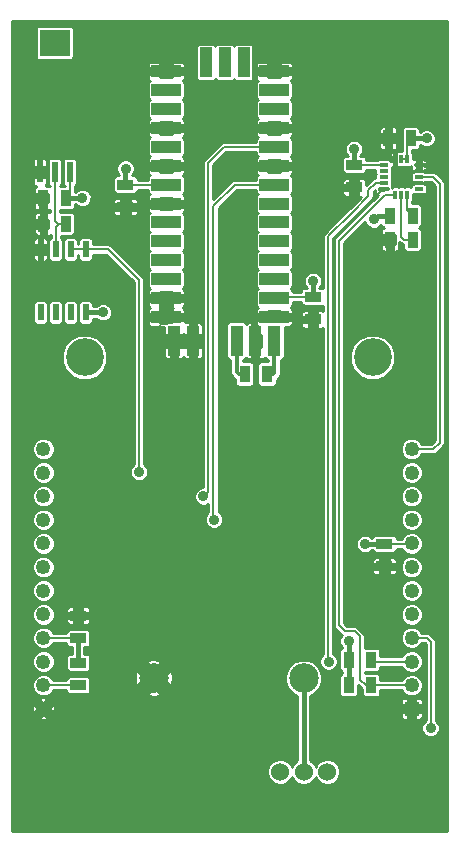
<source format=gtl>
%FSLAX46Y46*%
G04 Gerber Fmt 4.6, Leading zero omitted, Abs format (unit mm)*
G04 Created by KiCad (PCBNEW (2014-08-10 BZR 5062)-product) date Wed 04 Feb 2015 12:02:51 AM CST*
%MOMM*%
G01*
G04 APERTURE LIST*
%ADD10C,0.150000*%
%ADD11R,1.250000X1.250000*%
%ADD12C,1.250000*%
%ADD13C,1.524000*%
%ADD14R,0.599440X1.399540*%
%ADD15R,0.889000X1.397000*%
%ADD16R,1.397000X0.889000*%
%ADD17R,1.000000X2.500000*%
%ADD18R,2.500000X1.000000*%
%ADD19R,2.540000X2.290000*%
%ADD20R,0.510000X1.780000*%
%ADD21R,0.720000X0.300000*%
%ADD22R,0.300000X0.720000*%
%ADD23C,2.500000*%
%ADD24C,3.200000*%
%ADD25C,0.889000*%
%ADD26C,0.203200*%
%ADD27C,0.381000*%
%ADD28C,0.349000*%
%ADD29C,0.254000*%
G04 APERTURE END LIST*
D10*
D11*
X204601400Y-197512200D03*
D12*
X204601400Y-195512200D03*
X204601400Y-193512200D03*
X204601400Y-191512200D03*
X204601400Y-189512200D03*
X204601400Y-187512200D03*
X204601400Y-185512200D03*
X204601400Y-183512200D03*
X204601400Y-181512200D03*
X204601400Y-179512200D03*
X204601400Y-177512200D03*
X204601400Y-175512200D03*
X173401400Y-175512200D03*
X173401400Y-177512200D03*
X173401400Y-179512200D03*
X173401400Y-181512200D03*
X173401400Y-183512200D03*
X173401400Y-185512200D03*
X173401400Y-187512200D03*
X173401400Y-189512200D03*
X173401400Y-191512200D03*
X173401400Y-193512200D03*
X173401400Y-195512200D03*
X173401400Y-197512200D03*
D13*
X193454020Y-202844400D03*
X195453000Y-202844400D03*
X197451980Y-202844400D03*
D14*
X176987200Y-163957000D03*
X176987200Y-158623000D03*
X175717200Y-163957000D03*
X174447200Y-163957000D03*
X173177200Y-163957000D03*
X175717200Y-158623000D03*
X174447200Y-158623000D03*
X173177200Y-158623000D03*
D15*
X175285400Y-154279600D03*
X173380400Y-154279600D03*
D16*
X176364900Y-191528700D03*
X176364900Y-189623700D03*
D15*
X204660500Y-157784800D03*
X202755500Y-157784800D03*
X202755500Y-155752800D03*
X204660500Y-155752800D03*
D16*
X176352200Y-195516500D03*
X176352200Y-193611500D03*
D15*
X175298100Y-156451300D03*
X173393100Y-156451300D03*
X190436500Y-169176700D03*
X192341500Y-169176700D03*
D16*
X180352700Y-153123900D03*
X180352700Y-155028900D03*
D15*
X199250300Y-195516500D03*
X201155300Y-195516500D03*
X199250300Y-193370200D03*
X201155300Y-193370200D03*
D17*
X189760100Y-166338400D03*
X191360100Y-166338400D03*
X192960100Y-166338400D03*
D18*
X192960100Y-164338400D03*
X192960100Y-162738400D03*
X192960100Y-161138400D03*
X192960100Y-159538400D03*
X192960100Y-157938400D03*
X192960100Y-156338400D03*
X192960100Y-154738400D03*
X192960100Y-153138400D03*
X192960100Y-151538400D03*
X192960100Y-149938400D03*
X192960100Y-148338400D03*
X192960100Y-146738400D03*
X192960100Y-145138400D03*
X192960100Y-143538400D03*
D17*
X190360100Y-142788400D03*
X188760100Y-142788400D03*
X187160100Y-142788400D03*
D18*
X183810100Y-143538400D03*
X183810100Y-145138400D03*
X183810100Y-146738400D03*
X183810100Y-148338400D03*
X183810100Y-149938400D03*
X183810100Y-151538400D03*
X183810100Y-153138400D03*
X183810100Y-154738400D03*
X183810100Y-156338400D03*
X183810100Y-157938400D03*
X183810100Y-159538400D03*
X183810100Y-161138400D03*
X183810100Y-162738400D03*
X183810100Y-164338400D03*
D17*
X184460100Y-166338400D03*
X186060100Y-166338400D03*
D19*
X174358300Y-141145800D03*
D20*
X175628300Y-152070800D03*
X174358300Y-152070800D03*
X173088300Y-152070800D03*
D21*
X202208000Y-151476200D03*
X202208000Y-151976200D03*
X202208000Y-152476200D03*
X202208000Y-152976200D03*
X202208000Y-153476200D03*
X205208000Y-153476200D03*
X205208000Y-152976200D03*
X205208000Y-152476200D03*
X205208000Y-151976200D03*
X205208000Y-151476200D03*
D22*
X204208000Y-150976200D03*
X203708000Y-150976200D03*
X203208000Y-150976200D03*
X203208000Y-153976200D03*
X203708000Y-153976200D03*
X204208000Y-153976200D03*
D23*
X182740300Y-194924300D03*
X195440300Y-194924300D03*
D24*
X201280300Y-167754300D03*
X176900300Y-167754300D03*
D16*
X196240400Y-162636200D03*
X196240400Y-164541200D03*
X199720200Y-151460200D03*
X199720200Y-153365200D03*
D15*
X204508100Y-149212300D03*
X202603100Y-149212300D03*
D16*
X202285600Y-183540400D03*
X202285600Y-185445400D03*
D25*
X199250300Y-191757300D03*
X176707800Y-154279600D03*
X180365400Y-151777700D03*
X199720200Y-150101300D03*
X205854300Y-149212300D03*
X200660000Y-183540400D03*
X196240400Y-161302700D03*
X201383900Y-156083000D03*
X178447700Y-163944300D03*
X181508400Y-177482500D03*
X197548500Y-193509900D03*
X187833000Y-181495700D03*
X186956700Y-179527200D03*
X175183800Y-199948800D03*
X175183800Y-202869800D03*
X188833760Y-170240960D03*
X194127120Y-170205400D03*
X194243960Y-168706800D03*
X194492880Y-166375080D03*
X188757560Y-164465000D03*
X190799720Y-164388800D03*
X206184500Y-199161400D03*
D26*
X175628300Y-153936700D02*
X175285400Y-154279600D01*
X175628300Y-152070800D02*
X175628300Y-153936700D01*
X180367200Y-153138400D02*
X180352700Y-153123900D01*
X184560100Y-153138400D02*
X180367200Y-153138400D01*
X204208000Y-150976200D02*
X203708000Y-150976200D01*
X204208000Y-149512400D02*
X204508100Y-149212300D01*
X204208000Y-150976200D02*
X204208000Y-149512400D01*
X199736200Y-151476200D02*
X199720200Y-151460200D01*
X202208000Y-151476200D02*
X199736200Y-151476200D01*
X176348400Y-191512200D02*
X176364900Y-191528700D01*
X173401400Y-191512200D02*
X176348400Y-191512200D01*
X193062300Y-162636200D02*
X192960100Y-162738400D01*
X196240400Y-162636200D02*
X193062300Y-162636200D01*
X204573200Y-183540400D02*
X204601400Y-183512200D01*
X202285600Y-183540400D02*
X204573200Y-183540400D01*
D27*
X199250300Y-195516500D02*
X199250300Y-193370200D01*
X199250300Y-193370200D02*
X199250300Y-191757300D01*
X176364900Y-193598800D02*
X176352200Y-193611500D01*
X176364900Y-191528700D02*
X176364900Y-193598800D01*
X175285400Y-154279600D02*
X176707800Y-154279600D01*
X180352700Y-151790400D02*
X180365400Y-151777700D01*
X180352700Y-153123900D02*
X180352700Y-151790400D01*
X199720200Y-151460200D02*
X199720200Y-150101300D01*
X204508100Y-149212300D02*
X205854300Y-149212300D01*
X202285600Y-183540400D02*
X200660000Y-183540400D01*
X196240400Y-162636200D02*
X196240400Y-161302700D01*
X201714100Y-155752800D02*
X201383900Y-156083000D01*
X202755500Y-155752800D02*
X201714100Y-155752800D01*
X178435000Y-163957000D02*
X178447700Y-163944300D01*
X176987200Y-163957000D02*
X178435000Y-163957000D01*
D26*
X176987200Y-158623000D02*
X175717200Y-158623000D01*
X178904900Y-158623000D02*
X181508400Y-161226500D01*
X181508400Y-161226500D02*
X181508400Y-177482500D01*
X176987200Y-158623000D02*
X178904900Y-158623000D01*
X206400400Y-152476200D02*
X206971900Y-153047700D01*
X206971900Y-153047700D02*
X206971900Y-174967900D01*
X206971900Y-174967900D02*
X206427600Y-175512200D01*
X206427600Y-175512200D02*
X204601400Y-175512200D01*
X205208000Y-152476200D02*
X206400400Y-152476200D01*
X201297300Y-193512200D02*
X201155300Y-193370200D01*
X204601400Y-193512200D02*
X201297300Y-193512200D01*
X201544300Y-152976200D02*
X200926700Y-153593800D01*
X200926700Y-153593800D02*
X200926700Y-154127200D01*
X200926700Y-154127200D02*
X199517000Y-155536900D01*
X202208000Y-152976200D02*
X201544300Y-152976200D01*
X197535800Y-189877700D02*
X197535800Y-189903100D01*
X197535800Y-157518100D02*
X197535800Y-189877700D01*
X199517000Y-155536900D02*
X197535800Y-157518100D01*
X197535800Y-193497200D02*
X197548500Y-193509900D01*
X197535800Y-189877700D02*
X197535800Y-193497200D01*
X201159600Y-195512200D02*
X201155300Y-195516500D01*
X204601400Y-195512200D02*
X201159600Y-195512200D01*
X198437500Y-190423800D02*
X198958200Y-190944500D01*
X198958200Y-190944500D02*
X199758300Y-190944500D01*
X199758300Y-190944500D02*
X200202800Y-191389000D01*
X200202800Y-191389000D02*
X200202800Y-195033900D01*
X200202800Y-195033900D02*
X200685400Y-195516500D01*
X200685400Y-195516500D02*
X201155300Y-195516500D01*
X203208000Y-153976200D02*
X202335000Y-153976200D01*
X198437500Y-157873700D02*
X198437500Y-190284100D01*
X202335000Y-153976200D02*
X198437500Y-157873700D01*
X198437500Y-190284100D02*
X198437500Y-190423800D01*
X189596500Y-153138400D02*
X187807600Y-154927300D01*
X187807600Y-171767500D02*
X187807600Y-171805600D01*
X187807600Y-154927300D02*
X187807600Y-171767500D01*
X192960100Y-153138400D02*
X189596500Y-153138400D01*
X187807600Y-181470300D02*
X187833000Y-181495700D01*
X187807600Y-171767500D02*
X187807600Y-181470300D01*
X188719800Y-149938400D02*
X187325000Y-151333200D01*
X187325000Y-170738800D02*
X187325000Y-170776900D01*
X187325000Y-151333200D02*
X187325000Y-170738800D01*
X192960100Y-149938400D02*
X188719800Y-149938400D01*
X187325000Y-179158900D02*
X186956700Y-179527200D01*
X187325000Y-170738800D02*
X187325000Y-179158900D01*
X202187300Y-153476200D02*
X197967600Y-157695900D01*
X197967600Y-157695900D02*
X197967600Y-190436500D01*
X202208000Y-153476200D02*
X202187300Y-153476200D01*
X188757560Y-170164760D02*
X188833760Y-170240960D01*
X194127120Y-170205400D02*
X194243960Y-170088560D01*
X194243960Y-170088560D02*
X194243960Y-168706800D01*
X192960100Y-164338400D02*
X190850120Y-164338400D01*
X190850120Y-164338400D02*
X190799720Y-164388800D01*
X188757560Y-164465000D02*
X188757560Y-170164760D01*
D28*
X189760100Y-168970200D02*
X189966600Y-169176700D01*
X189966600Y-169176700D02*
X190436500Y-169176700D01*
X189760100Y-166338400D02*
X189760100Y-168970200D01*
D26*
X174358300Y-156171900D02*
X174637700Y-156451300D01*
X174739300Y-156451300D02*
X175298100Y-156451300D01*
X174637700Y-156451300D02*
X174739300Y-156451300D01*
X174358300Y-152070800D02*
X174358300Y-156171900D01*
X174447200Y-156743400D02*
X174739300Y-156451300D01*
X174447200Y-158623000D02*
X174447200Y-156743400D01*
X206184500Y-199161400D02*
X206222600Y-199123300D01*
X206222600Y-199123300D02*
X206222600Y-191871600D01*
X206222600Y-191871600D02*
X205863200Y-191512200D01*
X205863200Y-191512200D02*
X204601400Y-191512200D01*
X176347900Y-195512200D02*
X176352200Y-195516500D01*
X173401400Y-195512200D02*
X176347900Y-195512200D01*
X203708000Y-157530800D02*
X203962000Y-157784800D01*
X203962000Y-157784800D02*
X204660500Y-157784800D01*
X203708000Y-153976200D02*
X203708000Y-157530800D01*
D27*
X195440300Y-202831700D02*
X195453000Y-202844400D01*
X195440300Y-194924300D02*
X195440300Y-202831700D01*
D26*
X204208000Y-155300300D02*
X204660500Y-155752800D01*
X204208000Y-153976200D02*
X204208000Y-155300300D01*
D28*
X192960100Y-169091500D02*
X192874900Y-169176700D01*
X192874900Y-169176700D02*
X192341500Y-169176700D01*
X192960100Y-166338400D02*
X192960100Y-169091500D01*
D29*
G36*
X202568000Y-153544400D02*
X202335000Y-153544400D01*
X202169757Y-153577269D01*
X202096526Y-153626200D01*
X202028000Y-153626200D01*
X202028000Y-153551200D01*
X201848000Y-153551200D01*
X201848000Y-153456400D01*
X201913393Y-153456457D01*
X202568000Y-153456457D01*
X202568000Y-153544400D01*
X202568000Y-153544400D01*
G37*
X202568000Y-153544400D02*
X202335000Y-153544400D01*
X202169757Y-153577269D01*
X202096526Y-153626200D01*
X202028000Y-153626200D01*
X202028000Y-153551200D01*
X201848000Y-153551200D01*
X201848000Y-153456400D01*
X201913393Y-153456457D01*
X202568000Y-153456457D01*
X202568000Y-153544400D01*
G36*
X207594200Y-207873600D02*
X207403700Y-207873600D01*
X207403700Y-174967900D01*
X207403700Y-153047700D01*
X207370831Y-152882458D01*
X207370831Y-152882457D01*
X207277229Y-152742371D01*
X206705729Y-152170871D01*
X206629134Y-152119692D01*
X206629134Y-149058879D01*
X206511441Y-148774041D01*
X206293705Y-148555924D01*
X206009073Y-148437735D01*
X205700879Y-148437466D01*
X205416041Y-148555159D01*
X205282857Y-148688110D01*
X205282857Y-148448407D01*
X205232693Y-148327001D01*
X205139887Y-148234033D01*
X205018569Y-148183657D01*
X204887207Y-148183543D01*
X203998207Y-148183543D01*
X203876801Y-148233707D01*
X203783833Y-148326513D01*
X203733457Y-148447831D01*
X203733343Y-148579193D01*
X203733343Y-149976193D01*
X203776200Y-150079914D01*
X203776200Y-150285943D01*
X203492607Y-150285943D01*
X203458000Y-150300242D01*
X203423393Y-150285943D01*
X203377857Y-150285987D01*
X203377857Y-149845407D01*
X203377857Y-148579193D01*
X203377743Y-148447831D01*
X203327367Y-148326513D01*
X203234399Y-148233707D01*
X203112993Y-148183543D01*
X202907900Y-148183600D01*
X202825350Y-148266150D01*
X202825350Y-148863050D01*
X203295250Y-148863050D01*
X203377800Y-148780500D01*
X203377857Y-148579193D01*
X203377857Y-149845407D01*
X203377800Y-149644100D01*
X203295250Y-149561550D01*
X202825350Y-149561550D01*
X202825350Y-150158450D01*
X202907900Y-150241000D01*
X203112993Y-150241057D01*
X203234399Y-150190893D01*
X203327367Y-150098087D01*
X203377743Y-149976769D01*
X203377857Y-149845407D01*
X203377857Y-150285987D01*
X203365550Y-150286000D01*
X203283000Y-150368550D01*
X203283000Y-150424154D01*
X203278233Y-150428913D01*
X203227857Y-150550231D01*
X203227743Y-150681593D01*
X203227743Y-151401593D01*
X203277907Y-151522999D01*
X203283000Y-151528100D01*
X203283000Y-151583850D01*
X203365550Y-151666400D01*
X203423393Y-151666457D01*
X203457934Y-151652184D01*
X203492031Y-151666343D01*
X203623393Y-151666457D01*
X203923393Y-151666457D01*
X203957934Y-151652184D01*
X203992031Y-151666343D01*
X204123393Y-151666457D01*
X204423393Y-151666457D01*
X204517795Y-151627450D01*
X204517743Y-151560807D01*
X204517800Y-151627448D01*
X204517800Y-151984202D01*
X204848000Y-151984202D01*
X204848000Y-151956434D01*
X204945450Y-151956400D01*
X205000650Y-151901200D01*
X205028000Y-151901200D01*
X205028000Y-151873850D01*
X205028000Y-151578550D01*
X205028000Y-151551200D01*
X205000650Y-151551200D01*
X204945450Y-151496000D01*
X204848000Y-151495965D01*
X204848000Y-151401200D01*
X205028000Y-151401200D01*
X205028000Y-151078550D01*
X204945450Y-150996000D01*
X204848000Y-150995965D01*
X204848000Y-150968198D01*
X204688257Y-150968198D01*
X204688257Y-150550807D01*
X204639800Y-150433532D01*
X204639800Y-150241057D01*
X205017993Y-150241057D01*
X205139399Y-150190893D01*
X205232367Y-150098087D01*
X205282743Y-149976769D01*
X205282857Y-149845407D01*
X205282857Y-149736406D01*
X205414895Y-149868676D01*
X205699527Y-149986865D01*
X206007721Y-149987134D01*
X206292559Y-149869441D01*
X206510676Y-149651705D01*
X206628865Y-149367073D01*
X206629134Y-149058879D01*
X206629134Y-152119692D01*
X206565643Y-152077269D01*
X206400400Y-152044400D01*
X205898193Y-152044400D01*
X205898193Y-151818656D01*
X205898143Y-151760231D01*
X205884011Y-151726200D01*
X205898143Y-151692169D01*
X205898193Y-151633743D01*
X205898193Y-151318656D01*
X205898143Y-151260231D01*
X205847767Y-151138913D01*
X205754799Y-151046107D01*
X205633393Y-150995943D01*
X205470550Y-150996000D01*
X205388000Y-151078550D01*
X205388000Y-151401200D01*
X205815650Y-151401200D01*
X205898193Y-151318656D01*
X205898193Y-151633743D01*
X205815650Y-151551200D01*
X205759900Y-151551200D01*
X205754799Y-151546107D01*
X205633393Y-151495943D01*
X205470550Y-151496000D01*
X205415350Y-151551200D01*
X205388000Y-151551200D01*
X205388000Y-151578550D01*
X205388000Y-151873850D01*
X205388000Y-151901200D01*
X205415350Y-151901200D01*
X205470550Y-151956400D01*
X205633393Y-151956457D01*
X205754799Y-151906293D01*
X205759900Y-151901200D01*
X205815650Y-151901200D01*
X205898193Y-151818656D01*
X205898193Y-152044400D01*
X205750391Y-152044400D01*
X205633969Y-151996057D01*
X205502607Y-151995943D01*
X204782607Y-151995943D01*
X204661201Y-152046107D01*
X204656099Y-152051200D01*
X204600350Y-152051200D01*
X204517806Y-152133743D01*
X204517857Y-152192169D01*
X204531988Y-152226200D01*
X204517857Y-152260231D01*
X204517743Y-152391593D01*
X204517743Y-152691593D01*
X204532015Y-152726134D01*
X204517857Y-152760231D01*
X204517806Y-152818656D01*
X204600350Y-152901200D01*
X204655954Y-152901200D01*
X204660713Y-152905967D01*
X204782031Y-152956343D01*
X204913393Y-152956457D01*
X205633393Y-152956457D01*
X205750667Y-152908000D01*
X206221542Y-152908000D01*
X206540100Y-153226558D01*
X206540100Y-174789042D01*
X206248742Y-175080400D01*
X205898257Y-175080400D01*
X205898257Y-153560807D01*
X205898257Y-153260807D01*
X205883984Y-153226265D01*
X205898143Y-153192169D01*
X205898193Y-153133743D01*
X205815650Y-153051200D01*
X205760045Y-153051200D01*
X205755287Y-153046433D01*
X205633969Y-152996057D01*
X205502607Y-152995943D01*
X204782607Y-152995943D01*
X204661201Y-153046107D01*
X204656099Y-153051200D01*
X204600350Y-153051200D01*
X204517806Y-153133743D01*
X204517857Y-153192169D01*
X204531988Y-153226200D01*
X204517857Y-153260231D01*
X204517800Y-153325019D01*
X204423969Y-153286057D01*
X204292607Y-153285943D01*
X203992607Y-153285943D01*
X203958065Y-153300215D01*
X203923969Y-153286057D01*
X203792607Y-153285943D01*
X203492607Y-153285943D01*
X203458065Y-153300215D01*
X203423969Y-153286057D01*
X203292607Y-153285943D01*
X202992607Y-153285943D01*
X202898204Y-153324949D01*
X202898257Y-153391593D01*
X202898200Y-153326100D01*
X202898200Y-153126488D01*
X202898257Y-153060807D01*
X202898257Y-152760807D01*
X202883984Y-152726265D01*
X202898143Y-152692169D01*
X202898257Y-152560807D01*
X202898257Y-152260807D01*
X202883984Y-152226265D01*
X202898143Y-152192169D01*
X202898257Y-152060807D01*
X202898257Y-151760807D01*
X202883984Y-151726265D01*
X202898143Y-151692169D01*
X202898199Y-151627448D01*
X202992607Y-151666457D01*
X203050450Y-151666400D01*
X203133000Y-151583850D01*
X203133000Y-151156200D01*
X203133000Y-150796200D01*
X203133000Y-150368550D01*
X203050450Y-150286000D01*
X202992607Y-150285943D01*
X202871201Y-150336107D01*
X202778233Y-150428913D01*
X202727857Y-150550231D01*
X202727743Y-150681593D01*
X202727800Y-150713650D01*
X202810350Y-150796200D01*
X203133000Y-150796200D01*
X203133000Y-151156200D01*
X202855034Y-151156200D01*
X202848093Y-151139401D01*
X202755287Y-151046433D01*
X202633969Y-150996057D01*
X202502607Y-150995943D01*
X202380850Y-150995943D01*
X202380850Y-150158450D01*
X202380850Y-149561550D01*
X202380850Y-148863050D01*
X202380850Y-148266150D01*
X202298300Y-148183600D01*
X202093207Y-148183543D01*
X201971801Y-148233707D01*
X201878833Y-148326513D01*
X201828457Y-148447831D01*
X201828343Y-148579193D01*
X201828400Y-148780500D01*
X201910950Y-148863050D01*
X202380850Y-148863050D01*
X202380850Y-149561550D01*
X201910950Y-149561550D01*
X201828400Y-149644100D01*
X201828343Y-149845407D01*
X201828457Y-149976769D01*
X201878833Y-150098087D01*
X201971801Y-150190893D01*
X202093207Y-150241057D01*
X202298300Y-150241000D01*
X202380850Y-150158450D01*
X202380850Y-150995943D01*
X201782607Y-150995943D01*
X201665332Y-151044400D01*
X200748957Y-151044400D01*
X200748957Y-150950307D01*
X200698793Y-150828901D01*
X200605987Y-150735933D01*
X200484669Y-150685557D01*
X200353307Y-150685443D01*
X200240900Y-150685443D01*
X200240900Y-150676144D01*
X200376576Y-150540705D01*
X200494765Y-150256073D01*
X200495034Y-149947879D01*
X200377341Y-149663041D01*
X200159605Y-149444924D01*
X199874973Y-149326735D01*
X199566779Y-149326466D01*
X199281941Y-149444159D01*
X199063824Y-149661895D01*
X198945635Y-149946527D01*
X198945366Y-150254721D01*
X199063059Y-150539559D01*
X199199500Y-150676238D01*
X199199500Y-150685443D01*
X198956307Y-150685443D01*
X198834901Y-150735607D01*
X198741933Y-150828413D01*
X198691557Y-150949731D01*
X198691443Y-151081093D01*
X198691443Y-151970093D01*
X198741607Y-152091499D01*
X198834413Y-152184467D01*
X198955731Y-152234843D01*
X199087093Y-152234957D01*
X200484093Y-152234957D01*
X200605499Y-152184793D01*
X200698467Y-152091987D01*
X200748843Y-151970669D01*
X200748897Y-151908000D01*
X201517743Y-151908000D01*
X201517743Y-152191593D01*
X201532015Y-152226134D01*
X201517857Y-152260231D01*
X201517743Y-152391593D01*
X201517743Y-152549682D01*
X201379057Y-152577269D01*
X201238971Y-152670871D01*
X201238968Y-152670874D01*
X200748957Y-153160885D01*
X200748900Y-153160942D01*
X200748900Y-153060400D01*
X200748957Y-152855307D01*
X200698793Y-152733901D01*
X200605987Y-152640933D01*
X200484669Y-152590557D01*
X200353307Y-152590443D01*
X200152000Y-152590500D01*
X200069450Y-152673050D01*
X200069450Y-153142950D01*
X200248200Y-153142950D01*
X200248200Y-153587450D01*
X200069450Y-153587450D01*
X200069450Y-154057350D01*
X200152000Y-154139900D01*
X200303299Y-154139942D01*
X199370950Y-155072291D01*
X199370950Y-154057350D01*
X199370950Y-153587450D01*
X199370950Y-153142950D01*
X199370950Y-152673050D01*
X199288400Y-152590500D01*
X199087093Y-152590443D01*
X198955731Y-152590557D01*
X198834413Y-152640933D01*
X198741607Y-152733901D01*
X198691443Y-152855307D01*
X198691500Y-153060400D01*
X198774050Y-153142950D01*
X199370950Y-153142950D01*
X199370950Y-153587450D01*
X198774050Y-153587450D01*
X198691500Y-153670000D01*
X198691443Y-153875093D01*
X198741607Y-153996499D01*
X198834413Y-154089467D01*
X198955731Y-154139843D01*
X199087093Y-154139957D01*
X199288400Y-154139900D01*
X199370950Y-154057350D01*
X199370950Y-155072291D01*
X199211671Y-155231571D01*
X199211668Y-155231574D01*
X197230471Y-157212771D01*
X197136869Y-157352857D01*
X197104000Y-157518100D01*
X197104000Y-161902720D01*
X197004869Y-161861557D01*
X196873507Y-161861443D01*
X196777229Y-161861443D01*
X196896776Y-161742105D01*
X197014965Y-161457473D01*
X197015234Y-161149279D01*
X196897541Y-160864441D01*
X196679805Y-160646324D01*
X196395173Y-160528135D01*
X196086979Y-160527866D01*
X195802141Y-160645559D01*
X195584024Y-160863295D01*
X195465835Y-161147927D01*
X195465566Y-161456121D01*
X195583259Y-161740959D01*
X195703532Y-161861443D01*
X195476507Y-161861443D01*
X195355101Y-161911607D01*
X195262133Y-162004413D01*
X195211757Y-162125731D01*
X195211688Y-162204400D01*
X194540357Y-162204400D01*
X194540357Y-162173007D01*
X194490193Y-162051601D01*
X194397387Y-161958633D01*
X194348690Y-161938412D01*
X194396899Y-161918493D01*
X194489867Y-161825687D01*
X194540243Y-161704369D01*
X194540357Y-161573007D01*
X194540357Y-160573007D01*
X194490193Y-160451601D01*
X194397387Y-160358633D01*
X194348690Y-160338412D01*
X194396899Y-160318493D01*
X194489867Y-160225687D01*
X194540243Y-160104369D01*
X194540357Y-159973007D01*
X194540357Y-158973007D01*
X194490193Y-158851601D01*
X194397387Y-158758633D01*
X194348690Y-158738412D01*
X194396899Y-158718493D01*
X194489867Y-158625687D01*
X194540243Y-158504369D01*
X194540357Y-158373007D01*
X194540357Y-157373007D01*
X194490193Y-157251601D01*
X194397387Y-157158633D01*
X194348690Y-157138412D01*
X194396899Y-157118493D01*
X194489867Y-157025687D01*
X194540243Y-156904369D01*
X194540357Y-156773007D01*
X194540357Y-155773007D01*
X194490193Y-155651601D01*
X194397387Y-155558633D01*
X194348690Y-155538412D01*
X194396899Y-155518493D01*
X194489867Y-155425687D01*
X194540243Y-155304369D01*
X194540357Y-155173007D01*
X194540357Y-154173007D01*
X194490193Y-154051601D01*
X194397387Y-153958633D01*
X194348690Y-153938412D01*
X194396899Y-153918493D01*
X194489867Y-153825687D01*
X194540243Y-153704369D01*
X194540357Y-153573007D01*
X194540357Y-152573007D01*
X194490193Y-152451601D01*
X194397387Y-152358633D01*
X194348690Y-152338412D01*
X194396899Y-152318493D01*
X194489867Y-152225687D01*
X194540243Y-152104369D01*
X194540357Y-151973007D01*
X194540300Y-151870950D01*
X194457750Y-151788400D01*
X193468100Y-151788400D01*
X193468100Y-152038400D01*
X192452100Y-152038400D01*
X192452100Y-151788400D01*
X191462450Y-151788400D01*
X191379900Y-151870950D01*
X191379843Y-151973007D01*
X191379957Y-152104369D01*
X191430333Y-152225687D01*
X191523301Y-152318493D01*
X191571479Y-152338400D01*
X191523301Y-152358307D01*
X191430333Y-152451113D01*
X191379957Y-152572431D01*
X191379843Y-152703793D01*
X191379843Y-152706600D01*
X189596500Y-152706600D01*
X189431257Y-152739469D01*
X189291171Y-152833071D01*
X189291168Y-152833074D01*
X187756800Y-154367442D01*
X187756800Y-151512058D01*
X188898658Y-150370200D01*
X191379843Y-150370200D01*
X191379843Y-150503793D01*
X191430007Y-150625199D01*
X191522813Y-150718167D01*
X191571509Y-150738387D01*
X191523301Y-150758307D01*
X191430333Y-150851113D01*
X191379957Y-150972431D01*
X191379843Y-151103793D01*
X191379900Y-151205850D01*
X191462450Y-151288400D01*
X192452100Y-151288400D01*
X192452100Y-151038400D01*
X193468100Y-151038400D01*
X193468100Y-151288400D01*
X194457750Y-151288400D01*
X194540300Y-151205850D01*
X194540357Y-151103793D01*
X194540243Y-150972431D01*
X194489867Y-150851113D01*
X194396899Y-150758307D01*
X194348720Y-150738400D01*
X194396899Y-150718493D01*
X194489867Y-150625687D01*
X194540243Y-150504369D01*
X194540357Y-150373007D01*
X194540357Y-149373007D01*
X194490193Y-149251601D01*
X194397387Y-149158633D01*
X194348690Y-149138412D01*
X194396899Y-149118493D01*
X194489867Y-149025687D01*
X194540243Y-148904369D01*
X194540357Y-148773007D01*
X194540357Y-147903793D01*
X194540243Y-147772431D01*
X194489867Y-147651113D01*
X194396899Y-147558307D01*
X194348720Y-147538400D01*
X194396899Y-147518493D01*
X194489867Y-147425687D01*
X194540243Y-147304369D01*
X194540357Y-147173007D01*
X194540357Y-146173007D01*
X194490193Y-146051601D01*
X194397387Y-145958633D01*
X194348690Y-145938412D01*
X194396899Y-145918493D01*
X194489867Y-145825687D01*
X194540243Y-145704369D01*
X194540357Y-145573007D01*
X194540357Y-144573007D01*
X194490193Y-144451601D01*
X194397387Y-144358633D01*
X194348690Y-144338412D01*
X194396899Y-144318493D01*
X194489867Y-144225687D01*
X194540243Y-144104369D01*
X194540357Y-143973007D01*
X194540357Y-143103793D01*
X194540243Y-142972431D01*
X194489867Y-142851113D01*
X194396899Y-142758307D01*
X194275493Y-142708143D01*
X193550650Y-142708200D01*
X193468100Y-142790750D01*
X193468100Y-143288400D01*
X194457750Y-143288400D01*
X194540300Y-143205850D01*
X194540357Y-143103793D01*
X194540357Y-143973007D01*
X194540300Y-143870950D01*
X194457750Y-143788400D01*
X193468100Y-143788400D01*
X193468100Y-144038400D01*
X192452100Y-144038400D01*
X192452100Y-143788400D01*
X192452100Y-143288400D01*
X192452100Y-142790750D01*
X192369550Y-142708200D01*
X191644707Y-142708143D01*
X191523301Y-142758307D01*
X191430333Y-142851113D01*
X191379957Y-142972431D01*
X191379843Y-143103793D01*
X191379900Y-143205850D01*
X191462450Y-143288400D01*
X192452100Y-143288400D01*
X192452100Y-143788400D01*
X191462450Y-143788400D01*
X191379900Y-143870950D01*
X191379843Y-143973007D01*
X191379957Y-144104369D01*
X191430333Y-144225687D01*
X191523301Y-144318493D01*
X191571479Y-144338400D01*
X191523301Y-144358307D01*
X191430333Y-144451113D01*
X191379957Y-144572431D01*
X191379843Y-144703793D01*
X191379843Y-145703793D01*
X191430007Y-145825199D01*
X191522813Y-145918167D01*
X191571509Y-145938387D01*
X191523301Y-145958307D01*
X191430333Y-146051113D01*
X191379957Y-146172431D01*
X191379843Y-146303793D01*
X191379843Y-147303793D01*
X191430007Y-147425199D01*
X191522813Y-147518167D01*
X191571509Y-147538387D01*
X191523301Y-147558307D01*
X191430333Y-147651113D01*
X191379957Y-147772431D01*
X191379843Y-147903793D01*
X191379900Y-148005850D01*
X191462450Y-148088400D01*
X192452100Y-148088400D01*
X192452100Y-147838400D01*
X193468100Y-147838400D01*
X193468100Y-148088400D01*
X194457750Y-148088400D01*
X194540300Y-148005850D01*
X194540357Y-147903793D01*
X194540357Y-148773007D01*
X194540300Y-148670950D01*
X194457750Y-148588400D01*
X193468100Y-148588400D01*
X193468100Y-148838400D01*
X192452100Y-148838400D01*
X192452100Y-148588400D01*
X191462450Y-148588400D01*
X191379900Y-148670950D01*
X191379843Y-148773007D01*
X191379957Y-148904369D01*
X191430333Y-149025687D01*
X191523301Y-149118493D01*
X191571479Y-149138400D01*
X191523301Y-149158307D01*
X191430333Y-149251113D01*
X191379957Y-149372431D01*
X191379843Y-149503793D01*
X191379843Y-149506600D01*
X191190357Y-149506600D01*
X191190357Y-143973007D01*
X191190357Y-141473007D01*
X191140193Y-141351601D01*
X191047387Y-141258633D01*
X190926069Y-141208257D01*
X190794707Y-141208143D01*
X189794707Y-141208143D01*
X189673301Y-141258307D01*
X189580333Y-141351113D01*
X189560112Y-141399809D01*
X189540193Y-141351601D01*
X189447387Y-141258633D01*
X189326069Y-141208257D01*
X189194707Y-141208143D01*
X188194707Y-141208143D01*
X188073301Y-141258307D01*
X187980333Y-141351113D01*
X187960112Y-141399809D01*
X187940193Y-141351601D01*
X187847387Y-141258633D01*
X187726069Y-141208257D01*
X187594707Y-141208143D01*
X186594707Y-141208143D01*
X186473301Y-141258307D01*
X186380333Y-141351113D01*
X186329957Y-141472431D01*
X186329843Y-141603793D01*
X186329843Y-144103793D01*
X186380007Y-144225199D01*
X186472813Y-144318167D01*
X186594131Y-144368543D01*
X186725493Y-144368657D01*
X187725493Y-144368657D01*
X187846899Y-144318493D01*
X187939867Y-144225687D01*
X187960087Y-144176990D01*
X187980007Y-144225199D01*
X188072813Y-144318167D01*
X188194131Y-144368543D01*
X188325493Y-144368657D01*
X189325493Y-144368657D01*
X189446899Y-144318493D01*
X189539867Y-144225687D01*
X189560087Y-144176990D01*
X189580007Y-144225199D01*
X189672813Y-144318167D01*
X189794131Y-144368543D01*
X189925493Y-144368657D01*
X190925493Y-144368657D01*
X191046899Y-144318493D01*
X191139867Y-144225687D01*
X191190243Y-144104369D01*
X191190357Y-143973007D01*
X191190357Y-149506600D01*
X188719800Y-149506600D01*
X188554557Y-149539469D01*
X188414471Y-149633071D01*
X187019671Y-151027871D01*
X186926069Y-151167957D01*
X186893200Y-151333200D01*
X186893200Y-170738800D01*
X186893200Y-170776900D01*
X186893200Y-178752444D01*
X186890357Y-178752441D01*
X186890357Y-167523007D01*
X186890357Y-165153793D01*
X186890243Y-165022431D01*
X186839867Y-164901113D01*
X186746899Y-164808307D01*
X186625493Y-164758143D01*
X186392650Y-164758200D01*
X186310100Y-164840750D01*
X186310100Y-165830400D01*
X186807750Y-165830400D01*
X186890300Y-165747850D01*
X186890357Y-165153793D01*
X186890357Y-167523007D01*
X186890300Y-166928950D01*
X186807750Y-166846400D01*
X186310100Y-166846400D01*
X186310100Y-167836050D01*
X186392650Y-167918600D01*
X186625493Y-167918657D01*
X186746899Y-167868493D01*
X186839867Y-167775687D01*
X186890243Y-167654369D01*
X186890357Y-167523007D01*
X186890357Y-178752441D01*
X186803279Y-178752366D01*
X186518441Y-178870059D01*
X186300324Y-179087795D01*
X186182135Y-179372427D01*
X186181866Y-179680621D01*
X186299559Y-179965459D01*
X186517295Y-180183576D01*
X186801927Y-180301765D01*
X187110121Y-180302034D01*
X187375800Y-180192257D01*
X187375800Y-180857466D01*
X187176624Y-181056295D01*
X187058435Y-181340927D01*
X187058166Y-181649121D01*
X187175859Y-181933959D01*
X187393595Y-182152076D01*
X187678227Y-182270265D01*
X187986421Y-182270534D01*
X188271259Y-182152841D01*
X188489376Y-181935105D01*
X188607565Y-181650473D01*
X188607834Y-181342279D01*
X188490141Y-181057441D01*
X188272405Y-180839324D01*
X188239400Y-180825619D01*
X188239400Y-171805600D01*
X188239400Y-171767500D01*
X188239400Y-155106157D01*
X189775357Y-153570200D01*
X191379843Y-153570200D01*
X191379843Y-153703793D01*
X191430007Y-153825199D01*
X191522813Y-153918167D01*
X191571509Y-153938387D01*
X191523301Y-153958307D01*
X191430333Y-154051113D01*
X191379957Y-154172431D01*
X191379843Y-154303793D01*
X191379843Y-155303793D01*
X191430007Y-155425199D01*
X191522813Y-155518167D01*
X191571509Y-155538387D01*
X191523301Y-155558307D01*
X191430333Y-155651113D01*
X191379957Y-155772431D01*
X191379843Y-155903793D01*
X191379843Y-156903793D01*
X191430007Y-157025199D01*
X191522813Y-157118167D01*
X191571509Y-157138387D01*
X191523301Y-157158307D01*
X191430333Y-157251113D01*
X191379957Y-157372431D01*
X191379843Y-157503793D01*
X191379843Y-158503793D01*
X191430007Y-158625199D01*
X191522813Y-158718167D01*
X191571509Y-158738387D01*
X191523301Y-158758307D01*
X191430333Y-158851113D01*
X191379957Y-158972431D01*
X191379843Y-159103793D01*
X191379843Y-160103793D01*
X191430007Y-160225199D01*
X191522813Y-160318167D01*
X191571509Y-160338387D01*
X191523301Y-160358307D01*
X191430333Y-160451113D01*
X191379957Y-160572431D01*
X191379843Y-160703793D01*
X191379843Y-161703793D01*
X191430007Y-161825199D01*
X191522813Y-161918167D01*
X191571509Y-161938387D01*
X191523301Y-161958307D01*
X191430333Y-162051113D01*
X191379957Y-162172431D01*
X191379843Y-162303793D01*
X191379843Y-163303793D01*
X191430007Y-163425199D01*
X191522813Y-163518167D01*
X191571509Y-163538387D01*
X191523301Y-163558307D01*
X191430333Y-163651113D01*
X191379957Y-163772431D01*
X191379843Y-163903793D01*
X191379900Y-164005850D01*
X191462450Y-164088400D01*
X192452100Y-164088400D01*
X192452100Y-163838400D01*
X193468100Y-163838400D01*
X193468100Y-164088400D01*
X194457750Y-164088400D01*
X194540300Y-164005850D01*
X194540357Y-163903793D01*
X194540243Y-163772431D01*
X194489867Y-163651113D01*
X194396899Y-163558307D01*
X194348720Y-163538400D01*
X194396899Y-163518493D01*
X194489867Y-163425687D01*
X194540243Y-163304369D01*
X194540357Y-163173007D01*
X194540357Y-163068000D01*
X195211643Y-163068000D01*
X195211643Y-163146093D01*
X195261807Y-163267499D01*
X195354613Y-163360467D01*
X195475931Y-163410843D01*
X195607293Y-163410957D01*
X197004293Y-163410957D01*
X197104000Y-163369758D01*
X197104000Y-163807720D01*
X197004869Y-163766557D01*
X196873507Y-163766443D01*
X196672200Y-163766500D01*
X196589650Y-163849050D01*
X196589650Y-164318950D01*
X196768400Y-164318950D01*
X196768400Y-164763450D01*
X196589650Y-164763450D01*
X196589650Y-165233350D01*
X196672200Y-165315900D01*
X196873507Y-165315957D01*
X197004869Y-165315843D01*
X197104000Y-165274679D01*
X197104000Y-189877700D01*
X197104000Y-189903100D01*
X197104000Y-192858989D01*
X196892124Y-193070495D01*
X196773935Y-193355127D01*
X196773666Y-193663321D01*
X196891359Y-193948159D01*
X197109095Y-194166276D01*
X197393727Y-194284465D01*
X197701921Y-194284734D01*
X197986759Y-194167041D01*
X198204876Y-193949305D01*
X198323065Y-193664673D01*
X198323334Y-193356479D01*
X198205641Y-193071641D01*
X197987905Y-192853524D01*
X197967600Y-192845092D01*
X197967600Y-189903100D01*
X197967600Y-189877700D01*
X197967600Y-157696957D01*
X199822325Y-155842231D01*
X199822328Y-155842229D01*
X199822329Y-155842229D01*
X201232025Y-154432531D01*
X201232028Y-154432529D01*
X201232029Y-154432529D01*
X201325631Y-154292443D01*
X201358500Y-154127201D01*
X201358499Y-154127200D01*
X201358500Y-154127200D01*
X201358500Y-153772657D01*
X201517784Y-153613373D01*
X201517743Y-153560807D01*
X201517788Y-153613368D01*
X201517800Y-153613356D01*
X201517800Y-153984202D01*
X201716339Y-153984202D01*
X198132171Y-157568371D01*
X198038569Y-157708457D01*
X198005700Y-157873700D01*
X198005700Y-190284100D01*
X198005700Y-190423800D01*
X198038569Y-190589043D01*
X198132171Y-190729129D01*
X198652871Y-191249829D01*
X198658404Y-191253526D01*
X198593924Y-191317895D01*
X198475735Y-191602527D01*
X198475466Y-191910721D01*
X198593159Y-192195559D01*
X198729600Y-192332238D01*
X198729600Y-192345908D01*
X198619001Y-192391607D01*
X198526033Y-192484413D01*
X198475657Y-192605731D01*
X198475543Y-192737093D01*
X198475543Y-194134093D01*
X198525707Y-194255499D01*
X198618513Y-194348467D01*
X198729600Y-194394594D01*
X198729600Y-194492208D01*
X198619001Y-194537907D01*
X198526033Y-194630713D01*
X198475657Y-194752031D01*
X198475543Y-194883393D01*
X198475543Y-196280393D01*
X198525707Y-196401799D01*
X198618513Y-196494767D01*
X198739831Y-196545143D01*
X198871193Y-196545257D01*
X199760193Y-196545257D01*
X199881599Y-196495093D01*
X199974567Y-196402287D01*
X200024943Y-196280969D01*
X200025057Y-196149607D01*
X200025057Y-195466814D01*
X200380068Y-195821825D01*
X200380071Y-195821829D01*
X200380543Y-195822144D01*
X200380543Y-196280393D01*
X200430707Y-196401799D01*
X200523513Y-196494767D01*
X200644831Y-196545143D01*
X200776193Y-196545257D01*
X201665193Y-196545257D01*
X201786599Y-196495093D01*
X201879567Y-196402287D01*
X201929943Y-196280969D01*
X201930057Y-196149607D01*
X201930057Y-195944000D01*
X203746288Y-195944000D01*
X203791149Y-196052570D01*
X204059616Y-196321507D01*
X204410566Y-196467233D01*
X204790567Y-196467565D01*
X205141770Y-196322451D01*
X205410707Y-196053984D01*
X205556433Y-195703034D01*
X205556765Y-195323033D01*
X205411651Y-194971830D01*
X205143184Y-194702893D01*
X204792234Y-194557167D01*
X204412233Y-194556835D01*
X204061030Y-194701949D01*
X203792093Y-194970416D01*
X203746424Y-195080400D01*
X201930057Y-195080400D01*
X201930057Y-194752607D01*
X201879893Y-194631201D01*
X201787087Y-194538233D01*
X201665769Y-194487857D01*
X201534407Y-194487743D01*
X200645407Y-194487743D01*
X200634600Y-194492208D01*
X200634600Y-194394594D01*
X200644831Y-194398843D01*
X200776193Y-194398957D01*
X201665193Y-194398957D01*
X201786599Y-194348793D01*
X201879567Y-194255987D01*
X201929943Y-194134669D01*
X201930057Y-194003307D01*
X201930057Y-193944000D01*
X203746288Y-193944000D01*
X203791149Y-194052570D01*
X204059616Y-194321507D01*
X204410566Y-194467233D01*
X204790567Y-194467565D01*
X205141770Y-194322451D01*
X205410707Y-194053984D01*
X205556433Y-193703034D01*
X205556765Y-193323033D01*
X205411651Y-192971830D01*
X205143184Y-192702893D01*
X204792234Y-192557167D01*
X204412233Y-192556835D01*
X204061030Y-192701949D01*
X203792093Y-192970416D01*
X203746424Y-193080400D01*
X203314357Y-193080400D01*
X203314357Y-185955293D01*
X203314357Y-184935507D01*
X203264193Y-184814101D01*
X203171387Y-184721133D01*
X203050069Y-184670757D01*
X202918707Y-184670643D01*
X202717400Y-184670700D01*
X202634850Y-184753250D01*
X202634850Y-185223150D01*
X203231750Y-185223150D01*
X203314300Y-185140600D01*
X203314357Y-184935507D01*
X203314357Y-185955293D01*
X203314300Y-185750200D01*
X203231750Y-185667650D01*
X202634850Y-185667650D01*
X202634850Y-186137550D01*
X202717400Y-186220100D01*
X202918707Y-186220157D01*
X203050069Y-186220043D01*
X203171387Y-186169667D01*
X203264193Y-186076699D01*
X203314357Y-185955293D01*
X203314357Y-193080400D01*
X201936350Y-193080400D01*
X201936350Y-186137550D01*
X201936350Y-185667650D01*
X201936350Y-185223150D01*
X201936350Y-184753250D01*
X201853800Y-184670700D01*
X201652493Y-184670643D01*
X201521131Y-184670757D01*
X201399813Y-184721133D01*
X201307007Y-184814101D01*
X201256843Y-184935507D01*
X201256900Y-185140600D01*
X201339450Y-185223150D01*
X201936350Y-185223150D01*
X201936350Y-185667650D01*
X201339450Y-185667650D01*
X201256900Y-185750200D01*
X201256843Y-185955293D01*
X201307007Y-186076699D01*
X201399813Y-186169667D01*
X201521131Y-186220043D01*
X201652493Y-186220157D01*
X201853800Y-186220100D01*
X201936350Y-186137550D01*
X201936350Y-193080400D01*
X201930057Y-193080400D01*
X201930057Y-192606307D01*
X201879893Y-192484901D01*
X201787087Y-192391933D01*
X201665769Y-192341557D01*
X201534407Y-192341443D01*
X200645407Y-192341443D01*
X200634600Y-192345908D01*
X200634600Y-191389000D01*
X200634599Y-191388999D01*
X200634600Y-191388999D01*
X200601731Y-191223757D01*
X200508129Y-191083671D01*
X200508125Y-191083668D01*
X200063629Y-190639171D01*
X199923543Y-190545569D01*
X199758300Y-190512700D01*
X199137058Y-190512700D01*
X198869300Y-190244942D01*
X198869300Y-158052557D01*
X200631395Y-156290462D01*
X200726759Y-156521259D01*
X200944495Y-156739376D01*
X201229127Y-156857565D01*
X201537321Y-156857834D01*
X201822159Y-156740141D01*
X201999798Y-156562811D01*
X202030907Y-156638099D01*
X202123713Y-156731067D01*
X202214657Y-156768830D01*
X202124201Y-156806207D01*
X202031233Y-156899013D01*
X201980857Y-157020331D01*
X201980743Y-157151693D01*
X201980800Y-157353000D01*
X202063350Y-157435550D01*
X202533250Y-157435550D01*
X202533250Y-157256800D01*
X202977750Y-157256800D01*
X202977750Y-157435550D01*
X203200000Y-157435550D01*
X203200000Y-158134050D01*
X202977750Y-158134050D01*
X202977750Y-158730950D01*
X203060300Y-158813500D01*
X203265393Y-158813557D01*
X203386799Y-158763393D01*
X203479767Y-158670587D01*
X203530143Y-158549269D01*
X203530257Y-158417907D01*
X203530200Y-158216600D01*
X203530200Y-157963658D01*
X203656671Y-158090129D01*
X203796757Y-158183731D01*
X203885743Y-158201431D01*
X203885743Y-158548693D01*
X203935907Y-158670099D01*
X204028713Y-158763067D01*
X204150031Y-158813443D01*
X204281393Y-158813557D01*
X205170393Y-158813557D01*
X205291799Y-158763393D01*
X205384767Y-158670587D01*
X205435143Y-158549269D01*
X205435257Y-158417907D01*
X205435257Y-157020907D01*
X205385093Y-156899501D01*
X205292287Y-156806533D01*
X205201342Y-156768769D01*
X205291799Y-156731393D01*
X205384767Y-156638587D01*
X205435143Y-156517269D01*
X205435257Y-156385907D01*
X205435257Y-154988907D01*
X205385093Y-154867501D01*
X205292287Y-154774533D01*
X205170969Y-154724157D01*
X205039607Y-154724043D01*
X204639800Y-154724043D01*
X204639800Y-154518591D01*
X204688143Y-154402169D01*
X204688257Y-154270807D01*
X204688257Y-153917404D01*
X204782031Y-153956343D01*
X204913393Y-153956457D01*
X205633393Y-153956457D01*
X205754799Y-153906293D01*
X205847767Y-153813487D01*
X205898143Y-153692169D01*
X205898257Y-153560807D01*
X205898257Y-175080400D01*
X205456511Y-175080400D01*
X205411651Y-174971830D01*
X205143184Y-174702893D01*
X204792234Y-174557167D01*
X204412233Y-174556835D01*
X204061030Y-174701949D01*
X203792093Y-174970416D01*
X203646367Y-175321366D01*
X203646035Y-175701367D01*
X203791149Y-176052570D01*
X204059616Y-176321507D01*
X204410566Y-176467233D01*
X204790567Y-176467565D01*
X205141770Y-176322451D01*
X205410707Y-176053984D01*
X205456375Y-175944000D01*
X206427600Y-175944000D01*
X206592842Y-175911131D01*
X206592843Y-175911131D01*
X206732929Y-175817529D01*
X207277225Y-175273231D01*
X207277228Y-175273229D01*
X207277229Y-175273229D01*
X207370831Y-175133143D01*
X207403700Y-174967900D01*
X207403700Y-207873600D01*
X206959334Y-207873600D01*
X206959334Y-199007979D01*
X206841641Y-198723141D01*
X206654400Y-198535572D01*
X206654400Y-191871600D01*
X206621531Y-191706357D01*
X206527929Y-191566271D01*
X206527925Y-191566268D01*
X206168529Y-191206871D01*
X206028443Y-191113269D01*
X205863200Y-191080400D01*
X205556765Y-191080400D01*
X205556765Y-189323033D01*
X205556765Y-187323033D01*
X205556765Y-185323033D01*
X205556765Y-183323033D01*
X205556765Y-181323033D01*
X205556765Y-179323033D01*
X205556765Y-177323033D01*
X205411651Y-176971830D01*
X205143184Y-176702893D01*
X204792234Y-176557167D01*
X204412233Y-176556835D01*
X204061030Y-176701949D01*
X203792093Y-176970416D01*
X203646367Y-177321366D01*
X203646035Y-177701367D01*
X203791149Y-178052570D01*
X204059616Y-178321507D01*
X204410566Y-178467233D01*
X204790567Y-178467565D01*
X205141770Y-178322451D01*
X205410707Y-178053984D01*
X205556433Y-177703034D01*
X205556765Y-177323033D01*
X205556765Y-179323033D01*
X205411651Y-178971830D01*
X205143184Y-178702893D01*
X204792234Y-178557167D01*
X204412233Y-178556835D01*
X204061030Y-178701949D01*
X203792093Y-178970416D01*
X203646367Y-179321366D01*
X203646035Y-179701367D01*
X203791149Y-180052570D01*
X204059616Y-180321507D01*
X204410566Y-180467233D01*
X204790567Y-180467565D01*
X205141770Y-180322451D01*
X205410707Y-180053984D01*
X205556433Y-179703034D01*
X205556765Y-179323033D01*
X205556765Y-181323033D01*
X205411651Y-180971830D01*
X205143184Y-180702893D01*
X204792234Y-180557167D01*
X204412233Y-180556835D01*
X204061030Y-180701949D01*
X203792093Y-180970416D01*
X203646367Y-181321366D01*
X203646035Y-181701367D01*
X203791149Y-182052570D01*
X204059616Y-182321507D01*
X204410566Y-182467233D01*
X204790567Y-182467565D01*
X205141770Y-182322451D01*
X205410707Y-182053984D01*
X205556433Y-181703034D01*
X205556765Y-181323033D01*
X205556765Y-183323033D01*
X205411651Y-182971830D01*
X205143184Y-182702893D01*
X204792234Y-182557167D01*
X204412233Y-182556835D01*
X204061030Y-182701949D01*
X203792093Y-182970416D01*
X203734714Y-183108600D01*
X203530257Y-183108600D01*
X203314357Y-183108600D01*
X203314357Y-183030507D01*
X203264193Y-182909101D01*
X203210833Y-182855647D01*
X203210833Y-167372044D01*
X202917597Y-166662358D01*
X202533250Y-166277339D01*
X202533250Y-158730950D01*
X202533250Y-158134050D01*
X202063350Y-158134050D01*
X201980800Y-158216600D01*
X201980743Y-158417907D01*
X201980857Y-158549269D01*
X202031233Y-158670587D01*
X202124201Y-158763393D01*
X202245607Y-158813557D01*
X202450700Y-158813500D01*
X202533250Y-158730950D01*
X202533250Y-166277339D01*
X202375098Y-166118911D01*
X201665925Y-165824437D01*
X200898044Y-165823767D01*
X200188358Y-166117003D01*
X199644911Y-166659502D01*
X199350437Y-167368675D01*
X199349767Y-168136556D01*
X199643003Y-168846242D01*
X200185502Y-169389689D01*
X200894675Y-169684163D01*
X201662556Y-169684833D01*
X202372242Y-169391597D01*
X202915689Y-168849098D01*
X203210163Y-168139925D01*
X203210833Y-167372044D01*
X203210833Y-182855647D01*
X203171387Y-182816133D01*
X203050069Y-182765757D01*
X202918707Y-182765643D01*
X201521707Y-182765643D01*
X201400301Y-182815807D01*
X201307333Y-182908613D01*
X201261205Y-183019700D01*
X201234844Y-183019700D01*
X201099405Y-182884024D01*
X200814773Y-182765835D01*
X200506579Y-182765566D01*
X200221741Y-182883259D01*
X200003624Y-183100995D01*
X199885435Y-183385627D01*
X199885166Y-183693821D01*
X200002859Y-183978659D01*
X200220595Y-184196776D01*
X200505227Y-184314965D01*
X200813421Y-184315234D01*
X201098259Y-184197541D01*
X201234938Y-184061100D01*
X201261308Y-184061100D01*
X201307007Y-184171699D01*
X201399813Y-184264667D01*
X201521131Y-184315043D01*
X201652493Y-184315157D01*
X203049493Y-184315157D01*
X203170899Y-184264993D01*
X203263867Y-184172187D01*
X203314243Y-184050869D01*
X203314311Y-183972200D01*
X203757940Y-183972200D01*
X203791149Y-184052570D01*
X204059616Y-184321507D01*
X204410566Y-184467233D01*
X204790567Y-184467565D01*
X205141770Y-184322451D01*
X205410707Y-184053984D01*
X205556433Y-183703034D01*
X205556765Y-183323033D01*
X205556765Y-185323033D01*
X205411651Y-184971830D01*
X205143184Y-184702893D01*
X204792234Y-184557167D01*
X204412233Y-184556835D01*
X204061030Y-184701949D01*
X203792093Y-184970416D01*
X203646367Y-185321366D01*
X203646035Y-185701367D01*
X203791149Y-186052570D01*
X204059616Y-186321507D01*
X204410566Y-186467233D01*
X204790567Y-186467565D01*
X205141770Y-186322451D01*
X205410707Y-186053984D01*
X205556433Y-185703034D01*
X205556765Y-185323033D01*
X205556765Y-187323033D01*
X205411651Y-186971830D01*
X205143184Y-186702893D01*
X204792234Y-186557167D01*
X204412233Y-186556835D01*
X204061030Y-186701949D01*
X203792093Y-186970416D01*
X203646367Y-187321366D01*
X203646035Y-187701367D01*
X203791149Y-188052570D01*
X204059616Y-188321507D01*
X204410566Y-188467233D01*
X204790567Y-188467565D01*
X205141770Y-188322451D01*
X205410707Y-188053984D01*
X205556433Y-187703034D01*
X205556765Y-187323033D01*
X205556765Y-189323033D01*
X205411651Y-188971830D01*
X205143184Y-188702893D01*
X204792234Y-188557167D01*
X204412233Y-188556835D01*
X204061030Y-188701949D01*
X203792093Y-188970416D01*
X203646367Y-189321366D01*
X203646035Y-189701367D01*
X203791149Y-190052570D01*
X204059616Y-190321507D01*
X204410566Y-190467233D01*
X204790567Y-190467565D01*
X205141770Y-190322451D01*
X205410707Y-190053984D01*
X205556433Y-189703034D01*
X205556765Y-189323033D01*
X205556765Y-191080400D01*
X205456511Y-191080400D01*
X205411651Y-190971830D01*
X205143184Y-190702893D01*
X204792234Y-190557167D01*
X204412233Y-190556835D01*
X204061030Y-190701949D01*
X203792093Y-190970416D01*
X203646367Y-191321366D01*
X203646035Y-191701367D01*
X203791149Y-192052570D01*
X204059616Y-192321507D01*
X204410566Y-192467233D01*
X204790567Y-192467565D01*
X205141770Y-192322451D01*
X205410707Y-192053984D01*
X205456375Y-191944000D01*
X205684342Y-191944000D01*
X205790800Y-192050457D01*
X205790800Y-198485847D01*
X205746241Y-198504259D01*
X205556657Y-198693511D01*
X205556657Y-198071807D01*
X205556657Y-196952593D01*
X205556543Y-196821231D01*
X205506167Y-196699913D01*
X205413199Y-196607107D01*
X205291793Y-196556943D01*
X204996450Y-196557000D01*
X204913900Y-196639550D01*
X204913900Y-197199700D01*
X205474050Y-197199700D01*
X205556600Y-197117150D01*
X205556657Y-196952593D01*
X205556657Y-198071807D01*
X205556600Y-197907250D01*
X205474050Y-197824700D01*
X204913900Y-197824700D01*
X204913900Y-198384850D01*
X204996450Y-198467400D01*
X205291793Y-198467457D01*
X205413199Y-198417293D01*
X205506167Y-198324487D01*
X205556543Y-198203169D01*
X205556657Y-198071807D01*
X205556657Y-198693511D01*
X205528124Y-198721995D01*
X205409935Y-199006627D01*
X205409666Y-199314821D01*
X205527359Y-199599659D01*
X205745095Y-199817776D01*
X206029727Y-199935965D01*
X206337921Y-199936234D01*
X206622759Y-199818541D01*
X206840876Y-199600805D01*
X206959065Y-199316173D01*
X206959334Y-199007979D01*
X206959334Y-207873600D01*
X204288900Y-207873600D01*
X204288900Y-198384850D01*
X204288900Y-197824700D01*
X204288900Y-197199700D01*
X204288900Y-196639550D01*
X204206350Y-196557000D01*
X203911007Y-196556943D01*
X203789601Y-196607107D01*
X203696633Y-196699913D01*
X203646257Y-196821231D01*
X203646143Y-196952593D01*
X203646200Y-197117150D01*
X203728750Y-197199700D01*
X204288900Y-197199700D01*
X204288900Y-197824700D01*
X203728750Y-197824700D01*
X203646200Y-197907250D01*
X203646143Y-198071807D01*
X203646257Y-198203169D01*
X203696633Y-198324487D01*
X203789601Y-198417293D01*
X203911007Y-198467457D01*
X204206350Y-198467400D01*
X204288900Y-198384850D01*
X204288900Y-207873600D01*
X198544369Y-207873600D01*
X198544369Y-202628101D01*
X198378442Y-202226527D01*
X198071469Y-201919018D01*
X197670185Y-201752390D01*
X197235681Y-201752011D01*
X196834107Y-201917938D01*
X196526598Y-202224911D01*
X196452513Y-202403325D01*
X196379462Y-202226527D01*
X196072489Y-201919018D01*
X195961000Y-201872723D01*
X195961000Y-196418929D01*
X196334241Y-196264709D01*
X196779146Y-195820580D01*
X197020224Y-195240000D01*
X197020773Y-194611358D01*
X196780709Y-194030359D01*
X196336580Y-193585454D01*
X195891150Y-193400495D01*
X195891150Y-165233350D01*
X195891150Y-164763450D01*
X195891150Y-164318950D01*
X195891150Y-163849050D01*
X195808600Y-163766500D01*
X195607293Y-163766443D01*
X195475931Y-163766557D01*
X195354613Y-163816933D01*
X195261807Y-163909901D01*
X195211643Y-164031307D01*
X195211700Y-164236400D01*
X195294250Y-164318950D01*
X195891150Y-164318950D01*
X195891150Y-164763450D01*
X195294250Y-164763450D01*
X195211700Y-164846000D01*
X195211643Y-165051093D01*
X195261807Y-165172499D01*
X195354613Y-165265467D01*
X195475931Y-165315843D01*
X195607293Y-165315957D01*
X195808600Y-165315900D01*
X195891150Y-165233350D01*
X195891150Y-193400495D01*
X195756000Y-193344376D01*
X195127358Y-193343827D01*
X194546359Y-193583891D01*
X194540357Y-193589882D01*
X194540357Y-164773007D01*
X194540300Y-164670950D01*
X194457750Y-164588400D01*
X193468100Y-164588400D01*
X193468100Y-164707406D01*
X193384647Y-164707334D01*
X192452100Y-164707334D01*
X192452100Y-164588400D01*
X191462450Y-164588400D01*
X191379900Y-164670950D01*
X191379843Y-164773007D01*
X191379957Y-164904369D01*
X191430333Y-165025687D01*
X191523301Y-165118493D01*
X191610100Y-165154357D01*
X191610100Y-165830400D01*
X191860100Y-165830400D01*
X191860100Y-166846400D01*
X191610100Y-166846400D01*
X191610100Y-167836050D01*
X191692650Y-167918600D01*
X191925493Y-167918657D01*
X192046899Y-167868493D01*
X192129513Y-167786022D01*
X192136916Y-167803937D01*
X192243999Y-167911208D01*
X192383982Y-167969334D01*
X192404600Y-167969351D01*
X192404600Y-168097134D01*
X191821547Y-168097134D01*
X191681463Y-168155016D01*
X191574192Y-168262099D01*
X191516066Y-168402082D01*
X191515934Y-168553653D01*
X191515934Y-169950653D01*
X191573816Y-170090737D01*
X191680899Y-170198008D01*
X191820882Y-170256134D01*
X191972453Y-170256266D01*
X192861453Y-170256266D01*
X193001537Y-170198384D01*
X193108808Y-170091301D01*
X193166934Y-169951318D01*
X193167066Y-169799747D01*
X193167066Y-169636738D01*
X193167066Y-169636737D01*
X193267698Y-169569498D01*
X193352897Y-169484299D01*
X193352897Y-169484298D01*
X193352898Y-169484298D01*
X193473315Y-169304081D01*
X193515600Y-169091501D01*
X193515599Y-169091500D01*
X193515600Y-169091500D01*
X193515600Y-167969466D01*
X193535553Y-167969466D01*
X193675637Y-167911584D01*
X193782908Y-167804501D01*
X193841034Y-167664518D01*
X193841166Y-167512947D01*
X193841166Y-165168622D01*
X194275493Y-165168657D01*
X194396899Y-165118493D01*
X194489867Y-165025687D01*
X194540243Y-164904369D01*
X194540357Y-164773007D01*
X194540357Y-193589882D01*
X194101454Y-194028020D01*
X193860376Y-194608600D01*
X193859827Y-195237242D01*
X194099891Y-195818241D01*
X194544020Y-196263146D01*
X194919600Y-196419100D01*
X194919600Y-201883034D01*
X194835127Y-201917938D01*
X194527618Y-202224911D01*
X194453533Y-202403325D01*
X194380482Y-202226527D01*
X194073509Y-201919018D01*
X193672225Y-201752390D01*
X193237721Y-201752011D01*
X192836147Y-201917938D01*
X192528638Y-202224911D01*
X192362010Y-202626195D01*
X192361631Y-203060699D01*
X192527558Y-203462273D01*
X192834531Y-203769782D01*
X193235815Y-203936410D01*
X193670319Y-203936789D01*
X194071893Y-203770862D01*
X194379402Y-203463889D01*
X194453486Y-203285474D01*
X194526538Y-203462273D01*
X194833511Y-203769782D01*
X195234795Y-203936410D01*
X195669299Y-203936789D01*
X196070873Y-203770862D01*
X196378382Y-203463889D01*
X196452466Y-203285474D01*
X196525518Y-203462273D01*
X196832491Y-203769782D01*
X197233775Y-203936410D01*
X197668279Y-203936789D01*
X198069853Y-203770862D01*
X198377362Y-203463889D01*
X198543990Y-203062605D01*
X198544369Y-202628101D01*
X198544369Y-207873600D01*
X191262066Y-207873600D01*
X191262066Y-169799747D01*
X191262066Y-168402747D01*
X191204184Y-168262663D01*
X191097101Y-168155392D01*
X190957118Y-168097266D01*
X190805547Y-168097134D01*
X190315600Y-168097134D01*
X190315600Y-167969466D01*
X190335553Y-167969466D01*
X190475637Y-167911584D01*
X190582908Y-167804501D01*
X190590611Y-167785947D01*
X190673301Y-167868493D01*
X190794707Y-167918657D01*
X191027550Y-167918600D01*
X191110100Y-167836050D01*
X191110100Y-166846400D01*
X190860100Y-166846400D01*
X190860100Y-165830400D01*
X191110100Y-165830400D01*
X191110100Y-164840750D01*
X191027550Y-164758200D01*
X190794707Y-164758143D01*
X190673301Y-164808307D01*
X190590686Y-164890777D01*
X190583284Y-164872863D01*
X190476201Y-164765592D01*
X190336218Y-164707466D01*
X190184647Y-164707334D01*
X189184647Y-164707334D01*
X189044563Y-164765216D01*
X188937292Y-164872299D01*
X188879166Y-165012282D01*
X188879034Y-165163853D01*
X188879034Y-167663853D01*
X188936916Y-167803937D01*
X189043999Y-167911208D01*
X189183982Y-167969334D01*
X189204600Y-167969351D01*
X189204600Y-168970200D01*
X189246885Y-169182781D01*
X189367302Y-169362998D01*
X189573802Y-169569498D01*
X189610934Y-169594308D01*
X189610934Y-169950653D01*
X189668816Y-170090737D01*
X189775899Y-170198008D01*
X189915882Y-170256134D01*
X190067453Y-170256266D01*
X190956453Y-170256266D01*
X191096537Y-170198384D01*
X191203808Y-170091301D01*
X191261934Y-169951318D01*
X191262066Y-169799747D01*
X191262066Y-207873600D01*
X185810100Y-207873600D01*
X185810100Y-167836050D01*
X185810100Y-166846400D01*
X185810100Y-165830400D01*
X185810100Y-164840750D01*
X185727550Y-164758200D01*
X185494707Y-164758143D01*
X185390332Y-164801269D01*
X185390357Y-164773007D01*
X185390357Y-163903793D01*
X185390243Y-163772431D01*
X185339867Y-163651113D01*
X185246899Y-163558307D01*
X185198720Y-163538400D01*
X185246899Y-163518493D01*
X185339867Y-163425687D01*
X185390243Y-163304369D01*
X185390357Y-163173007D01*
X185390357Y-162303793D01*
X185390243Y-162172431D01*
X185339867Y-162051113D01*
X185246899Y-161958307D01*
X185198720Y-161938400D01*
X185246899Y-161918493D01*
X185339867Y-161825687D01*
X185390243Y-161704369D01*
X185390357Y-161573007D01*
X185390357Y-160573007D01*
X185340193Y-160451601D01*
X185247387Y-160358633D01*
X185198690Y-160338412D01*
X185246899Y-160318493D01*
X185339867Y-160225687D01*
X185390243Y-160104369D01*
X185390357Y-159973007D01*
X185390357Y-158973007D01*
X185340193Y-158851601D01*
X185247387Y-158758633D01*
X185198690Y-158738412D01*
X185246899Y-158718493D01*
X185339867Y-158625687D01*
X185390243Y-158504369D01*
X185390357Y-158373007D01*
X185390357Y-157373007D01*
X185340193Y-157251601D01*
X185247387Y-157158633D01*
X185198690Y-157138412D01*
X185246899Y-157118493D01*
X185339867Y-157025687D01*
X185390243Y-156904369D01*
X185390357Y-156773007D01*
X185390357Y-155773007D01*
X185340193Y-155651601D01*
X185247387Y-155558633D01*
X185198690Y-155538412D01*
X185246899Y-155518493D01*
X185339867Y-155425687D01*
X185390243Y-155304369D01*
X185390357Y-155173007D01*
X185390357Y-154303793D01*
X185390243Y-154172431D01*
X185339867Y-154051113D01*
X185246899Y-153958307D01*
X185198720Y-153938400D01*
X185246899Y-153918493D01*
X185339867Y-153825687D01*
X185390243Y-153704369D01*
X185390357Y-153573007D01*
X185390357Y-152573007D01*
X185340193Y-152451601D01*
X185247387Y-152358633D01*
X185198690Y-152338412D01*
X185246899Y-152318493D01*
X185339867Y-152225687D01*
X185390243Y-152104369D01*
X185390357Y-151973007D01*
X185390357Y-151103793D01*
X185390243Y-150972431D01*
X185339867Y-150851113D01*
X185246899Y-150758307D01*
X185198720Y-150738400D01*
X185246899Y-150718493D01*
X185339867Y-150625687D01*
X185390243Y-150504369D01*
X185390357Y-150373007D01*
X185390357Y-149373007D01*
X185340193Y-149251601D01*
X185247387Y-149158633D01*
X185198690Y-149138412D01*
X185246899Y-149118493D01*
X185339867Y-149025687D01*
X185390243Y-148904369D01*
X185390357Y-148773007D01*
X185390357Y-147903793D01*
X185390243Y-147772431D01*
X185339867Y-147651113D01*
X185246899Y-147558307D01*
X185198720Y-147538400D01*
X185246899Y-147518493D01*
X185339867Y-147425687D01*
X185390243Y-147304369D01*
X185390357Y-147173007D01*
X185390357Y-146173007D01*
X185340193Y-146051601D01*
X185247387Y-145958633D01*
X185198690Y-145938412D01*
X185246899Y-145918493D01*
X185339867Y-145825687D01*
X185390243Y-145704369D01*
X185390357Y-145573007D01*
X185390357Y-144573007D01*
X185340193Y-144451601D01*
X185247387Y-144358633D01*
X185198690Y-144338412D01*
X185246899Y-144318493D01*
X185339867Y-144225687D01*
X185390243Y-144104369D01*
X185390357Y-143973007D01*
X185390357Y-143103793D01*
X185390243Y-142972431D01*
X185339867Y-142851113D01*
X185246899Y-142758307D01*
X185125493Y-142708143D01*
X184400650Y-142708200D01*
X184318100Y-142790750D01*
X184318100Y-143288400D01*
X185307750Y-143288400D01*
X185390300Y-143205850D01*
X185390357Y-143103793D01*
X185390357Y-143973007D01*
X185390300Y-143870950D01*
X185307750Y-143788400D01*
X184318100Y-143788400D01*
X184318100Y-144038400D01*
X183302100Y-144038400D01*
X183302100Y-143788400D01*
X183302100Y-143288400D01*
X183302100Y-142790750D01*
X183219550Y-142708200D01*
X182494707Y-142708143D01*
X182373301Y-142758307D01*
X182280333Y-142851113D01*
X182229957Y-142972431D01*
X182229843Y-143103793D01*
X182229900Y-143205850D01*
X182312450Y-143288400D01*
X183302100Y-143288400D01*
X183302100Y-143788400D01*
X182312450Y-143788400D01*
X182229900Y-143870950D01*
X182229843Y-143973007D01*
X182229957Y-144104369D01*
X182280333Y-144225687D01*
X182373301Y-144318493D01*
X182421479Y-144338400D01*
X182373301Y-144358307D01*
X182280333Y-144451113D01*
X182229957Y-144572431D01*
X182229843Y-144703793D01*
X182229843Y-145703793D01*
X182280007Y-145825199D01*
X182372813Y-145918167D01*
X182421509Y-145938387D01*
X182373301Y-145958307D01*
X182280333Y-146051113D01*
X182229957Y-146172431D01*
X182229843Y-146303793D01*
X182229843Y-147303793D01*
X182280007Y-147425199D01*
X182372813Y-147518167D01*
X182421509Y-147538387D01*
X182373301Y-147558307D01*
X182280333Y-147651113D01*
X182229957Y-147772431D01*
X182229843Y-147903793D01*
X182229900Y-148005850D01*
X182312450Y-148088400D01*
X183302100Y-148088400D01*
X183302100Y-147838400D01*
X184318100Y-147838400D01*
X184318100Y-148088400D01*
X185307750Y-148088400D01*
X185390300Y-148005850D01*
X185390357Y-147903793D01*
X185390357Y-148773007D01*
X185390300Y-148670950D01*
X185307750Y-148588400D01*
X184318100Y-148588400D01*
X184318100Y-148838400D01*
X183302100Y-148838400D01*
X183302100Y-148588400D01*
X182312450Y-148588400D01*
X182229900Y-148670950D01*
X182229843Y-148773007D01*
X182229957Y-148904369D01*
X182280333Y-149025687D01*
X182373301Y-149118493D01*
X182421479Y-149138400D01*
X182373301Y-149158307D01*
X182280333Y-149251113D01*
X182229957Y-149372431D01*
X182229843Y-149503793D01*
X182229843Y-150503793D01*
X182280007Y-150625199D01*
X182372813Y-150718167D01*
X182421509Y-150738387D01*
X182373301Y-150758307D01*
X182280333Y-150851113D01*
X182229957Y-150972431D01*
X182229843Y-151103793D01*
X182229900Y-151205850D01*
X182312450Y-151288400D01*
X183302100Y-151288400D01*
X183302100Y-151038400D01*
X184318100Y-151038400D01*
X184318100Y-151288400D01*
X185307750Y-151288400D01*
X185390300Y-151205850D01*
X185390357Y-151103793D01*
X185390357Y-151973007D01*
X185390300Y-151870950D01*
X185307750Y-151788400D01*
X184318100Y-151788400D01*
X184318100Y-152038400D01*
X183302100Y-152038400D01*
X183302100Y-151788400D01*
X182312450Y-151788400D01*
X182229900Y-151870950D01*
X182229843Y-151973007D01*
X182229957Y-152104369D01*
X182280333Y-152225687D01*
X182373301Y-152318493D01*
X182421479Y-152338400D01*
X182373301Y-152358307D01*
X182280333Y-152451113D01*
X182229957Y-152572431D01*
X182229843Y-152703793D01*
X182229843Y-152706600D01*
X181381457Y-152706600D01*
X181381457Y-152614007D01*
X181331293Y-152492601D01*
X181238487Y-152399633D01*
X181117169Y-152349257D01*
X180985807Y-152349143D01*
X180889506Y-152349143D01*
X181021776Y-152217105D01*
X181139965Y-151932473D01*
X181140234Y-151624279D01*
X181022541Y-151339441D01*
X180804805Y-151121324D01*
X180520173Y-151003135D01*
X180211979Y-151002866D01*
X179927141Y-151120559D01*
X179709024Y-151338295D01*
X179590835Y-151622927D01*
X179590566Y-151931121D01*
X179708259Y-152215959D01*
X179832000Y-152339916D01*
X179832000Y-152349143D01*
X179588807Y-152349143D01*
X179467401Y-152399307D01*
X179374433Y-152492113D01*
X179324057Y-152613431D01*
X179323943Y-152744793D01*
X179323943Y-153633793D01*
X179374107Y-153755199D01*
X179466913Y-153848167D01*
X179588231Y-153898543D01*
X179719593Y-153898657D01*
X181116593Y-153898657D01*
X181237999Y-153848493D01*
X181330967Y-153755687D01*
X181381343Y-153634369D01*
X181381398Y-153570200D01*
X182229843Y-153570200D01*
X182229843Y-153703793D01*
X182280007Y-153825199D01*
X182372813Y-153918167D01*
X182421509Y-153938387D01*
X182373301Y-153958307D01*
X182280333Y-154051113D01*
X182229957Y-154172431D01*
X182229843Y-154303793D01*
X182229900Y-154405850D01*
X182312450Y-154488400D01*
X183302100Y-154488400D01*
X183302100Y-154238400D01*
X184318100Y-154238400D01*
X184318100Y-154488400D01*
X185307750Y-154488400D01*
X185390300Y-154405850D01*
X185390357Y-154303793D01*
X185390357Y-155173007D01*
X185390300Y-155070950D01*
X185307750Y-154988400D01*
X184318100Y-154988400D01*
X184318100Y-155238400D01*
X183302100Y-155238400D01*
X183302100Y-154988400D01*
X182312450Y-154988400D01*
X182229900Y-155070950D01*
X182229843Y-155173007D01*
X182229957Y-155304369D01*
X182280333Y-155425687D01*
X182373301Y-155518493D01*
X182421479Y-155538400D01*
X182373301Y-155558307D01*
X182280333Y-155651113D01*
X182229957Y-155772431D01*
X182229843Y-155903793D01*
X182229843Y-156903793D01*
X182280007Y-157025199D01*
X182372813Y-157118167D01*
X182421509Y-157138387D01*
X182373301Y-157158307D01*
X182280333Y-157251113D01*
X182229957Y-157372431D01*
X182229843Y-157503793D01*
X182229843Y-158503793D01*
X182280007Y-158625199D01*
X182372813Y-158718167D01*
X182421509Y-158738387D01*
X182373301Y-158758307D01*
X182280333Y-158851113D01*
X182229957Y-158972431D01*
X182229843Y-159103793D01*
X182229843Y-160103793D01*
X182280007Y-160225199D01*
X182372813Y-160318167D01*
X182421509Y-160338387D01*
X182373301Y-160358307D01*
X182280333Y-160451113D01*
X182229957Y-160572431D01*
X182229843Y-160703793D01*
X182229843Y-161703793D01*
X182280007Y-161825199D01*
X182372813Y-161918167D01*
X182421509Y-161938387D01*
X182373301Y-161958307D01*
X182280333Y-162051113D01*
X182229957Y-162172431D01*
X182229843Y-162303793D01*
X182229900Y-162405850D01*
X182312450Y-162488400D01*
X183302100Y-162488400D01*
X183302100Y-162238400D01*
X184318100Y-162238400D01*
X184318100Y-162488400D01*
X185307750Y-162488400D01*
X185390300Y-162405850D01*
X185390357Y-162303793D01*
X185390357Y-163173007D01*
X185390300Y-163070950D01*
X185307750Y-162988400D01*
X184318100Y-162988400D01*
X184318100Y-163486050D01*
X184370450Y-163538400D01*
X184318100Y-163590750D01*
X184318100Y-164088400D01*
X185307750Y-164088400D01*
X185390300Y-164005850D01*
X185390357Y-163903793D01*
X185390357Y-164773007D01*
X185390300Y-164670950D01*
X185307750Y-164588400D01*
X184318100Y-164588400D01*
X184318100Y-164758200D01*
X184127550Y-164758200D01*
X183894707Y-164758143D01*
X183773301Y-164808307D01*
X183743155Y-164838400D01*
X183302100Y-164838400D01*
X183302100Y-164588400D01*
X183302100Y-164088400D01*
X183302100Y-163590750D01*
X183249750Y-163538400D01*
X183302100Y-163486050D01*
X183302100Y-162988400D01*
X182312450Y-162988400D01*
X182229900Y-163070950D01*
X182229843Y-163173007D01*
X182229957Y-163304369D01*
X182280333Y-163425687D01*
X182373301Y-163518493D01*
X182421479Y-163538400D01*
X182373301Y-163558307D01*
X182280333Y-163651113D01*
X182229957Y-163772431D01*
X182229843Y-163903793D01*
X182229900Y-164005850D01*
X182312450Y-164088400D01*
X183302100Y-164088400D01*
X183302100Y-164588400D01*
X182312450Y-164588400D01*
X182229900Y-164670950D01*
X182229843Y-164773007D01*
X182229957Y-164904369D01*
X182280333Y-165025687D01*
X182373301Y-165118493D01*
X182494707Y-165168657D01*
X183219550Y-165168600D01*
X183302098Y-165086052D01*
X183302098Y-165168600D01*
X183302100Y-165168600D01*
X183629844Y-165168600D01*
X183629900Y-165747850D01*
X183712450Y-165830400D01*
X184210100Y-165830400D01*
X184210100Y-165810400D01*
X184710100Y-165810400D01*
X184710100Y-165830400D01*
X185207750Y-165830400D01*
X185260100Y-165778050D01*
X185312450Y-165830400D01*
X185810100Y-165830400D01*
X185810100Y-166846400D01*
X185312450Y-166846400D01*
X185260100Y-166898750D01*
X185207750Y-166846400D01*
X184710100Y-166846400D01*
X184710100Y-167836050D01*
X184792650Y-167918600D01*
X185025493Y-167918657D01*
X185146899Y-167868493D01*
X185239867Y-167775687D01*
X185260100Y-167726960D01*
X185280333Y-167775687D01*
X185373301Y-167868493D01*
X185494707Y-167918657D01*
X185727550Y-167918600D01*
X185810100Y-167836050D01*
X185810100Y-207873600D01*
X184345618Y-207873600D01*
X184345618Y-194787268D01*
X184275861Y-194436572D01*
X184210100Y-194364264D01*
X184210100Y-167836050D01*
X184210100Y-166846400D01*
X183712450Y-166846400D01*
X183629900Y-166928950D01*
X183629843Y-167523007D01*
X183629957Y-167654369D01*
X183680333Y-167775687D01*
X183773301Y-167868493D01*
X183894707Y-167918657D01*
X184127550Y-167918600D01*
X184210100Y-167836050D01*
X184210100Y-194364264D01*
X184118964Y-194264056D01*
X183458720Y-194924300D01*
X184118964Y-195584544D01*
X184275861Y-195412028D01*
X184345618Y-194787268D01*
X184345618Y-207873600D01*
X183400544Y-207873600D01*
X183400544Y-196302964D01*
X183400544Y-193545636D01*
X183302100Y-193456104D01*
X183228028Y-193388739D01*
X182603268Y-193318982D01*
X182283234Y-193382640D01*
X182283234Y-177329079D01*
X182165541Y-177044241D01*
X181947805Y-176826124D01*
X181940200Y-176822966D01*
X181940200Y-161226500D01*
X181907331Y-161061258D01*
X181907331Y-161061257D01*
X181813729Y-160921171D01*
X181381457Y-160488899D01*
X181381457Y-155538793D01*
X181381457Y-154519007D01*
X181331293Y-154397601D01*
X181238487Y-154304633D01*
X181117169Y-154254257D01*
X180985807Y-154254143D01*
X180784500Y-154254200D01*
X180701950Y-154336750D01*
X180701950Y-154806650D01*
X181298850Y-154806650D01*
X181381400Y-154724100D01*
X181381457Y-154519007D01*
X181381457Y-155538793D01*
X181381400Y-155333700D01*
X181298850Y-155251150D01*
X180701950Y-155251150D01*
X180701950Y-155721050D01*
X180784500Y-155803600D01*
X180985807Y-155803657D01*
X181117169Y-155803543D01*
X181238487Y-155753167D01*
X181331293Y-155660199D01*
X181381457Y-155538793D01*
X181381457Y-160488899D01*
X180003450Y-159110892D01*
X180003450Y-155721050D01*
X180003450Y-155251150D01*
X180003450Y-154806650D01*
X180003450Y-154336750D01*
X179920900Y-154254200D01*
X179719593Y-154254143D01*
X179588231Y-154254257D01*
X179466913Y-154304633D01*
X179374107Y-154397601D01*
X179323943Y-154519007D01*
X179324000Y-154724100D01*
X179406550Y-154806650D01*
X180003450Y-154806650D01*
X180003450Y-155251150D01*
X179406550Y-155251150D01*
X179324000Y-155333700D01*
X179323943Y-155538793D01*
X179374107Y-155660199D01*
X179466913Y-155753167D01*
X179588231Y-155803543D01*
X179719593Y-155803657D01*
X179920900Y-155803600D01*
X180003450Y-155721050D01*
X180003450Y-159110892D01*
X179210229Y-158317671D01*
X179070143Y-158224069D01*
X178904900Y-158191200D01*
X177617177Y-158191200D01*
X177617177Y-157857837D01*
X177567013Y-157736431D01*
X177482634Y-157651904D01*
X177482634Y-154126179D01*
X177364941Y-153841341D01*
X177147205Y-153623224D01*
X176862573Y-153505035D01*
X176554379Y-153504766D01*
X176269541Y-153622459D01*
X176132861Y-153758900D01*
X176060157Y-153758900D01*
X176060157Y-153515707D01*
X176060100Y-153515569D01*
X176060100Y-153245024D01*
X176070099Y-153240893D01*
X176163067Y-153148087D01*
X176213443Y-153026769D01*
X176213557Y-152895407D01*
X176213557Y-151115407D01*
X176163393Y-150994001D01*
X176070587Y-150901033D01*
X175958557Y-150854513D01*
X175958557Y-142225407D01*
X175958557Y-139935407D01*
X175908393Y-139814001D01*
X175815587Y-139721033D01*
X175694269Y-139670657D01*
X175562907Y-139670543D01*
X173022907Y-139670543D01*
X172901501Y-139720707D01*
X172808533Y-139813513D01*
X172758157Y-139934831D01*
X172758043Y-140066193D01*
X172758043Y-142356193D01*
X172808207Y-142477599D01*
X172901013Y-142570567D01*
X173022331Y-142620943D01*
X173153693Y-142621057D01*
X175693693Y-142621057D01*
X175815099Y-142570893D01*
X175908067Y-142478087D01*
X175958443Y-142356769D01*
X175958557Y-142225407D01*
X175958557Y-150854513D01*
X175949269Y-150850657D01*
X175817907Y-150850543D01*
X175307907Y-150850543D01*
X175186501Y-150900707D01*
X175093533Y-150993513D01*
X175043157Y-151114831D01*
X175043043Y-151246193D01*
X175043043Y-153026193D01*
X175093207Y-153147599D01*
X175186013Y-153240567D01*
X175196500Y-153244921D01*
X175196500Y-153250843D01*
X174790100Y-153250843D01*
X174790100Y-153245024D01*
X174800099Y-153240893D01*
X174893067Y-153148087D01*
X174943443Y-153026769D01*
X174943557Y-152895407D01*
X174943557Y-151115407D01*
X174893393Y-150994001D01*
X174800587Y-150901033D01*
X174679269Y-150850657D01*
X174547907Y-150850543D01*
X174037907Y-150850543D01*
X173916501Y-150900707D01*
X173823533Y-150993513D01*
X173773157Y-151114831D01*
X173773043Y-151246193D01*
X173773043Y-153026193D01*
X173823207Y-153147599D01*
X173916013Y-153240567D01*
X173926500Y-153244921D01*
X173926500Y-153265803D01*
X173890293Y-153250843D01*
X173685200Y-153250900D01*
X173673557Y-153250900D01*
X173596302Y-153250900D01*
X173596302Y-153174805D01*
X173623067Y-153148087D01*
X173673443Y-153026769D01*
X173673557Y-152895407D01*
X173673557Y-151246193D01*
X173673443Y-151114831D01*
X173623067Y-150993513D01*
X173530099Y-150900707D01*
X173408693Y-150850543D01*
X173298350Y-150850600D01*
X173215800Y-150933150D01*
X173215800Y-151625800D01*
X173590950Y-151625800D01*
X173673500Y-151543250D01*
X173673557Y-151246193D01*
X173673557Y-152895407D01*
X173673500Y-152598350D01*
X173590950Y-152515800D01*
X173215800Y-152515800D01*
X173215800Y-152598800D01*
X172960800Y-152598800D01*
X172960800Y-152515800D01*
X172960800Y-151625800D01*
X172960800Y-150933150D01*
X172878250Y-150850600D01*
X172767907Y-150850543D01*
X172646501Y-150900707D01*
X172553533Y-150993513D01*
X172503157Y-151114831D01*
X172503043Y-151246193D01*
X172503100Y-151543250D01*
X172585650Y-151625800D01*
X172960800Y-151625800D01*
X172960800Y-152515800D01*
X172585650Y-152515800D01*
X172503100Y-152598350D01*
X172503043Y-152895407D01*
X172503157Y-153026769D01*
X172553533Y-153148087D01*
X172580298Y-153174805D01*
X172580298Y-153291000D01*
X172767769Y-153291000D01*
X172767907Y-153291057D01*
X172773188Y-153291054D01*
X172749101Y-153301007D01*
X172656133Y-153393813D01*
X172605757Y-153515131D01*
X172605643Y-153646493D01*
X172605700Y-153847800D01*
X172688250Y-153930350D01*
X173158150Y-153930350D01*
X173158150Y-153751600D01*
X173602650Y-153751600D01*
X173602650Y-153930350D01*
X173824900Y-153930350D01*
X173824900Y-154628850D01*
X173602650Y-154628850D01*
X173602650Y-155225750D01*
X173685200Y-155308300D01*
X173890293Y-155308357D01*
X173926500Y-155293396D01*
X173926500Y-155432255D01*
X173902993Y-155422543D01*
X173697900Y-155422600D01*
X173615350Y-155505150D01*
X173615350Y-156102050D01*
X173837600Y-156102050D01*
X173837600Y-156800550D01*
X173615350Y-156800550D01*
X173615350Y-157397450D01*
X173697900Y-157480000D01*
X173902993Y-157480057D01*
X174015400Y-157433611D01*
X174015400Y-157620527D01*
X173960681Y-157643137D01*
X173867713Y-157735943D01*
X173817337Y-157857261D01*
X173817223Y-157988623D01*
X173817223Y-159388163D01*
X173867387Y-159509569D01*
X173960193Y-159602537D01*
X174081511Y-159652913D01*
X174212873Y-159653027D01*
X174812313Y-159653027D01*
X174933719Y-159602863D01*
X175026687Y-159510057D01*
X175077063Y-159388739D01*
X175077177Y-159257377D01*
X175077177Y-157857837D01*
X175027013Y-157736431D01*
X174934207Y-157643463D01*
X174879000Y-157620538D01*
X174879000Y-157480022D01*
X174918993Y-157480057D01*
X175807993Y-157480057D01*
X175929399Y-157429893D01*
X176022367Y-157337087D01*
X176072743Y-157215769D01*
X176072857Y-157084407D01*
X176072857Y-155687407D01*
X176022693Y-155566001D01*
X175929887Y-155473033D01*
X175808569Y-155422657D01*
X175677207Y-155422543D01*
X174790100Y-155422543D01*
X174790100Y-155308256D01*
X174906293Y-155308357D01*
X175795293Y-155308357D01*
X175916699Y-155258193D01*
X176009667Y-155165387D01*
X176060043Y-155044069D01*
X176060157Y-154912707D01*
X176060157Y-154800300D01*
X176132955Y-154800300D01*
X176268395Y-154935976D01*
X176553027Y-155054165D01*
X176861221Y-155054434D01*
X177146059Y-154936741D01*
X177364176Y-154719005D01*
X177482365Y-154434373D01*
X177482634Y-154126179D01*
X177482634Y-157651904D01*
X177474207Y-157643463D01*
X177352889Y-157593087D01*
X177221527Y-157592973D01*
X176622087Y-157592973D01*
X176500681Y-157643137D01*
X176407713Y-157735943D01*
X176357337Y-157857261D01*
X176357223Y-157988623D01*
X176357223Y-158191200D01*
X176347177Y-158191200D01*
X176347177Y-157857837D01*
X176297013Y-157736431D01*
X176204207Y-157643463D01*
X176082889Y-157593087D01*
X175951527Y-157592973D01*
X175352087Y-157592973D01*
X175230681Y-157643137D01*
X175137713Y-157735943D01*
X175087337Y-157857261D01*
X175087223Y-157988623D01*
X175087223Y-159388163D01*
X175137387Y-159509569D01*
X175230193Y-159602537D01*
X175351511Y-159652913D01*
X175482873Y-159653027D01*
X176082313Y-159653027D01*
X176203719Y-159602863D01*
X176296687Y-159510057D01*
X176347063Y-159388739D01*
X176347177Y-159257377D01*
X176347177Y-159054800D01*
X176357223Y-159054800D01*
X176357223Y-159388163D01*
X176407387Y-159509569D01*
X176500193Y-159602537D01*
X176621511Y-159652913D01*
X176752873Y-159653027D01*
X177352313Y-159653027D01*
X177473719Y-159602863D01*
X177566687Y-159510057D01*
X177617063Y-159388739D01*
X177617177Y-159257377D01*
X177617177Y-159054800D01*
X178726042Y-159054800D01*
X181076600Y-161405358D01*
X181076600Y-176822690D01*
X181070141Y-176825359D01*
X180852024Y-177043095D01*
X180733835Y-177327727D01*
X180733566Y-177635921D01*
X180851259Y-177920759D01*
X181068995Y-178138876D01*
X181353627Y-178257065D01*
X181661821Y-178257334D01*
X181946659Y-178139641D01*
X182164776Y-177921905D01*
X182282965Y-177637273D01*
X182283234Y-177329079D01*
X182283234Y-193382640D01*
X182252572Y-193388739D01*
X182080056Y-193545636D01*
X182740300Y-194205880D01*
X183400544Y-193545636D01*
X183400544Y-196302964D01*
X182740300Y-195642720D01*
X182080056Y-196302964D01*
X182252572Y-196459861D01*
X182877332Y-196529618D01*
X183228028Y-196459861D01*
X183400544Y-196302964D01*
X183400544Y-207873600D01*
X182021880Y-207873600D01*
X182021880Y-194924300D01*
X181361636Y-194264056D01*
X181204739Y-194436572D01*
X181134982Y-195061332D01*
X181204739Y-195412028D01*
X181361636Y-195584544D01*
X182021880Y-194924300D01*
X182021880Y-207873600D01*
X179222534Y-207873600D01*
X179222534Y-163790879D01*
X179104841Y-163506041D01*
X178887105Y-163287924D01*
X178602473Y-163169735D01*
X178294279Y-163169466D01*
X178009441Y-163287159D01*
X177860039Y-163436300D01*
X177617177Y-163436300D01*
X177617177Y-163191837D01*
X177567013Y-163070431D01*
X177474207Y-162977463D01*
X177352889Y-162927087D01*
X177221527Y-162926973D01*
X176622087Y-162926973D01*
X176500681Y-162977137D01*
X176407713Y-163069943D01*
X176357337Y-163191261D01*
X176357223Y-163322623D01*
X176357223Y-164722163D01*
X176407387Y-164843569D01*
X176500193Y-164936537D01*
X176621511Y-164986913D01*
X176752873Y-164987027D01*
X177352313Y-164987027D01*
X177473719Y-164936863D01*
X177566687Y-164844057D01*
X177617063Y-164722739D01*
X177617177Y-164591377D01*
X177617177Y-164477700D01*
X177885533Y-164477700D01*
X178008295Y-164600676D01*
X178292927Y-164718865D01*
X178601121Y-164719134D01*
X178885959Y-164601441D01*
X179104076Y-164383705D01*
X179222265Y-164099073D01*
X179222534Y-163790879D01*
X179222534Y-207873600D01*
X178830833Y-207873600D01*
X178830833Y-167372044D01*
X178537597Y-166662358D01*
X177995098Y-166118911D01*
X177285925Y-165824437D01*
X176518044Y-165823767D01*
X176347177Y-165894367D01*
X176347177Y-164591377D01*
X176347177Y-163191837D01*
X176297013Y-163070431D01*
X176204207Y-162977463D01*
X176082889Y-162927087D01*
X175951527Y-162926973D01*
X175352087Y-162926973D01*
X175230681Y-162977137D01*
X175137713Y-163069943D01*
X175087337Y-163191261D01*
X175087223Y-163322623D01*
X175087223Y-164722163D01*
X175137387Y-164843569D01*
X175230193Y-164936537D01*
X175351511Y-164986913D01*
X175482873Y-164987027D01*
X176082313Y-164987027D01*
X176203719Y-164936863D01*
X176296687Y-164844057D01*
X176347063Y-164722739D01*
X176347177Y-164591377D01*
X176347177Y-165894367D01*
X175808358Y-166117003D01*
X175264911Y-166659502D01*
X175077177Y-167111616D01*
X175077177Y-164591377D01*
X175077177Y-163191837D01*
X175027013Y-163070431D01*
X174934207Y-162977463D01*
X174812889Y-162927087D01*
X174681527Y-162926973D01*
X174082087Y-162926973D01*
X173960681Y-162977137D01*
X173867713Y-163069943D01*
X173817337Y-163191261D01*
X173817223Y-163322623D01*
X173817223Y-164722163D01*
X173867387Y-164843569D01*
X173960193Y-164936537D01*
X174081511Y-164986913D01*
X174212873Y-164987027D01*
X174812313Y-164987027D01*
X174933719Y-164936863D01*
X175026687Y-164844057D01*
X175077063Y-164722739D01*
X175077177Y-164591377D01*
X175077177Y-167111616D01*
X174970437Y-167368675D01*
X174969767Y-168136556D01*
X175263003Y-168846242D01*
X175805502Y-169389689D01*
X176514675Y-169684163D01*
X177282556Y-169684833D01*
X177992242Y-169391597D01*
X178535689Y-168849098D01*
X178830163Y-168139925D01*
X178830833Y-167372044D01*
X178830833Y-207873600D01*
X177393657Y-207873600D01*
X177393657Y-191907807D01*
X177393657Y-191018807D01*
X177393657Y-190133593D01*
X177393657Y-189113807D01*
X177343493Y-188992401D01*
X177250687Y-188899433D01*
X177129369Y-188849057D01*
X176998007Y-188848943D01*
X176796700Y-188849000D01*
X176714150Y-188931550D01*
X176714150Y-189401450D01*
X177311050Y-189401450D01*
X177393600Y-189318900D01*
X177393657Y-189113807D01*
X177393657Y-190133593D01*
X177393600Y-189928500D01*
X177311050Y-189845950D01*
X176714150Y-189845950D01*
X176714150Y-190315850D01*
X176796700Y-190398400D01*
X176998007Y-190398457D01*
X177129369Y-190398343D01*
X177250687Y-190347967D01*
X177343493Y-190254999D01*
X177393657Y-190133593D01*
X177393657Y-191018807D01*
X177343493Y-190897401D01*
X177250687Y-190804433D01*
X177129369Y-190754057D01*
X176998007Y-190753943D01*
X176015650Y-190753943D01*
X176015650Y-190315850D01*
X176015650Y-189845950D01*
X176015650Y-189401450D01*
X176015650Y-188931550D01*
X175933100Y-188849000D01*
X175731793Y-188848943D01*
X175600431Y-188849057D01*
X175479113Y-188899433D01*
X175386307Y-188992401D01*
X175336143Y-189113807D01*
X175336200Y-189318900D01*
X175418750Y-189401450D01*
X176015650Y-189401450D01*
X176015650Y-189845950D01*
X175418750Y-189845950D01*
X175336200Y-189928500D01*
X175336143Y-190133593D01*
X175386307Y-190254999D01*
X175479113Y-190347967D01*
X175600431Y-190398343D01*
X175731793Y-190398457D01*
X175933100Y-190398400D01*
X176015650Y-190315850D01*
X176015650Y-190753943D01*
X175601007Y-190753943D01*
X175479601Y-190804107D01*
X175386633Y-190896913D01*
X175336257Y-191018231D01*
X175336203Y-191080400D01*
X174356765Y-191080400D01*
X174356765Y-189323033D01*
X174356765Y-187323033D01*
X174356765Y-185323033D01*
X174356765Y-183323033D01*
X174356765Y-181323033D01*
X174356765Y-179323033D01*
X174356765Y-177323033D01*
X174356765Y-175323033D01*
X174211651Y-174971830D01*
X173943184Y-174702893D01*
X173807177Y-174646418D01*
X173807177Y-164591377D01*
X173807177Y-163191837D01*
X173807177Y-159257377D01*
X173807177Y-157988623D01*
X173807063Y-157857261D01*
X173756687Y-157735943D01*
X173663719Y-157643137D01*
X173542313Y-157592973D01*
X173409610Y-157593030D01*
X173327060Y-157675580D01*
X173327060Y-158273115D01*
X173724570Y-158273115D01*
X173807120Y-158190565D01*
X173807177Y-157988623D01*
X173807177Y-159257377D01*
X173807120Y-159055435D01*
X173724570Y-158972885D01*
X173327060Y-158972885D01*
X173327060Y-159570420D01*
X173409610Y-159652970D01*
X173542313Y-159653027D01*
X173663719Y-159602863D01*
X173756687Y-159510057D01*
X173807063Y-159388739D01*
X173807177Y-159257377D01*
X173807177Y-163191837D01*
X173757013Y-163070431D01*
X173664207Y-162977463D01*
X173542889Y-162927087D01*
X173411527Y-162926973D01*
X173170850Y-162926973D01*
X173170850Y-157397450D01*
X173170850Y-156800550D01*
X173170850Y-156102050D01*
X173170850Y-155505150D01*
X173158150Y-155492450D01*
X173158150Y-155225750D01*
X173158150Y-154628850D01*
X172688250Y-154628850D01*
X172605700Y-154711400D01*
X172605643Y-154912707D01*
X172605757Y-155044069D01*
X172656133Y-155165387D01*
X172749101Y-155258193D01*
X172870507Y-155308357D01*
X173075600Y-155308300D01*
X173158150Y-155225750D01*
X173158150Y-155492450D01*
X173088300Y-155422600D01*
X172883207Y-155422543D01*
X172761801Y-155472707D01*
X172668833Y-155565513D01*
X172618457Y-155686831D01*
X172618343Y-155818193D01*
X172618400Y-156019500D01*
X172700950Y-156102050D01*
X173170850Y-156102050D01*
X173170850Y-156800550D01*
X172700950Y-156800550D01*
X172618400Y-156883100D01*
X172618343Y-157084407D01*
X172618457Y-157215769D01*
X172668833Y-157337087D01*
X172761801Y-157429893D01*
X172883207Y-157480057D01*
X173088300Y-157480000D01*
X173170850Y-157397450D01*
X173170850Y-162926973D01*
X173027340Y-162926973D01*
X173027340Y-159570420D01*
X173027340Y-158972885D01*
X173027340Y-158273115D01*
X173027340Y-157675580D01*
X172944790Y-157593030D01*
X172812087Y-157592973D01*
X172690681Y-157643137D01*
X172597713Y-157735943D01*
X172547337Y-157857261D01*
X172547223Y-157988623D01*
X172547280Y-158190565D01*
X172629830Y-158273115D01*
X173027340Y-158273115D01*
X173027340Y-158972885D01*
X172629830Y-158972885D01*
X172547280Y-159055435D01*
X172547223Y-159257377D01*
X172547337Y-159388739D01*
X172597713Y-159510057D01*
X172690681Y-159602863D01*
X172812087Y-159653027D01*
X172944790Y-159652970D01*
X173027340Y-159570420D01*
X173027340Y-162926973D01*
X172812087Y-162926973D01*
X172690681Y-162977137D01*
X172597713Y-163069943D01*
X172547337Y-163191261D01*
X172547223Y-163322623D01*
X172547223Y-164722163D01*
X172597387Y-164843569D01*
X172690193Y-164936537D01*
X172811511Y-164986913D01*
X172942873Y-164987027D01*
X173542313Y-164987027D01*
X173663719Y-164936863D01*
X173756687Y-164844057D01*
X173807063Y-164722739D01*
X173807177Y-164591377D01*
X173807177Y-174646418D01*
X173592234Y-174557167D01*
X173212233Y-174556835D01*
X172861030Y-174701949D01*
X172592093Y-174970416D01*
X172446367Y-175321366D01*
X172446035Y-175701367D01*
X172591149Y-176052570D01*
X172859616Y-176321507D01*
X173210566Y-176467233D01*
X173590567Y-176467565D01*
X173941770Y-176322451D01*
X174210707Y-176053984D01*
X174356433Y-175703034D01*
X174356765Y-175323033D01*
X174356765Y-177323033D01*
X174211651Y-176971830D01*
X173943184Y-176702893D01*
X173592234Y-176557167D01*
X173212233Y-176556835D01*
X172861030Y-176701949D01*
X172592093Y-176970416D01*
X172446367Y-177321366D01*
X172446035Y-177701367D01*
X172591149Y-178052570D01*
X172859616Y-178321507D01*
X173210566Y-178467233D01*
X173590567Y-178467565D01*
X173941770Y-178322451D01*
X174210707Y-178053984D01*
X174356433Y-177703034D01*
X174356765Y-177323033D01*
X174356765Y-179323033D01*
X174211651Y-178971830D01*
X173943184Y-178702893D01*
X173592234Y-178557167D01*
X173212233Y-178556835D01*
X172861030Y-178701949D01*
X172592093Y-178970416D01*
X172446367Y-179321366D01*
X172446035Y-179701367D01*
X172591149Y-180052570D01*
X172859616Y-180321507D01*
X173210566Y-180467233D01*
X173590567Y-180467565D01*
X173941770Y-180322451D01*
X174210707Y-180053984D01*
X174356433Y-179703034D01*
X174356765Y-179323033D01*
X174356765Y-181323033D01*
X174211651Y-180971830D01*
X173943184Y-180702893D01*
X173592234Y-180557167D01*
X173212233Y-180556835D01*
X172861030Y-180701949D01*
X172592093Y-180970416D01*
X172446367Y-181321366D01*
X172446035Y-181701367D01*
X172591149Y-182052570D01*
X172859616Y-182321507D01*
X173210566Y-182467233D01*
X173590567Y-182467565D01*
X173941770Y-182322451D01*
X174210707Y-182053984D01*
X174356433Y-181703034D01*
X174356765Y-181323033D01*
X174356765Y-183323033D01*
X174211651Y-182971830D01*
X173943184Y-182702893D01*
X173592234Y-182557167D01*
X173212233Y-182556835D01*
X172861030Y-182701949D01*
X172592093Y-182970416D01*
X172446367Y-183321366D01*
X172446035Y-183701367D01*
X172591149Y-184052570D01*
X172859616Y-184321507D01*
X173210566Y-184467233D01*
X173590567Y-184467565D01*
X173941770Y-184322451D01*
X174210707Y-184053984D01*
X174356433Y-183703034D01*
X174356765Y-183323033D01*
X174356765Y-185323033D01*
X174211651Y-184971830D01*
X173943184Y-184702893D01*
X173592234Y-184557167D01*
X173212233Y-184556835D01*
X172861030Y-184701949D01*
X172592093Y-184970416D01*
X172446367Y-185321366D01*
X172446035Y-185701367D01*
X172591149Y-186052570D01*
X172859616Y-186321507D01*
X173210566Y-186467233D01*
X173590567Y-186467565D01*
X173941770Y-186322451D01*
X174210707Y-186053984D01*
X174356433Y-185703034D01*
X174356765Y-185323033D01*
X174356765Y-187323033D01*
X174211651Y-186971830D01*
X173943184Y-186702893D01*
X173592234Y-186557167D01*
X173212233Y-186556835D01*
X172861030Y-186701949D01*
X172592093Y-186970416D01*
X172446367Y-187321366D01*
X172446035Y-187701367D01*
X172591149Y-188052570D01*
X172859616Y-188321507D01*
X173210566Y-188467233D01*
X173590567Y-188467565D01*
X173941770Y-188322451D01*
X174210707Y-188053984D01*
X174356433Y-187703034D01*
X174356765Y-187323033D01*
X174356765Y-189323033D01*
X174211651Y-188971830D01*
X173943184Y-188702893D01*
X173592234Y-188557167D01*
X173212233Y-188556835D01*
X172861030Y-188701949D01*
X172592093Y-188970416D01*
X172446367Y-189321366D01*
X172446035Y-189701367D01*
X172591149Y-190052570D01*
X172859616Y-190321507D01*
X173210566Y-190467233D01*
X173590567Y-190467565D01*
X173941770Y-190322451D01*
X174210707Y-190053984D01*
X174356433Y-189703034D01*
X174356765Y-189323033D01*
X174356765Y-191080400D01*
X174256511Y-191080400D01*
X174211651Y-190971830D01*
X173943184Y-190702893D01*
X173592234Y-190557167D01*
X173212233Y-190556835D01*
X172861030Y-190701949D01*
X172592093Y-190970416D01*
X172446367Y-191321366D01*
X172446035Y-191701367D01*
X172591149Y-192052570D01*
X172859616Y-192321507D01*
X173210566Y-192467233D01*
X173590567Y-192467565D01*
X173941770Y-192322451D01*
X174210707Y-192053984D01*
X174256375Y-191944000D01*
X175336143Y-191944000D01*
X175336143Y-192038593D01*
X175386307Y-192159999D01*
X175479113Y-192252967D01*
X175600431Y-192303343D01*
X175731793Y-192303457D01*
X175844200Y-192303457D01*
X175844200Y-192836743D01*
X175588307Y-192836743D01*
X175466901Y-192886907D01*
X175373933Y-192979713D01*
X175323557Y-193101031D01*
X175323443Y-193232393D01*
X175323443Y-194121393D01*
X175373607Y-194242799D01*
X175466413Y-194335767D01*
X175587731Y-194386143D01*
X175719093Y-194386257D01*
X177116093Y-194386257D01*
X177237499Y-194336093D01*
X177330467Y-194243287D01*
X177380843Y-194121969D01*
X177380957Y-193990607D01*
X177380957Y-193101607D01*
X177330793Y-192980201D01*
X177237987Y-192887233D01*
X177116669Y-192836857D01*
X176985307Y-192836743D01*
X176885600Y-192836743D01*
X176885600Y-192303457D01*
X177128793Y-192303457D01*
X177250199Y-192253293D01*
X177343167Y-192160487D01*
X177393543Y-192039169D01*
X177393657Y-191907807D01*
X177393657Y-207873600D01*
X177380957Y-207873600D01*
X177380957Y-195895607D01*
X177380957Y-195006607D01*
X177330793Y-194885201D01*
X177237987Y-194792233D01*
X177116669Y-194741857D01*
X176985307Y-194741743D01*
X175588307Y-194741743D01*
X175466901Y-194791907D01*
X175373933Y-194884713D01*
X175323557Y-195006031D01*
X175323492Y-195080400D01*
X174356765Y-195080400D01*
X174356765Y-193323033D01*
X174211651Y-192971830D01*
X173943184Y-192702893D01*
X173592234Y-192557167D01*
X173212233Y-192556835D01*
X172861030Y-192701949D01*
X172592093Y-192970416D01*
X172446367Y-193321366D01*
X172446035Y-193701367D01*
X172591149Y-194052570D01*
X172859616Y-194321507D01*
X173210566Y-194467233D01*
X173590567Y-194467565D01*
X173941770Y-194322451D01*
X174210707Y-194053984D01*
X174356433Y-193703034D01*
X174356765Y-193323033D01*
X174356765Y-195080400D01*
X174256511Y-195080400D01*
X174211651Y-194971830D01*
X173943184Y-194702893D01*
X173592234Y-194557167D01*
X173212233Y-194556835D01*
X172861030Y-194701949D01*
X172592093Y-194970416D01*
X172446367Y-195321366D01*
X172446035Y-195701367D01*
X172591149Y-196052570D01*
X172859616Y-196321507D01*
X173210566Y-196467233D01*
X173590567Y-196467565D01*
X173941770Y-196322451D01*
X174210707Y-196053984D01*
X174256375Y-195944000D01*
X175323443Y-195944000D01*
X175323443Y-196026393D01*
X175373607Y-196147799D01*
X175466413Y-196240767D01*
X175587731Y-196291143D01*
X175719093Y-196291257D01*
X177116093Y-196291257D01*
X177237499Y-196241093D01*
X177330467Y-196148287D01*
X177380843Y-196026969D01*
X177380957Y-195895607D01*
X177380957Y-207873600D01*
X174371281Y-207873600D01*
X174371281Y-197423668D01*
X174331332Y-197222836D01*
X174212655Y-197142887D01*
X173843342Y-197512200D01*
X174212655Y-197881513D01*
X174331332Y-197801564D01*
X174371281Y-197423668D01*
X174371281Y-207873600D01*
X173770713Y-207873600D01*
X173770713Y-198323455D01*
X173770713Y-196700945D01*
X173690764Y-196582268D01*
X173312868Y-196542319D01*
X173112036Y-196582268D01*
X173032087Y-196700945D01*
X173401400Y-197070258D01*
X173770713Y-196700945D01*
X173770713Y-198323455D01*
X173401400Y-197954142D01*
X173032087Y-198323455D01*
X173112036Y-198442132D01*
X173489932Y-198482081D01*
X173690764Y-198442132D01*
X173770713Y-198323455D01*
X173770713Y-207873600D01*
X172959458Y-207873600D01*
X172959458Y-197512200D01*
X172590145Y-197142887D01*
X172471468Y-197222836D01*
X172431519Y-197600732D01*
X172471468Y-197801564D01*
X172590145Y-197881513D01*
X172959458Y-197512200D01*
X172959458Y-207873600D01*
X170789600Y-207873600D01*
X170789600Y-139319000D01*
X207594200Y-139319000D01*
X207594200Y-207873600D01*
X207594200Y-207873600D01*
G37*
X207594200Y-207873600D02*
X207403700Y-207873600D01*
X207403700Y-174967900D01*
X207403700Y-153047700D01*
X207370831Y-152882458D01*
X207370831Y-152882457D01*
X207277229Y-152742371D01*
X206705729Y-152170871D01*
X206629134Y-152119692D01*
X206629134Y-149058879D01*
X206511441Y-148774041D01*
X206293705Y-148555924D01*
X206009073Y-148437735D01*
X205700879Y-148437466D01*
X205416041Y-148555159D01*
X205282857Y-148688110D01*
X205282857Y-148448407D01*
X205232693Y-148327001D01*
X205139887Y-148234033D01*
X205018569Y-148183657D01*
X204887207Y-148183543D01*
X203998207Y-148183543D01*
X203876801Y-148233707D01*
X203783833Y-148326513D01*
X203733457Y-148447831D01*
X203733343Y-148579193D01*
X203733343Y-149976193D01*
X203776200Y-150079914D01*
X203776200Y-150285943D01*
X203492607Y-150285943D01*
X203458000Y-150300242D01*
X203423393Y-150285943D01*
X203377857Y-150285987D01*
X203377857Y-149845407D01*
X203377857Y-148579193D01*
X203377743Y-148447831D01*
X203327367Y-148326513D01*
X203234399Y-148233707D01*
X203112993Y-148183543D01*
X202907900Y-148183600D01*
X202825350Y-148266150D01*
X202825350Y-148863050D01*
X203295250Y-148863050D01*
X203377800Y-148780500D01*
X203377857Y-148579193D01*
X203377857Y-149845407D01*
X203377800Y-149644100D01*
X203295250Y-149561550D01*
X202825350Y-149561550D01*
X202825350Y-150158450D01*
X202907900Y-150241000D01*
X203112993Y-150241057D01*
X203234399Y-150190893D01*
X203327367Y-150098087D01*
X203377743Y-149976769D01*
X203377857Y-149845407D01*
X203377857Y-150285987D01*
X203365550Y-150286000D01*
X203283000Y-150368550D01*
X203283000Y-150424154D01*
X203278233Y-150428913D01*
X203227857Y-150550231D01*
X203227743Y-150681593D01*
X203227743Y-151401593D01*
X203277907Y-151522999D01*
X203283000Y-151528100D01*
X203283000Y-151583850D01*
X203365550Y-151666400D01*
X203423393Y-151666457D01*
X203457934Y-151652184D01*
X203492031Y-151666343D01*
X203623393Y-151666457D01*
X203923393Y-151666457D01*
X203957934Y-151652184D01*
X203992031Y-151666343D01*
X204123393Y-151666457D01*
X204423393Y-151666457D01*
X204517795Y-151627450D01*
X204517743Y-151560807D01*
X204517800Y-151627448D01*
X204517800Y-151984202D01*
X204848000Y-151984202D01*
X204848000Y-151956434D01*
X204945450Y-151956400D01*
X205000650Y-151901200D01*
X205028000Y-151901200D01*
X205028000Y-151873850D01*
X205028000Y-151578550D01*
X205028000Y-151551200D01*
X205000650Y-151551200D01*
X204945450Y-151496000D01*
X204848000Y-151495965D01*
X204848000Y-151401200D01*
X205028000Y-151401200D01*
X205028000Y-151078550D01*
X204945450Y-150996000D01*
X204848000Y-150995965D01*
X204848000Y-150968198D01*
X204688257Y-150968198D01*
X204688257Y-150550807D01*
X204639800Y-150433532D01*
X204639800Y-150241057D01*
X205017993Y-150241057D01*
X205139399Y-150190893D01*
X205232367Y-150098087D01*
X205282743Y-149976769D01*
X205282857Y-149845407D01*
X205282857Y-149736406D01*
X205414895Y-149868676D01*
X205699527Y-149986865D01*
X206007721Y-149987134D01*
X206292559Y-149869441D01*
X206510676Y-149651705D01*
X206628865Y-149367073D01*
X206629134Y-149058879D01*
X206629134Y-152119692D01*
X206565643Y-152077269D01*
X206400400Y-152044400D01*
X205898193Y-152044400D01*
X205898193Y-151818656D01*
X205898143Y-151760231D01*
X205884011Y-151726200D01*
X205898143Y-151692169D01*
X205898193Y-151633743D01*
X205898193Y-151318656D01*
X205898143Y-151260231D01*
X205847767Y-151138913D01*
X205754799Y-151046107D01*
X205633393Y-150995943D01*
X205470550Y-150996000D01*
X205388000Y-151078550D01*
X205388000Y-151401200D01*
X205815650Y-151401200D01*
X205898193Y-151318656D01*
X205898193Y-151633743D01*
X205815650Y-151551200D01*
X205759900Y-151551200D01*
X205754799Y-151546107D01*
X205633393Y-151495943D01*
X205470550Y-151496000D01*
X205415350Y-151551200D01*
X205388000Y-151551200D01*
X205388000Y-151578550D01*
X205388000Y-151873850D01*
X205388000Y-151901200D01*
X205415350Y-151901200D01*
X205470550Y-151956400D01*
X205633393Y-151956457D01*
X205754799Y-151906293D01*
X205759900Y-151901200D01*
X205815650Y-151901200D01*
X205898193Y-151818656D01*
X205898193Y-152044400D01*
X205750391Y-152044400D01*
X205633969Y-151996057D01*
X205502607Y-151995943D01*
X204782607Y-151995943D01*
X204661201Y-152046107D01*
X204656099Y-152051200D01*
X204600350Y-152051200D01*
X204517806Y-152133743D01*
X204517857Y-152192169D01*
X204531988Y-152226200D01*
X204517857Y-152260231D01*
X204517743Y-152391593D01*
X204517743Y-152691593D01*
X204532015Y-152726134D01*
X204517857Y-152760231D01*
X204517806Y-152818656D01*
X204600350Y-152901200D01*
X204655954Y-152901200D01*
X204660713Y-152905967D01*
X204782031Y-152956343D01*
X204913393Y-152956457D01*
X205633393Y-152956457D01*
X205750667Y-152908000D01*
X206221542Y-152908000D01*
X206540100Y-153226558D01*
X206540100Y-174789042D01*
X206248742Y-175080400D01*
X205898257Y-175080400D01*
X205898257Y-153560807D01*
X205898257Y-153260807D01*
X205883984Y-153226265D01*
X205898143Y-153192169D01*
X205898193Y-153133743D01*
X205815650Y-153051200D01*
X205760045Y-153051200D01*
X205755287Y-153046433D01*
X205633969Y-152996057D01*
X205502607Y-152995943D01*
X204782607Y-152995943D01*
X204661201Y-153046107D01*
X204656099Y-153051200D01*
X204600350Y-153051200D01*
X204517806Y-153133743D01*
X204517857Y-153192169D01*
X204531988Y-153226200D01*
X204517857Y-153260231D01*
X204517800Y-153325019D01*
X204423969Y-153286057D01*
X204292607Y-153285943D01*
X203992607Y-153285943D01*
X203958065Y-153300215D01*
X203923969Y-153286057D01*
X203792607Y-153285943D01*
X203492607Y-153285943D01*
X203458065Y-153300215D01*
X203423969Y-153286057D01*
X203292607Y-153285943D01*
X202992607Y-153285943D01*
X202898204Y-153324949D01*
X202898257Y-153391593D01*
X202898200Y-153326100D01*
X202898200Y-153126488D01*
X202898257Y-153060807D01*
X202898257Y-152760807D01*
X202883984Y-152726265D01*
X202898143Y-152692169D01*
X202898257Y-152560807D01*
X202898257Y-152260807D01*
X202883984Y-152226265D01*
X202898143Y-152192169D01*
X202898257Y-152060807D01*
X202898257Y-151760807D01*
X202883984Y-151726265D01*
X202898143Y-151692169D01*
X202898199Y-151627448D01*
X202992607Y-151666457D01*
X203050450Y-151666400D01*
X203133000Y-151583850D01*
X203133000Y-151156200D01*
X203133000Y-150796200D01*
X203133000Y-150368550D01*
X203050450Y-150286000D01*
X202992607Y-150285943D01*
X202871201Y-150336107D01*
X202778233Y-150428913D01*
X202727857Y-150550231D01*
X202727743Y-150681593D01*
X202727800Y-150713650D01*
X202810350Y-150796200D01*
X203133000Y-150796200D01*
X203133000Y-151156200D01*
X202855034Y-151156200D01*
X202848093Y-151139401D01*
X202755287Y-151046433D01*
X202633969Y-150996057D01*
X202502607Y-150995943D01*
X202380850Y-150995943D01*
X202380850Y-150158450D01*
X202380850Y-149561550D01*
X202380850Y-148863050D01*
X202380850Y-148266150D01*
X202298300Y-148183600D01*
X202093207Y-148183543D01*
X201971801Y-148233707D01*
X201878833Y-148326513D01*
X201828457Y-148447831D01*
X201828343Y-148579193D01*
X201828400Y-148780500D01*
X201910950Y-148863050D01*
X202380850Y-148863050D01*
X202380850Y-149561550D01*
X201910950Y-149561550D01*
X201828400Y-149644100D01*
X201828343Y-149845407D01*
X201828457Y-149976769D01*
X201878833Y-150098087D01*
X201971801Y-150190893D01*
X202093207Y-150241057D01*
X202298300Y-150241000D01*
X202380850Y-150158450D01*
X202380850Y-150995943D01*
X201782607Y-150995943D01*
X201665332Y-151044400D01*
X200748957Y-151044400D01*
X200748957Y-150950307D01*
X200698793Y-150828901D01*
X200605987Y-150735933D01*
X200484669Y-150685557D01*
X200353307Y-150685443D01*
X200240900Y-150685443D01*
X200240900Y-150676144D01*
X200376576Y-150540705D01*
X200494765Y-150256073D01*
X200495034Y-149947879D01*
X200377341Y-149663041D01*
X200159605Y-149444924D01*
X199874973Y-149326735D01*
X199566779Y-149326466D01*
X199281941Y-149444159D01*
X199063824Y-149661895D01*
X198945635Y-149946527D01*
X198945366Y-150254721D01*
X199063059Y-150539559D01*
X199199500Y-150676238D01*
X199199500Y-150685443D01*
X198956307Y-150685443D01*
X198834901Y-150735607D01*
X198741933Y-150828413D01*
X198691557Y-150949731D01*
X198691443Y-151081093D01*
X198691443Y-151970093D01*
X198741607Y-152091499D01*
X198834413Y-152184467D01*
X198955731Y-152234843D01*
X199087093Y-152234957D01*
X200484093Y-152234957D01*
X200605499Y-152184793D01*
X200698467Y-152091987D01*
X200748843Y-151970669D01*
X200748897Y-151908000D01*
X201517743Y-151908000D01*
X201517743Y-152191593D01*
X201532015Y-152226134D01*
X201517857Y-152260231D01*
X201517743Y-152391593D01*
X201517743Y-152549682D01*
X201379057Y-152577269D01*
X201238971Y-152670871D01*
X201238968Y-152670874D01*
X200748957Y-153160885D01*
X200748900Y-153160942D01*
X200748900Y-153060400D01*
X200748957Y-152855307D01*
X200698793Y-152733901D01*
X200605987Y-152640933D01*
X200484669Y-152590557D01*
X200353307Y-152590443D01*
X200152000Y-152590500D01*
X200069450Y-152673050D01*
X200069450Y-153142950D01*
X200248200Y-153142950D01*
X200248200Y-153587450D01*
X200069450Y-153587450D01*
X200069450Y-154057350D01*
X200152000Y-154139900D01*
X200303299Y-154139942D01*
X199370950Y-155072291D01*
X199370950Y-154057350D01*
X199370950Y-153587450D01*
X199370950Y-153142950D01*
X199370950Y-152673050D01*
X199288400Y-152590500D01*
X199087093Y-152590443D01*
X198955731Y-152590557D01*
X198834413Y-152640933D01*
X198741607Y-152733901D01*
X198691443Y-152855307D01*
X198691500Y-153060400D01*
X198774050Y-153142950D01*
X199370950Y-153142950D01*
X199370950Y-153587450D01*
X198774050Y-153587450D01*
X198691500Y-153670000D01*
X198691443Y-153875093D01*
X198741607Y-153996499D01*
X198834413Y-154089467D01*
X198955731Y-154139843D01*
X199087093Y-154139957D01*
X199288400Y-154139900D01*
X199370950Y-154057350D01*
X199370950Y-155072291D01*
X199211671Y-155231571D01*
X199211668Y-155231574D01*
X197230471Y-157212771D01*
X197136869Y-157352857D01*
X197104000Y-157518100D01*
X197104000Y-161902720D01*
X197004869Y-161861557D01*
X196873507Y-161861443D01*
X196777229Y-161861443D01*
X196896776Y-161742105D01*
X197014965Y-161457473D01*
X197015234Y-161149279D01*
X196897541Y-160864441D01*
X196679805Y-160646324D01*
X196395173Y-160528135D01*
X196086979Y-160527866D01*
X195802141Y-160645559D01*
X195584024Y-160863295D01*
X195465835Y-161147927D01*
X195465566Y-161456121D01*
X195583259Y-161740959D01*
X195703532Y-161861443D01*
X195476507Y-161861443D01*
X195355101Y-161911607D01*
X195262133Y-162004413D01*
X195211757Y-162125731D01*
X195211688Y-162204400D01*
X194540357Y-162204400D01*
X194540357Y-162173007D01*
X194490193Y-162051601D01*
X194397387Y-161958633D01*
X194348690Y-161938412D01*
X194396899Y-161918493D01*
X194489867Y-161825687D01*
X194540243Y-161704369D01*
X194540357Y-161573007D01*
X194540357Y-160573007D01*
X194490193Y-160451601D01*
X194397387Y-160358633D01*
X194348690Y-160338412D01*
X194396899Y-160318493D01*
X194489867Y-160225687D01*
X194540243Y-160104369D01*
X194540357Y-159973007D01*
X194540357Y-158973007D01*
X194490193Y-158851601D01*
X194397387Y-158758633D01*
X194348690Y-158738412D01*
X194396899Y-158718493D01*
X194489867Y-158625687D01*
X194540243Y-158504369D01*
X194540357Y-158373007D01*
X194540357Y-157373007D01*
X194490193Y-157251601D01*
X194397387Y-157158633D01*
X194348690Y-157138412D01*
X194396899Y-157118493D01*
X194489867Y-157025687D01*
X194540243Y-156904369D01*
X194540357Y-156773007D01*
X194540357Y-155773007D01*
X194490193Y-155651601D01*
X194397387Y-155558633D01*
X194348690Y-155538412D01*
X194396899Y-155518493D01*
X194489867Y-155425687D01*
X194540243Y-155304369D01*
X194540357Y-155173007D01*
X194540357Y-154173007D01*
X194490193Y-154051601D01*
X194397387Y-153958633D01*
X194348690Y-153938412D01*
X194396899Y-153918493D01*
X194489867Y-153825687D01*
X194540243Y-153704369D01*
X194540357Y-153573007D01*
X194540357Y-152573007D01*
X194490193Y-152451601D01*
X194397387Y-152358633D01*
X194348690Y-152338412D01*
X194396899Y-152318493D01*
X194489867Y-152225687D01*
X194540243Y-152104369D01*
X194540357Y-151973007D01*
X194540300Y-151870950D01*
X194457750Y-151788400D01*
X193468100Y-151788400D01*
X193468100Y-152038400D01*
X192452100Y-152038400D01*
X192452100Y-151788400D01*
X191462450Y-151788400D01*
X191379900Y-151870950D01*
X191379843Y-151973007D01*
X191379957Y-152104369D01*
X191430333Y-152225687D01*
X191523301Y-152318493D01*
X191571479Y-152338400D01*
X191523301Y-152358307D01*
X191430333Y-152451113D01*
X191379957Y-152572431D01*
X191379843Y-152703793D01*
X191379843Y-152706600D01*
X189596500Y-152706600D01*
X189431257Y-152739469D01*
X189291171Y-152833071D01*
X189291168Y-152833074D01*
X187756800Y-154367442D01*
X187756800Y-151512058D01*
X188898658Y-150370200D01*
X191379843Y-150370200D01*
X191379843Y-150503793D01*
X191430007Y-150625199D01*
X191522813Y-150718167D01*
X191571509Y-150738387D01*
X191523301Y-150758307D01*
X191430333Y-150851113D01*
X191379957Y-150972431D01*
X191379843Y-151103793D01*
X191379900Y-151205850D01*
X191462450Y-151288400D01*
X192452100Y-151288400D01*
X192452100Y-151038400D01*
X193468100Y-151038400D01*
X193468100Y-151288400D01*
X194457750Y-151288400D01*
X194540300Y-151205850D01*
X194540357Y-151103793D01*
X194540243Y-150972431D01*
X194489867Y-150851113D01*
X194396899Y-150758307D01*
X194348720Y-150738400D01*
X194396899Y-150718493D01*
X194489867Y-150625687D01*
X194540243Y-150504369D01*
X194540357Y-150373007D01*
X194540357Y-149373007D01*
X194490193Y-149251601D01*
X194397387Y-149158633D01*
X194348690Y-149138412D01*
X194396899Y-149118493D01*
X194489867Y-149025687D01*
X194540243Y-148904369D01*
X194540357Y-148773007D01*
X194540357Y-147903793D01*
X194540243Y-147772431D01*
X194489867Y-147651113D01*
X194396899Y-147558307D01*
X194348720Y-147538400D01*
X194396899Y-147518493D01*
X194489867Y-147425687D01*
X194540243Y-147304369D01*
X194540357Y-147173007D01*
X194540357Y-146173007D01*
X194490193Y-146051601D01*
X194397387Y-145958633D01*
X194348690Y-145938412D01*
X194396899Y-145918493D01*
X194489867Y-145825687D01*
X194540243Y-145704369D01*
X194540357Y-145573007D01*
X194540357Y-144573007D01*
X194490193Y-144451601D01*
X194397387Y-144358633D01*
X194348690Y-144338412D01*
X194396899Y-144318493D01*
X194489867Y-144225687D01*
X194540243Y-144104369D01*
X194540357Y-143973007D01*
X194540357Y-143103793D01*
X194540243Y-142972431D01*
X194489867Y-142851113D01*
X194396899Y-142758307D01*
X194275493Y-142708143D01*
X193550650Y-142708200D01*
X193468100Y-142790750D01*
X193468100Y-143288400D01*
X194457750Y-143288400D01*
X194540300Y-143205850D01*
X194540357Y-143103793D01*
X194540357Y-143973007D01*
X194540300Y-143870950D01*
X194457750Y-143788400D01*
X193468100Y-143788400D01*
X193468100Y-144038400D01*
X192452100Y-144038400D01*
X192452100Y-143788400D01*
X192452100Y-143288400D01*
X192452100Y-142790750D01*
X192369550Y-142708200D01*
X191644707Y-142708143D01*
X191523301Y-142758307D01*
X191430333Y-142851113D01*
X191379957Y-142972431D01*
X191379843Y-143103793D01*
X191379900Y-143205850D01*
X191462450Y-143288400D01*
X192452100Y-143288400D01*
X192452100Y-143788400D01*
X191462450Y-143788400D01*
X191379900Y-143870950D01*
X191379843Y-143973007D01*
X191379957Y-144104369D01*
X191430333Y-144225687D01*
X191523301Y-144318493D01*
X191571479Y-144338400D01*
X191523301Y-144358307D01*
X191430333Y-144451113D01*
X191379957Y-144572431D01*
X191379843Y-144703793D01*
X191379843Y-145703793D01*
X191430007Y-145825199D01*
X191522813Y-145918167D01*
X191571509Y-145938387D01*
X191523301Y-145958307D01*
X191430333Y-146051113D01*
X191379957Y-146172431D01*
X191379843Y-146303793D01*
X191379843Y-147303793D01*
X191430007Y-147425199D01*
X191522813Y-147518167D01*
X191571509Y-147538387D01*
X191523301Y-147558307D01*
X191430333Y-147651113D01*
X191379957Y-147772431D01*
X191379843Y-147903793D01*
X191379900Y-148005850D01*
X191462450Y-148088400D01*
X192452100Y-148088400D01*
X192452100Y-147838400D01*
X193468100Y-147838400D01*
X193468100Y-148088400D01*
X194457750Y-148088400D01*
X194540300Y-148005850D01*
X194540357Y-147903793D01*
X194540357Y-148773007D01*
X194540300Y-148670950D01*
X194457750Y-148588400D01*
X193468100Y-148588400D01*
X193468100Y-148838400D01*
X192452100Y-148838400D01*
X192452100Y-148588400D01*
X191462450Y-148588400D01*
X191379900Y-148670950D01*
X191379843Y-148773007D01*
X191379957Y-148904369D01*
X191430333Y-149025687D01*
X191523301Y-149118493D01*
X191571479Y-149138400D01*
X191523301Y-149158307D01*
X191430333Y-149251113D01*
X191379957Y-149372431D01*
X191379843Y-149503793D01*
X191379843Y-149506600D01*
X191190357Y-149506600D01*
X191190357Y-143973007D01*
X191190357Y-141473007D01*
X191140193Y-141351601D01*
X191047387Y-141258633D01*
X190926069Y-141208257D01*
X190794707Y-141208143D01*
X189794707Y-141208143D01*
X189673301Y-141258307D01*
X189580333Y-141351113D01*
X189560112Y-141399809D01*
X189540193Y-141351601D01*
X189447387Y-141258633D01*
X189326069Y-141208257D01*
X189194707Y-141208143D01*
X188194707Y-141208143D01*
X188073301Y-141258307D01*
X187980333Y-141351113D01*
X187960112Y-141399809D01*
X187940193Y-141351601D01*
X187847387Y-141258633D01*
X187726069Y-141208257D01*
X187594707Y-141208143D01*
X186594707Y-141208143D01*
X186473301Y-141258307D01*
X186380333Y-141351113D01*
X186329957Y-141472431D01*
X186329843Y-141603793D01*
X186329843Y-144103793D01*
X186380007Y-144225199D01*
X186472813Y-144318167D01*
X186594131Y-144368543D01*
X186725493Y-144368657D01*
X187725493Y-144368657D01*
X187846899Y-144318493D01*
X187939867Y-144225687D01*
X187960087Y-144176990D01*
X187980007Y-144225199D01*
X188072813Y-144318167D01*
X188194131Y-144368543D01*
X188325493Y-144368657D01*
X189325493Y-144368657D01*
X189446899Y-144318493D01*
X189539867Y-144225687D01*
X189560087Y-144176990D01*
X189580007Y-144225199D01*
X189672813Y-144318167D01*
X189794131Y-144368543D01*
X189925493Y-144368657D01*
X190925493Y-144368657D01*
X191046899Y-144318493D01*
X191139867Y-144225687D01*
X191190243Y-144104369D01*
X191190357Y-143973007D01*
X191190357Y-149506600D01*
X188719800Y-149506600D01*
X188554557Y-149539469D01*
X188414471Y-149633071D01*
X187019671Y-151027871D01*
X186926069Y-151167957D01*
X186893200Y-151333200D01*
X186893200Y-170738800D01*
X186893200Y-170776900D01*
X186893200Y-178752444D01*
X186890357Y-178752441D01*
X186890357Y-167523007D01*
X186890357Y-165153793D01*
X186890243Y-165022431D01*
X186839867Y-164901113D01*
X186746899Y-164808307D01*
X186625493Y-164758143D01*
X186392650Y-164758200D01*
X186310100Y-164840750D01*
X186310100Y-165830400D01*
X186807750Y-165830400D01*
X186890300Y-165747850D01*
X186890357Y-165153793D01*
X186890357Y-167523007D01*
X186890300Y-166928950D01*
X186807750Y-166846400D01*
X186310100Y-166846400D01*
X186310100Y-167836050D01*
X186392650Y-167918600D01*
X186625493Y-167918657D01*
X186746899Y-167868493D01*
X186839867Y-167775687D01*
X186890243Y-167654369D01*
X186890357Y-167523007D01*
X186890357Y-178752441D01*
X186803279Y-178752366D01*
X186518441Y-178870059D01*
X186300324Y-179087795D01*
X186182135Y-179372427D01*
X186181866Y-179680621D01*
X186299559Y-179965459D01*
X186517295Y-180183576D01*
X186801927Y-180301765D01*
X187110121Y-180302034D01*
X187375800Y-180192257D01*
X187375800Y-180857466D01*
X187176624Y-181056295D01*
X187058435Y-181340927D01*
X187058166Y-181649121D01*
X187175859Y-181933959D01*
X187393595Y-182152076D01*
X187678227Y-182270265D01*
X187986421Y-182270534D01*
X188271259Y-182152841D01*
X188489376Y-181935105D01*
X188607565Y-181650473D01*
X188607834Y-181342279D01*
X188490141Y-181057441D01*
X188272405Y-180839324D01*
X188239400Y-180825619D01*
X188239400Y-171805600D01*
X188239400Y-171767500D01*
X188239400Y-155106157D01*
X189775357Y-153570200D01*
X191379843Y-153570200D01*
X191379843Y-153703793D01*
X191430007Y-153825199D01*
X191522813Y-153918167D01*
X191571509Y-153938387D01*
X191523301Y-153958307D01*
X191430333Y-154051113D01*
X191379957Y-154172431D01*
X191379843Y-154303793D01*
X191379843Y-155303793D01*
X191430007Y-155425199D01*
X191522813Y-155518167D01*
X191571509Y-155538387D01*
X191523301Y-155558307D01*
X191430333Y-155651113D01*
X191379957Y-155772431D01*
X191379843Y-155903793D01*
X191379843Y-156903793D01*
X191430007Y-157025199D01*
X191522813Y-157118167D01*
X191571509Y-157138387D01*
X191523301Y-157158307D01*
X191430333Y-157251113D01*
X191379957Y-157372431D01*
X191379843Y-157503793D01*
X191379843Y-158503793D01*
X191430007Y-158625199D01*
X191522813Y-158718167D01*
X191571509Y-158738387D01*
X191523301Y-158758307D01*
X191430333Y-158851113D01*
X191379957Y-158972431D01*
X191379843Y-159103793D01*
X191379843Y-160103793D01*
X191430007Y-160225199D01*
X191522813Y-160318167D01*
X191571509Y-160338387D01*
X191523301Y-160358307D01*
X191430333Y-160451113D01*
X191379957Y-160572431D01*
X191379843Y-160703793D01*
X191379843Y-161703793D01*
X191430007Y-161825199D01*
X191522813Y-161918167D01*
X191571509Y-161938387D01*
X191523301Y-161958307D01*
X191430333Y-162051113D01*
X191379957Y-162172431D01*
X191379843Y-162303793D01*
X191379843Y-163303793D01*
X191430007Y-163425199D01*
X191522813Y-163518167D01*
X191571509Y-163538387D01*
X191523301Y-163558307D01*
X191430333Y-163651113D01*
X191379957Y-163772431D01*
X191379843Y-163903793D01*
X191379900Y-164005850D01*
X191462450Y-164088400D01*
X192452100Y-164088400D01*
X192452100Y-163838400D01*
X193468100Y-163838400D01*
X193468100Y-164088400D01*
X194457750Y-164088400D01*
X194540300Y-164005850D01*
X194540357Y-163903793D01*
X194540243Y-163772431D01*
X194489867Y-163651113D01*
X194396899Y-163558307D01*
X194348720Y-163538400D01*
X194396899Y-163518493D01*
X194489867Y-163425687D01*
X194540243Y-163304369D01*
X194540357Y-163173007D01*
X194540357Y-163068000D01*
X195211643Y-163068000D01*
X195211643Y-163146093D01*
X195261807Y-163267499D01*
X195354613Y-163360467D01*
X195475931Y-163410843D01*
X195607293Y-163410957D01*
X197004293Y-163410957D01*
X197104000Y-163369758D01*
X197104000Y-163807720D01*
X197004869Y-163766557D01*
X196873507Y-163766443D01*
X196672200Y-163766500D01*
X196589650Y-163849050D01*
X196589650Y-164318950D01*
X196768400Y-164318950D01*
X196768400Y-164763450D01*
X196589650Y-164763450D01*
X196589650Y-165233350D01*
X196672200Y-165315900D01*
X196873507Y-165315957D01*
X197004869Y-165315843D01*
X197104000Y-165274679D01*
X197104000Y-189877700D01*
X197104000Y-189903100D01*
X197104000Y-192858989D01*
X196892124Y-193070495D01*
X196773935Y-193355127D01*
X196773666Y-193663321D01*
X196891359Y-193948159D01*
X197109095Y-194166276D01*
X197393727Y-194284465D01*
X197701921Y-194284734D01*
X197986759Y-194167041D01*
X198204876Y-193949305D01*
X198323065Y-193664673D01*
X198323334Y-193356479D01*
X198205641Y-193071641D01*
X197987905Y-192853524D01*
X197967600Y-192845092D01*
X197967600Y-189903100D01*
X197967600Y-189877700D01*
X197967600Y-157696957D01*
X199822325Y-155842231D01*
X199822328Y-155842229D01*
X199822329Y-155842229D01*
X201232025Y-154432531D01*
X201232028Y-154432529D01*
X201232029Y-154432529D01*
X201325631Y-154292443D01*
X201358500Y-154127201D01*
X201358499Y-154127200D01*
X201358500Y-154127200D01*
X201358500Y-153772657D01*
X201517784Y-153613373D01*
X201517743Y-153560807D01*
X201517788Y-153613368D01*
X201517800Y-153613356D01*
X201517800Y-153984202D01*
X201716339Y-153984202D01*
X198132171Y-157568371D01*
X198038569Y-157708457D01*
X198005700Y-157873700D01*
X198005700Y-190284100D01*
X198005700Y-190423800D01*
X198038569Y-190589043D01*
X198132171Y-190729129D01*
X198652871Y-191249829D01*
X198658404Y-191253526D01*
X198593924Y-191317895D01*
X198475735Y-191602527D01*
X198475466Y-191910721D01*
X198593159Y-192195559D01*
X198729600Y-192332238D01*
X198729600Y-192345908D01*
X198619001Y-192391607D01*
X198526033Y-192484413D01*
X198475657Y-192605731D01*
X198475543Y-192737093D01*
X198475543Y-194134093D01*
X198525707Y-194255499D01*
X198618513Y-194348467D01*
X198729600Y-194394594D01*
X198729600Y-194492208D01*
X198619001Y-194537907D01*
X198526033Y-194630713D01*
X198475657Y-194752031D01*
X198475543Y-194883393D01*
X198475543Y-196280393D01*
X198525707Y-196401799D01*
X198618513Y-196494767D01*
X198739831Y-196545143D01*
X198871193Y-196545257D01*
X199760193Y-196545257D01*
X199881599Y-196495093D01*
X199974567Y-196402287D01*
X200024943Y-196280969D01*
X200025057Y-196149607D01*
X200025057Y-195466814D01*
X200380068Y-195821825D01*
X200380071Y-195821829D01*
X200380543Y-195822144D01*
X200380543Y-196280393D01*
X200430707Y-196401799D01*
X200523513Y-196494767D01*
X200644831Y-196545143D01*
X200776193Y-196545257D01*
X201665193Y-196545257D01*
X201786599Y-196495093D01*
X201879567Y-196402287D01*
X201929943Y-196280969D01*
X201930057Y-196149607D01*
X201930057Y-195944000D01*
X203746288Y-195944000D01*
X203791149Y-196052570D01*
X204059616Y-196321507D01*
X204410566Y-196467233D01*
X204790567Y-196467565D01*
X205141770Y-196322451D01*
X205410707Y-196053984D01*
X205556433Y-195703034D01*
X205556765Y-195323033D01*
X205411651Y-194971830D01*
X205143184Y-194702893D01*
X204792234Y-194557167D01*
X204412233Y-194556835D01*
X204061030Y-194701949D01*
X203792093Y-194970416D01*
X203746424Y-195080400D01*
X201930057Y-195080400D01*
X201930057Y-194752607D01*
X201879893Y-194631201D01*
X201787087Y-194538233D01*
X201665769Y-194487857D01*
X201534407Y-194487743D01*
X200645407Y-194487743D01*
X200634600Y-194492208D01*
X200634600Y-194394594D01*
X200644831Y-194398843D01*
X200776193Y-194398957D01*
X201665193Y-194398957D01*
X201786599Y-194348793D01*
X201879567Y-194255987D01*
X201929943Y-194134669D01*
X201930057Y-194003307D01*
X201930057Y-193944000D01*
X203746288Y-193944000D01*
X203791149Y-194052570D01*
X204059616Y-194321507D01*
X204410566Y-194467233D01*
X204790567Y-194467565D01*
X205141770Y-194322451D01*
X205410707Y-194053984D01*
X205556433Y-193703034D01*
X205556765Y-193323033D01*
X205411651Y-192971830D01*
X205143184Y-192702893D01*
X204792234Y-192557167D01*
X204412233Y-192556835D01*
X204061030Y-192701949D01*
X203792093Y-192970416D01*
X203746424Y-193080400D01*
X203314357Y-193080400D01*
X203314357Y-185955293D01*
X203314357Y-184935507D01*
X203264193Y-184814101D01*
X203171387Y-184721133D01*
X203050069Y-184670757D01*
X202918707Y-184670643D01*
X202717400Y-184670700D01*
X202634850Y-184753250D01*
X202634850Y-185223150D01*
X203231750Y-185223150D01*
X203314300Y-185140600D01*
X203314357Y-184935507D01*
X203314357Y-185955293D01*
X203314300Y-185750200D01*
X203231750Y-185667650D01*
X202634850Y-185667650D01*
X202634850Y-186137550D01*
X202717400Y-186220100D01*
X202918707Y-186220157D01*
X203050069Y-186220043D01*
X203171387Y-186169667D01*
X203264193Y-186076699D01*
X203314357Y-185955293D01*
X203314357Y-193080400D01*
X201936350Y-193080400D01*
X201936350Y-186137550D01*
X201936350Y-185667650D01*
X201936350Y-185223150D01*
X201936350Y-184753250D01*
X201853800Y-184670700D01*
X201652493Y-184670643D01*
X201521131Y-184670757D01*
X201399813Y-184721133D01*
X201307007Y-184814101D01*
X201256843Y-184935507D01*
X201256900Y-185140600D01*
X201339450Y-185223150D01*
X201936350Y-185223150D01*
X201936350Y-185667650D01*
X201339450Y-185667650D01*
X201256900Y-185750200D01*
X201256843Y-185955293D01*
X201307007Y-186076699D01*
X201399813Y-186169667D01*
X201521131Y-186220043D01*
X201652493Y-186220157D01*
X201853800Y-186220100D01*
X201936350Y-186137550D01*
X201936350Y-193080400D01*
X201930057Y-193080400D01*
X201930057Y-192606307D01*
X201879893Y-192484901D01*
X201787087Y-192391933D01*
X201665769Y-192341557D01*
X201534407Y-192341443D01*
X200645407Y-192341443D01*
X200634600Y-192345908D01*
X200634600Y-191389000D01*
X200634599Y-191388999D01*
X200634600Y-191388999D01*
X200601731Y-191223757D01*
X200508129Y-191083671D01*
X200508125Y-191083668D01*
X200063629Y-190639171D01*
X199923543Y-190545569D01*
X199758300Y-190512700D01*
X199137058Y-190512700D01*
X198869300Y-190244942D01*
X198869300Y-158052557D01*
X200631395Y-156290462D01*
X200726759Y-156521259D01*
X200944495Y-156739376D01*
X201229127Y-156857565D01*
X201537321Y-156857834D01*
X201822159Y-156740141D01*
X201999798Y-156562811D01*
X202030907Y-156638099D01*
X202123713Y-156731067D01*
X202214657Y-156768830D01*
X202124201Y-156806207D01*
X202031233Y-156899013D01*
X201980857Y-157020331D01*
X201980743Y-157151693D01*
X201980800Y-157353000D01*
X202063350Y-157435550D01*
X202533250Y-157435550D01*
X202533250Y-157256800D01*
X202977750Y-157256800D01*
X202977750Y-157435550D01*
X203200000Y-157435550D01*
X203200000Y-158134050D01*
X202977750Y-158134050D01*
X202977750Y-158730950D01*
X203060300Y-158813500D01*
X203265393Y-158813557D01*
X203386799Y-158763393D01*
X203479767Y-158670587D01*
X203530143Y-158549269D01*
X203530257Y-158417907D01*
X203530200Y-158216600D01*
X203530200Y-157963658D01*
X203656671Y-158090129D01*
X203796757Y-158183731D01*
X203885743Y-158201431D01*
X203885743Y-158548693D01*
X203935907Y-158670099D01*
X204028713Y-158763067D01*
X204150031Y-158813443D01*
X204281393Y-158813557D01*
X205170393Y-158813557D01*
X205291799Y-158763393D01*
X205384767Y-158670587D01*
X205435143Y-158549269D01*
X205435257Y-158417907D01*
X205435257Y-157020907D01*
X205385093Y-156899501D01*
X205292287Y-156806533D01*
X205201342Y-156768769D01*
X205291799Y-156731393D01*
X205384767Y-156638587D01*
X205435143Y-156517269D01*
X205435257Y-156385907D01*
X205435257Y-154988907D01*
X205385093Y-154867501D01*
X205292287Y-154774533D01*
X205170969Y-154724157D01*
X205039607Y-154724043D01*
X204639800Y-154724043D01*
X204639800Y-154518591D01*
X204688143Y-154402169D01*
X204688257Y-154270807D01*
X204688257Y-153917404D01*
X204782031Y-153956343D01*
X204913393Y-153956457D01*
X205633393Y-153956457D01*
X205754799Y-153906293D01*
X205847767Y-153813487D01*
X205898143Y-153692169D01*
X205898257Y-153560807D01*
X205898257Y-175080400D01*
X205456511Y-175080400D01*
X205411651Y-174971830D01*
X205143184Y-174702893D01*
X204792234Y-174557167D01*
X204412233Y-174556835D01*
X204061030Y-174701949D01*
X203792093Y-174970416D01*
X203646367Y-175321366D01*
X203646035Y-175701367D01*
X203791149Y-176052570D01*
X204059616Y-176321507D01*
X204410566Y-176467233D01*
X204790567Y-176467565D01*
X205141770Y-176322451D01*
X205410707Y-176053984D01*
X205456375Y-175944000D01*
X206427600Y-175944000D01*
X206592842Y-175911131D01*
X206592843Y-175911131D01*
X206732929Y-175817529D01*
X207277225Y-175273231D01*
X207277228Y-175273229D01*
X207277229Y-175273229D01*
X207370831Y-175133143D01*
X207403700Y-174967900D01*
X207403700Y-207873600D01*
X206959334Y-207873600D01*
X206959334Y-199007979D01*
X206841641Y-198723141D01*
X206654400Y-198535572D01*
X206654400Y-191871600D01*
X206621531Y-191706357D01*
X206527929Y-191566271D01*
X206527925Y-191566268D01*
X206168529Y-191206871D01*
X206028443Y-191113269D01*
X205863200Y-191080400D01*
X205556765Y-191080400D01*
X205556765Y-189323033D01*
X205556765Y-187323033D01*
X205556765Y-185323033D01*
X205556765Y-183323033D01*
X205556765Y-181323033D01*
X205556765Y-179323033D01*
X205556765Y-177323033D01*
X205411651Y-176971830D01*
X205143184Y-176702893D01*
X204792234Y-176557167D01*
X204412233Y-176556835D01*
X204061030Y-176701949D01*
X203792093Y-176970416D01*
X203646367Y-177321366D01*
X203646035Y-177701367D01*
X203791149Y-178052570D01*
X204059616Y-178321507D01*
X204410566Y-178467233D01*
X204790567Y-178467565D01*
X205141770Y-178322451D01*
X205410707Y-178053984D01*
X205556433Y-177703034D01*
X205556765Y-177323033D01*
X205556765Y-179323033D01*
X205411651Y-178971830D01*
X205143184Y-178702893D01*
X204792234Y-178557167D01*
X204412233Y-178556835D01*
X204061030Y-178701949D01*
X203792093Y-178970416D01*
X203646367Y-179321366D01*
X203646035Y-179701367D01*
X203791149Y-180052570D01*
X204059616Y-180321507D01*
X204410566Y-180467233D01*
X204790567Y-180467565D01*
X205141770Y-180322451D01*
X205410707Y-180053984D01*
X205556433Y-179703034D01*
X205556765Y-179323033D01*
X205556765Y-181323033D01*
X205411651Y-180971830D01*
X205143184Y-180702893D01*
X204792234Y-180557167D01*
X204412233Y-180556835D01*
X204061030Y-180701949D01*
X203792093Y-180970416D01*
X203646367Y-181321366D01*
X203646035Y-181701367D01*
X203791149Y-182052570D01*
X204059616Y-182321507D01*
X204410566Y-182467233D01*
X204790567Y-182467565D01*
X205141770Y-182322451D01*
X205410707Y-182053984D01*
X205556433Y-181703034D01*
X205556765Y-181323033D01*
X205556765Y-183323033D01*
X205411651Y-182971830D01*
X205143184Y-182702893D01*
X204792234Y-182557167D01*
X204412233Y-182556835D01*
X204061030Y-182701949D01*
X203792093Y-182970416D01*
X203734714Y-183108600D01*
X203530257Y-183108600D01*
X203314357Y-183108600D01*
X203314357Y-183030507D01*
X203264193Y-182909101D01*
X203210833Y-182855647D01*
X203210833Y-167372044D01*
X202917597Y-166662358D01*
X202533250Y-166277339D01*
X202533250Y-158730950D01*
X202533250Y-158134050D01*
X202063350Y-158134050D01*
X201980800Y-158216600D01*
X201980743Y-158417907D01*
X201980857Y-158549269D01*
X202031233Y-158670587D01*
X202124201Y-158763393D01*
X202245607Y-158813557D01*
X202450700Y-158813500D01*
X202533250Y-158730950D01*
X202533250Y-166277339D01*
X202375098Y-166118911D01*
X201665925Y-165824437D01*
X200898044Y-165823767D01*
X200188358Y-166117003D01*
X199644911Y-166659502D01*
X199350437Y-167368675D01*
X199349767Y-168136556D01*
X199643003Y-168846242D01*
X200185502Y-169389689D01*
X200894675Y-169684163D01*
X201662556Y-169684833D01*
X202372242Y-169391597D01*
X202915689Y-168849098D01*
X203210163Y-168139925D01*
X203210833Y-167372044D01*
X203210833Y-182855647D01*
X203171387Y-182816133D01*
X203050069Y-182765757D01*
X202918707Y-182765643D01*
X201521707Y-182765643D01*
X201400301Y-182815807D01*
X201307333Y-182908613D01*
X201261205Y-183019700D01*
X201234844Y-183019700D01*
X201099405Y-182884024D01*
X200814773Y-182765835D01*
X200506579Y-182765566D01*
X200221741Y-182883259D01*
X200003624Y-183100995D01*
X199885435Y-183385627D01*
X199885166Y-183693821D01*
X200002859Y-183978659D01*
X200220595Y-184196776D01*
X200505227Y-184314965D01*
X200813421Y-184315234D01*
X201098259Y-184197541D01*
X201234938Y-184061100D01*
X201261308Y-184061100D01*
X201307007Y-184171699D01*
X201399813Y-184264667D01*
X201521131Y-184315043D01*
X201652493Y-184315157D01*
X203049493Y-184315157D01*
X203170899Y-184264993D01*
X203263867Y-184172187D01*
X203314243Y-184050869D01*
X203314311Y-183972200D01*
X203757940Y-183972200D01*
X203791149Y-184052570D01*
X204059616Y-184321507D01*
X204410566Y-184467233D01*
X204790567Y-184467565D01*
X205141770Y-184322451D01*
X205410707Y-184053984D01*
X205556433Y-183703034D01*
X205556765Y-183323033D01*
X205556765Y-185323033D01*
X205411651Y-184971830D01*
X205143184Y-184702893D01*
X204792234Y-184557167D01*
X204412233Y-184556835D01*
X204061030Y-184701949D01*
X203792093Y-184970416D01*
X203646367Y-185321366D01*
X203646035Y-185701367D01*
X203791149Y-186052570D01*
X204059616Y-186321507D01*
X204410566Y-186467233D01*
X204790567Y-186467565D01*
X205141770Y-186322451D01*
X205410707Y-186053984D01*
X205556433Y-185703034D01*
X205556765Y-185323033D01*
X205556765Y-187323033D01*
X205411651Y-186971830D01*
X205143184Y-186702893D01*
X204792234Y-186557167D01*
X204412233Y-186556835D01*
X204061030Y-186701949D01*
X203792093Y-186970416D01*
X203646367Y-187321366D01*
X203646035Y-187701367D01*
X203791149Y-188052570D01*
X204059616Y-188321507D01*
X204410566Y-188467233D01*
X204790567Y-188467565D01*
X205141770Y-188322451D01*
X205410707Y-188053984D01*
X205556433Y-187703034D01*
X205556765Y-187323033D01*
X205556765Y-189323033D01*
X205411651Y-188971830D01*
X205143184Y-188702893D01*
X204792234Y-188557167D01*
X204412233Y-188556835D01*
X204061030Y-188701949D01*
X203792093Y-188970416D01*
X203646367Y-189321366D01*
X203646035Y-189701367D01*
X203791149Y-190052570D01*
X204059616Y-190321507D01*
X204410566Y-190467233D01*
X204790567Y-190467565D01*
X205141770Y-190322451D01*
X205410707Y-190053984D01*
X205556433Y-189703034D01*
X205556765Y-189323033D01*
X205556765Y-191080400D01*
X205456511Y-191080400D01*
X205411651Y-190971830D01*
X205143184Y-190702893D01*
X204792234Y-190557167D01*
X204412233Y-190556835D01*
X204061030Y-190701949D01*
X203792093Y-190970416D01*
X203646367Y-191321366D01*
X203646035Y-191701367D01*
X203791149Y-192052570D01*
X204059616Y-192321507D01*
X204410566Y-192467233D01*
X204790567Y-192467565D01*
X205141770Y-192322451D01*
X205410707Y-192053984D01*
X205456375Y-191944000D01*
X205684342Y-191944000D01*
X205790800Y-192050457D01*
X205790800Y-198485847D01*
X205746241Y-198504259D01*
X205556657Y-198693511D01*
X205556657Y-198071807D01*
X205556657Y-196952593D01*
X205556543Y-196821231D01*
X205506167Y-196699913D01*
X205413199Y-196607107D01*
X205291793Y-196556943D01*
X204996450Y-196557000D01*
X204913900Y-196639550D01*
X204913900Y-197199700D01*
X205474050Y-197199700D01*
X205556600Y-197117150D01*
X205556657Y-196952593D01*
X205556657Y-198071807D01*
X205556600Y-197907250D01*
X205474050Y-197824700D01*
X204913900Y-197824700D01*
X204913900Y-198384850D01*
X204996450Y-198467400D01*
X205291793Y-198467457D01*
X205413199Y-198417293D01*
X205506167Y-198324487D01*
X205556543Y-198203169D01*
X205556657Y-198071807D01*
X205556657Y-198693511D01*
X205528124Y-198721995D01*
X205409935Y-199006627D01*
X205409666Y-199314821D01*
X205527359Y-199599659D01*
X205745095Y-199817776D01*
X206029727Y-199935965D01*
X206337921Y-199936234D01*
X206622759Y-199818541D01*
X206840876Y-199600805D01*
X206959065Y-199316173D01*
X206959334Y-199007979D01*
X206959334Y-207873600D01*
X204288900Y-207873600D01*
X204288900Y-198384850D01*
X204288900Y-197824700D01*
X204288900Y-197199700D01*
X204288900Y-196639550D01*
X204206350Y-196557000D01*
X203911007Y-196556943D01*
X203789601Y-196607107D01*
X203696633Y-196699913D01*
X203646257Y-196821231D01*
X203646143Y-196952593D01*
X203646200Y-197117150D01*
X203728750Y-197199700D01*
X204288900Y-197199700D01*
X204288900Y-197824700D01*
X203728750Y-197824700D01*
X203646200Y-197907250D01*
X203646143Y-198071807D01*
X203646257Y-198203169D01*
X203696633Y-198324487D01*
X203789601Y-198417293D01*
X203911007Y-198467457D01*
X204206350Y-198467400D01*
X204288900Y-198384850D01*
X204288900Y-207873600D01*
X198544369Y-207873600D01*
X198544369Y-202628101D01*
X198378442Y-202226527D01*
X198071469Y-201919018D01*
X197670185Y-201752390D01*
X197235681Y-201752011D01*
X196834107Y-201917938D01*
X196526598Y-202224911D01*
X196452513Y-202403325D01*
X196379462Y-202226527D01*
X196072489Y-201919018D01*
X195961000Y-201872723D01*
X195961000Y-196418929D01*
X196334241Y-196264709D01*
X196779146Y-195820580D01*
X197020224Y-195240000D01*
X197020773Y-194611358D01*
X196780709Y-194030359D01*
X196336580Y-193585454D01*
X195891150Y-193400495D01*
X195891150Y-165233350D01*
X195891150Y-164763450D01*
X195891150Y-164318950D01*
X195891150Y-163849050D01*
X195808600Y-163766500D01*
X195607293Y-163766443D01*
X195475931Y-163766557D01*
X195354613Y-163816933D01*
X195261807Y-163909901D01*
X195211643Y-164031307D01*
X195211700Y-164236400D01*
X195294250Y-164318950D01*
X195891150Y-164318950D01*
X195891150Y-164763450D01*
X195294250Y-164763450D01*
X195211700Y-164846000D01*
X195211643Y-165051093D01*
X195261807Y-165172499D01*
X195354613Y-165265467D01*
X195475931Y-165315843D01*
X195607293Y-165315957D01*
X195808600Y-165315900D01*
X195891150Y-165233350D01*
X195891150Y-193400495D01*
X195756000Y-193344376D01*
X195127358Y-193343827D01*
X194546359Y-193583891D01*
X194540357Y-193589882D01*
X194540357Y-164773007D01*
X194540300Y-164670950D01*
X194457750Y-164588400D01*
X193468100Y-164588400D01*
X193468100Y-164707406D01*
X193384647Y-164707334D01*
X192452100Y-164707334D01*
X192452100Y-164588400D01*
X191462450Y-164588400D01*
X191379900Y-164670950D01*
X191379843Y-164773007D01*
X191379957Y-164904369D01*
X191430333Y-165025687D01*
X191523301Y-165118493D01*
X191610100Y-165154357D01*
X191610100Y-165830400D01*
X191860100Y-165830400D01*
X191860100Y-166846400D01*
X191610100Y-166846400D01*
X191610100Y-167836050D01*
X191692650Y-167918600D01*
X191925493Y-167918657D01*
X192046899Y-167868493D01*
X192129513Y-167786022D01*
X192136916Y-167803937D01*
X192243999Y-167911208D01*
X192383982Y-167969334D01*
X192404600Y-167969351D01*
X192404600Y-168097134D01*
X191821547Y-168097134D01*
X191681463Y-168155016D01*
X191574192Y-168262099D01*
X191516066Y-168402082D01*
X191515934Y-168553653D01*
X191515934Y-169950653D01*
X191573816Y-170090737D01*
X191680899Y-170198008D01*
X191820882Y-170256134D01*
X191972453Y-170256266D01*
X192861453Y-170256266D01*
X193001537Y-170198384D01*
X193108808Y-170091301D01*
X193166934Y-169951318D01*
X193167066Y-169799747D01*
X193167066Y-169636738D01*
X193167066Y-169636737D01*
X193267698Y-169569498D01*
X193352897Y-169484299D01*
X193352897Y-169484298D01*
X193352898Y-169484298D01*
X193473315Y-169304081D01*
X193515600Y-169091501D01*
X193515599Y-169091500D01*
X193515600Y-169091500D01*
X193515600Y-167969466D01*
X193535553Y-167969466D01*
X193675637Y-167911584D01*
X193782908Y-167804501D01*
X193841034Y-167664518D01*
X193841166Y-167512947D01*
X193841166Y-165168622D01*
X194275493Y-165168657D01*
X194396899Y-165118493D01*
X194489867Y-165025687D01*
X194540243Y-164904369D01*
X194540357Y-164773007D01*
X194540357Y-193589882D01*
X194101454Y-194028020D01*
X193860376Y-194608600D01*
X193859827Y-195237242D01*
X194099891Y-195818241D01*
X194544020Y-196263146D01*
X194919600Y-196419100D01*
X194919600Y-201883034D01*
X194835127Y-201917938D01*
X194527618Y-202224911D01*
X194453533Y-202403325D01*
X194380482Y-202226527D01*
X194073509Y-201919018D01*
X193672225Y-201752390D01*
X193237721Y-201752011D01*
X192836147Y-201917938D01*
X192528638Y-202224911D01*
X192362010Y-202626195D01*
X192361631Y-203060699D01*
X192527558Y-203462273D01*
X192834531Y-203769782D01*
X193235815Y-203936410D01*
X193670319Y-203936789D01*
X194071893Y-203770862D01*
X194379402Y-203463889D01*
X194453486Y-203285474D01*
X194526538Y-203462273D01*
X194833511Y-203769782D01*
X195234795Y-203936410D01*
X195669299Y-203936789D01*
X196070873Y-203770862D01*
X196378382Y-203463889D01*
X196452466Y-203285474D01*
X196525518Y-203462273D01*
X196832491Y-203769782D01*
X197233775Y-203936410D01*
X197668279Y-203936789D01*
X198069853Y-203770862D01*
X198377362Y-203463889D01*
X198543990Y-203062605D01*
X198544369Y-202628101D01*
X198544369Y-207873600D01*
X191262066Y-207873600D01*
X191262066Y-169799747D01*
X191262066Y-168402747D01*
X191204184Y-168262663D01*
X191097101Y-168155392D01*
X190957118Y-168097266D01*
X190805547Y-168097134D01*
X190315600Y-168097134D01*
X190315600Y-167969466D01*
X190335553Y-167969466D01*
X190475637Y-167911584D01*
X190582908Y-167804501D01*
X190590611Y-167785947D01*
X190673301Y-167868493D01*
X190794707Y-167918657D01*
X191027550Y-167918600D01*
X191110100Y-167836050D01*
X191110100Y-166846400D01*
X190860100Y-166846400D01*
X190860100Y-165830400D01*
X191110100Y-165830400D01*
X191110100Y-164840750D01*
X191027550Y-164758200D01*
X190794707Y-164758143D01*
X190673301Y-164808307D01*
X190590686Y-164890777D01*
X190583284Y-164872863D01*
X190476201Y-164765592D01*
X190336218Y-164707466D01*
X190184647Y-164707334D01*
X189184647Y-164707334D01*
X189044563Y-164765216D01*
X188937292Y-164872299D01*
X188879166Y-165012282D01*
X188879034Y-165163853D01*
X188879034Y-167663853D01*
X188936916Y-167803937D01*
X189043999Y-167911208D01*
X189183982Y-167969334D01*
X189204600Y-167969351D01*
X189204600Y-168970200D01*
X189246885Y-169182781D01*
X189367302Y-169362998D01*
X189573802Y-169569498D01*
X189610934Y-169594308D01*
X189610934Y-169950653D01*
X189668816Y-170090737D01*
X189775899Y-170198008D01*
X189915882Y-170256134D01*
X190067453Y-170256266D01*
X190956453Y-170256266D01*
X191096537Y-170198384D01*
X191203808Y-170091301D01*
X191261934Y-169951318D01*
X191262066Y-169799747D01*
X191262066Y-207873600D01*
X185810100Y-207873600D01*
X185810100Y-167836050D01*
X185810100Y-166846400D01*
X185810100Y-165830400D01*
X185810100Y-164840750D01*
X185727550Y-164758200D01*
X185494707Y-164758143D01*
X185390332Y-164801269D01*
X185390357Y-164773007D01*
X185390357Y-163903793D01*
X185390243Y-163772431D01*
X185339867Y-163651113D01*
X185246899Y-163558307D01*
X185198720Y-163538400D01*
X185246899Y-163518493D01*
X185339867Y-163425687D01*
X185390243Y-163304369D01*
X185390357Y-163173007D01*
X185390357Y-162303793D01*
X185390243Y-162172431D01*
X185339867Y-162051113D01*
X185246899Y-161958307D01*
X185198720Y-161938400D01*
X185246899Y-161918493D01*
X185339867Y-161825687D01*
X185390243Y-161704369D01*
X185390357Y-161573007D01*
X185390357Y-160573007D01*
X185340193Y-160451601D01*
X185247387Y-160358633D01*
X185198690Y-160338412D01*
X185246899Y-160318493D01*
X185339867Y-160225687D01*
X185390243Y-160104369D01*
X185390357Y-159973007D01*
X185390357Y-158973007D01*
X185340193Y-158851601D01*
X185247387Y-158758633D01*
X185198690Y-158738412D01*
X185246899Y-158718493D01*
X185339867Y-158625687D01*
X185390243Y-158504369D01*
X185390357Y-158373007D01*
X185390357Y-157373007D01*
X185340193Y-157251601D01*
X185247387Y-157158633D01*
X185198690Y-157138412D01*
X185246899Y-157118493D01*
X185339867Y-157025687D01*
X185390243Y-156904369D01*
X185390357Y-156773007D01*
X185390357Y-155773007D01*
X185340193Y-155651601D01*
X185247387Y-155558633D01*
X185198690Y-155538412D01*
X185246899Y-155518493D01*
X185339867Y-155425687D01*
X185390243Y-155304369D01*
X185390357Y-155173007D01*
X185390357Y-154303793D01*
X185390243Y-154172431D01*
X185339867Y-154051113D01*
X185246899Y-153958307D01*
X185198720Y-153938400D01*
X185246899Y-153918493D01*
X185339867Y-153825687D01*
X185390243Y-153704369D01*
X185390357Y-153573007D01*
X185390357Y-152573007D01*
X185340193Y-152451601D01*
X185247387Y-152358633D01*
X185198690Y-152338412D01*
X185246899Y-152318493D01*
X185339867Y-152225687D01*
X185390243Y-152104369D01*
X185390357Y-151973007D01*
X185390357Y-151103793D01*
X185390243Y-150972431D01*
X185339867Y-150851113D01*
X185246899Y-150758307D01*
X185198720Y-150738400D01*
X185246899Y-150718493D01*
X185339867Y-150625687D01*
X185390243Y-150504369D01*
X185390357Y-150373007D01*
X185390357Y-149373007D01*
X185340193Y-149251601D01*
X185247387Y-149158633D01*
X185198690Y-149138412D01*
X185246899Y-149118493D01*
X185339867Y-149025687D01*
X185390243Y-148904369D01*
X185390357Y-148773007D01*
X185390357Y-147903793D01*
X185390243Y-147772431D01*
X185339867Y-147651113D01*
X185246899Y-147558307D01*
X185198720Y-147538400D01*
X185246899Y-147518493D01*
X185339867Y-147425687D01*
X185390243Y-147304369D01*
X185390357Y-147173007D01*
X185390357Y-146173007D01*
X185340193Y-146051601D01*
X185247387Y-145958633D01*
X185198690Y-145938412D01*
X185246899Y-145918493D01*
X185339867Y-145825687D01*
X185390243Y-145704369D01*
X185390357Y-145573007D01*
X185390357Y-144573007D01*
X185340193Y-144451601D01*
X185247387Y-144358633D01*
X185198690Y-144338412D01*
X185246899Y-144318493D01*
X185339867Y-144225687D01*
X185390243Y-144104369D01*
X185390357Y-143973007D01*
X185390357Y-143103793D01*
X185390243Y-142972431D01*
X185339867Y-142851113D01*
X185246899Y-142758307D01*
X185125493Y-142708143D01*
X184400650Y-142708200D01*
X184318100Y-142790750D01*
X184318100Y-143288400D01*
X185307750Y-143288400D01*
X185390300Y-143205850D01*
X185390357Y-143103793D01*
X185390357Y-143973007D01*
X185390300Y-143870950D01*
X185307750Y-143788400D01*
X184318100Y-143788400D01*
X184318100Y-144038400D01*
X183302100Y-144038400D01*
X183302100Y-143788400D01*
X183302100Y-143288400D01*
X183302100Y-142790750D01*
X183219550Y-142708200D01*
X182494707Y-142708143D01*
X182373301Y-142758307D01*
X182280333Y-142851113D01*
X182229957Y-142972431D01*
X182229843Y-143103793D01*
X182229900Y-143205850D01*
X182312450Y-143288400D01*
X183302100Y-143288400D01*
X183302100Y-143788400D01*
X182312450Y-143788400D01*
X182229900Y-143870950D01*
X182229843Y-143973007D01*
X182229957Y-144104369D01*
X182280333Y-144225687D01*
X182373301Y-144318493D01*
X182421479Y-144338400D01*
X182373301Y-144358307D01*
X182280333Y-144451113D01*
X182229957Y-144572431D01*
X182229843Y-144703793D01*
X182229843Y-145703793D01*
X182280007Y-145825199D01*
X182372813Y-145918167D01*
X182421509Y-145938387D01*
X182373301Y-145958307D01*
X182280333Y-146051113D01*
X182229957Y-146172431D01*
X182229843Y-146303793D01*
X182229843Y-147303793D01*
X182280007Y-147425199D01*
X182372813Y-147518167D01*
X182421509Y-147538387D01*
X182373301Y-147558307D01*
X182280333Y-147651113D01*
X182229957Y-147772431D01*
X182229843Y-147903793D01*
X182229900Y-148005850D01*
X182312450Y-148088400D01*
X183302100Y-148088400D01*
X183302100Y-147838400D01*
X184318100Y-147838400D01*
X184318100Y-148088400D01*
X185307750Y-148088400D01*
X185390300Y-148005850D01*
X185390357Y-147903793D01*
X185390357Y-148773007D01*
X185390300Y-148670950D01*
X185307750Y-148588400D01*
X184318100Y-148588400D01*
X184318100Y-148838400D01*
X183302100Y-148838400D01*
X183302100Y-148588400D01*
X182312450Y-148588400D01*
X182229900Y-148670950D01*
X182229843Y-148773007D01*
X182229957Y-148904369D01*
X182280333Y-149025687D01*
X182373301Y-149118493D01*
X182421479Y-149138400D01*
X182373301Y-149158307D01*
X182280333Y-149251113D01*
X182229957Y-149372431D01*
X182229843Y-149503793D01*
X182229843Y-150503793D01*
X182280007Y-150625199D01*
X182372813Y-150718167D01*
X182421509Y-150738387D01*
X182373301Y-150758307D01*
X182280333Y-150851113D01*
X182229957Y-150972431D01*
X182229843Y-151103793D01*
X182229900Y-151205850D01*
X182312450Y-151288400D01*
X183302100Y-151288400D01*
X183302100Y-151038400D01*
X184318100Y-151038400D01*
X184318100Y-151288400D01*
X185307750Y-151288400D01*
X185390300Y-151205850D01*
X185390357Y-151103793D01*
X185390357Y-151973007D01*
X185390300Y-151870950D01*
X185307750Y-151788400D01*
X184318100Y-151788400D01*
X184318100Y-152038400D01*
X183302100Y-152038400D01*
X183302100Y-151788400D01*
X182312450Y-151788400D01*
X182229900Y-151870950D01*
X182229843Y-151973007D01*
X182229957Y-152104369D01*
X182280333Y-152225687D01*
X182373301Y-152318493D01*
X182421479Y-152338400D01*
X182373301Y-152358307D01*
X182280333Y-152451113D01*
X182229957Y-152572431D01*
X182229843Y-152703793D01*
X182229843Y-152706600D01*
X181381457Y-152706600D01*
X181381457Y-152614007D01*
X181331293Y-152492601D01*
X181238487Y-152399633D01*
X181117169Y-152349257D01*
X180985807Y-152349143D01*
X180889506Y-152349143D01*
X181021776Y-152217105D01*
X181139965Y-151932473D01*
X181140234Y-151624279D01*
X181022541Y-151339441D01*
X180804805Y-151121324D01*
X180520173Y-151003135D01*
X180211979Y-151002866D01*
X179927141Y-151120559D01*
X179709024Y-151338295D01*
X179590835Y-151622927D01*
X179590566Y-151931121D01*
X179708259Y-152215959D01*
X179832000Y-152339916D01*
X179832000Y-152349143D01*
X179588807Y-152349143D01*
X179467401Y-152399307D01*
X179374433Y-152492113D01*
X179324057Y-152613431D01*
X179323943Y-152744793D01*
X179323943Y-153633793D01*
X179374107Y-153755199D01*
X179466913Y-153848167D01*
X179588231Y-153898543D01*
X179719593Y-153898657D01*
X181116593Y-153898657D01*
X181237999Y-153848493D01*
X181330967Y-153755687D01*
X181381343Y-153634369D01*
X181381398Y-153570200D01*
X182229843Y-153570200D01*
X182229843Y-153703793D01*
X182280007Y-153825199D01*
X182372813Y-153918167D01*
X182421509Y-153938387D01*
X182373301Y-153958307D01*
X182280333Y-154051113D01*
X182229957Y-154172431D01*
X182229843Y-154303793D01*
X182229900Y-154405850D01*
X182312450Y-154488400D01*
X183302100Y-154488400D01*
X183302100Y-154238400D01*
X184318100Y-154238400D01*
X184318100Y-154488400D01*
X185307750Y-154488400D01*
X185390300Y-154405850D01*
X185390357Y-154303793D01*
X185390357Y-155173007D01*
X185390300Y-155070950D01*
X185307750Y-154988400D01*
X184318100Y-154988400D01*
X184318100Y-155238400D01*
X183302100Y-155238400D01*
X183302100Y-154988400D01*
X182312450Y-154988400D01*
X182229900Y-155070950D01*
X182229843Y-155173007D01*
X182229957Y-155304369D01*
X182280333Y-155425687D01*
X182373301Y-155518493D01*
X182421479Y-155538400D01*
X182373301Y-155558307D01*
X182280333Y-155651113D01*
X182229957Y-155772431D01*
X182229843Y-155903793D01*
X182229843Y-156903793D01*
X182280007Y-157025199D01*
X182372813Y-157118167D01*
X182421509Y-157138387D01*
X182373301Y-157158307D01*
X182280333Y-157251113D01*
X182229957Y-157372431D01*
X182229843Y-157503793D01*
X182229843Y-158503793D01*
X182280007Y-158625199D01*
X182372813Y-158718167D01*
X182421509Y-158738387D01*
X182373301Y-158758307D01*
X182280333Y-158851113D01*
X182229957Y-158972431D01*
X182229843Y-159103793D01*
X182229843Y-160103793D01*
X182280007Y-160225199D01*
X182372813Y-160318167D01*
X182421509Y-160338387D01*
X182373301Y-160358307D01*
X182280333Y-160451113D01*
X182229957Y-160572431D01*
X182229843Y-160703793D01*
X182229843Y-161703793D01*
X182280007Y-161825199D01*
X182372813Y-161918167D01*
X182421509Y-161938387D01*
X182373301Y-161958307D01*
X182280333Y-162051113D01*
X182229957Y-162172431D01*
X182229843Y-162303793D01*
X182229900Y-162405850D01*
X182312450Y-162488400D01*
X183302100Y-162488400D01*
X183302100Y-162238400D01*
X184318100Y-162238400D01*
X184318100Y-162488400D01*
X185307750Y-162488400D01*
X185390300Y-162405850D01*
X185390357Y-162303793D01*
X185390357Y-163173007D01*
X185390300Y-163070950D01*
X185307750Y-162988400D01*
X184318100Y-162988400D01*
X184318100Y-163486050D01*
X184370450Y-163538400D01*
X184318100Y-163590750D01*
X184318100Y-164088400D01*
X185307750Y-164088400D01*
X185390300Y-164005850D01*
X185390357Y-163903793D01*
X185390357Y-164773007D01*
X185390300Y-164670950D01*
X185307750Y-164588400D01*
X184318100Y-164588400D01*
X184318100Y-164758200D01*
X184127550Y-164758200D01*
X183894707Y-164758143D01*
X183773301Y-164808307D01*
X183743155Y-164838400D01*
X183302100Y-164838400D01*
X183302100Y-164588400D01*
X183302100Y-164088400D01*
X183302100Y-163590750D01*
X183249750Y-163538400D01*
X183302100Y-163486050D01*
X183302100Y-162988400D01*
X182312450Y-162988400D01*
X182229900Y-163070950D01*
X182229843Y-163173007D01*
X182229957Y-163304369D01*
X182280333Y-163425687D01*
X182373301Y-163518493D01*
X182421479Y-163538400D01*
X182373301Y-163558307D01*
X182280333Y-163651113D01*
X182229957Y-163772431D01*
X182229843Y-163903793D01*
X182229900Y-164005850D01*
X182312450Y-164088400D01*
X183302100Y-164088400D01*
X183302100Y-164588400D01*
X182312450Y-164588400D01*
X182229900Y-164670950D01*
X182229843Y-164773007D01*
X182229957Y-164904369D01*
X182280333Y-165025687D01*
X182373301Y-165118493D01*
X182494707Y-165168657D01*
X183219550Y-165168600D01*
X183302098Y-165086052D01*
X183302098Y-165168600D01*
X183302100Y-165168600D01*
X183629844Y-165168600D01*
X183629900Y-165747850D01*
X183712450Y-165830400D01*
X184210100Y-165830400D01*
X184210100Y-165810400D01*
X184710100Y-165810400D01*
X184710100Y-165830400D01*
X185207750Y-165830400D01*
X185260100Y-165778050D01*
X185312450Y-165830400D01*
X185810100Y-165830400D01*
X185810100Y-166846400D01*
X185312450Y-166846400D01*
X185260100Y-166898750D01*
X185207750Y-166846400D01*
X184710100Y-166846400D01*
X184710100Y-167836050D01*
X184792650Y-167918600D01*
X185025493Y-167918657D01*
X185146899Y-167868493D01*
X185239867Y-167775687D01*
X185260100Y-167726960D01*
X185280333Y-167775687D01*
X185373301Y-167868493D01*
X185494707Y-167918657D01*
X185727550Y-167918600D01*
X185810100Y-167836050D01*
X185810100Y-207873600D01*
X184345618Y-207873600D01*
X184345618Y-194787268D01*
X184275861Y-194436572D01*
X184210100Y-194364264D01*
X184210100Y-167836050D01*
X184210100Y-166846400D01*
X183712450Y-166846400D01*
X183629900Y-166928950D01*
X183629843Y-167523007D01*
X183629957Y-167654369D01*
X183680333Y-167775687D01*
X183773301Y-167868493D01*
X183894707Y-167918657D01*
X184127550Y-167918600D01*
X184210100Y-167836050D01*
X184210100Y-194364264D01*
X184118964Y-194264056D01*
X183458720Y-194924300D01*
X184118964Y-195584544D01*
X184275861Y-195412028D01*
X184345618Y-194787268D01*
X184345618Y-207873600D01*
X183400544Y-207873600D01*
X183400544Y-196302964D01*
X183400544Y-193545636D01*
X183302100Y-193456104D01*
X183228028Y-193388739D01*
X182603268Y-193318982D01*
X182283234Y-193382640D01*
X182283234Y-177329079D01*
X182165541Y-177044241D01*
X181947805Y-176826124D01*
X181940200Y-176822966D01*
X181940200Y-161226500D01*
X181907331Y-161061258D01*
X181907331Y-161061257D01*
X181813729Y-160921171D01*
X181381457Y-160488899D01*
X181381457Y-155538793D01*
X181381457Y-154519007D01*
X181331293Y-154397601D01*
X181238487Y-154304633D01*
X181117169Y-154254257D01*
X180985807Y-154254143D01*
X180784500Y-154254200D01*
X180701950Y-154336750D01*
X180701950Y-154806650D01*
X181298850Y-154806650D01*
X181381400Y-154724100D01*
X181381457Y-154519007D01*
X181381457Y-155538793D01*
X181381400Y-155333700D01*
X181298850Y-155251150D01*
X180701950Y-155251150D01*
X180701950Y-155721050D01*
X180784500Y-155803600D01*
X180985807Y-155803657D01*
X181117169Y-155803543D01*
X181238487Y-155753167D01*
X181331293Y-155660199D01*
X181381457Y-155538793D01*
X181381457Y-160488899D01*
X180003450Y-159110892D01*
X180003450Y-155721050D01*
X180003450Y-155251150D01*
X180003450Y-154806650D01*
X180003450Y-154336750D01*
X179920900Y-154254200D01*
X179719593Y-154254143D01*
X179588231Y-154254257D01*
X179466913Y-154304633D01*
X179374107Y-154397601D01*
X179323943Y-154519007D01*
X179324000Y-154724100D01*
X179406550Y-154806650D01*
X180003450Y-154806650D01*
X180003450Y-155251150D01*
X179406550Y-155251150D01*
X179324000Y-155333700D01*
X179323943Y-155538793D01*
X179374107Y-155660199D01*
X179466913Y-155753167D01*
X179588231Y-155803543D01*
X179719593Y-155803657D01*
X179920900Y-155803600D01*
X180003450Y-155721050D01*
X180003450Y-159110892D01*
X179210229Y-158317671D01*
X179070143Y-158224069D01*
X178904900Y-158191200D01*
X177617177Y-158191200D01*
X177617177Y-157857837D01*
X177567013Y-157736431D01*
X177482634Y-157651904D01*
X177482634Y-154126179D01*
X177364941Y-153841341D01*
X177147205Y-153623224D01*
X176862573Y-153505035D01*
X176554379Y-153504766D01*
X176269541Y-153622459D01*
X176132861Y-153758900D01*
X176060157Y-153758900D01*
X176060157Y-153515707D01*
X176060100Y-153515569D01*
X176060100Y-153245024D01*
X176070099Y-153240893D01*
X176163067Y-153148087D01*
X176213443Y-153026769D01*
X176213557Y-152895407D01*
X176213557Y-151115407D01*
X176163393Y-150994001D01*
X176070587Y-150901033D01*
X175958557Y-150854513D01*
X175958557Y-142225407D01*
X175958557Y-139935407D01*
X175908393Y-139814001D01*
X175815587Y-139721033D01*
X175694269Y-139670657D01*
X175562907Y-139670543D01*
X173022907Y-139670543D01*
X172901501Y-139720707D01*
X172808533Y-139813513D01*
X172758157Y-139934831D01*
X172758043Y-140066193D01*
X172758043Y-142356193D01*
X172808207Y-142477599D01*
X172901013Y-142570567D01*
X173022331Y-142620943D01*
X173153693Y-142621057D01*
X175693693Y-142621057D01*
X175815099Y-142570893D01*
X175908067Y-142478087D01*
X175958443Y-142356769D01*
X175958557Y-142225407D01*
X175958557Y-150854513D01*
X175949269Y-150850657D01*
X175817907Y-150850543D01*
X175307907Y-150850543D01*
X175186501Y-150900707D01*
X175093533Y-150993513D01*
X175043157Y-151114831D01*
X175043043Y-151246193D01*
X175043043Y-153026193D01*
X175093207Y-153147599D01*
X175186013Y-153240567D01*
X175196500Y-153244921D01*
X175196500Y-153250843D01*
X174790100Y-153250843D01*
X174790100Y-153245024D01*
X174800099Y-153240893D01*
X174893067Y-153148087D01*
X174943443Y-153026769D01*
X174943557Y-152895407D01*
X174943557Y-151115407D01*
X174893393Y-150994001D01*
X174800587Y-150901033D01*
X174679269Y-150850657D01*
X174547907Y-150850543D01*
X174037907Y-150850543D01*
X173916501Y-150900707D01*
X173823533Y-150993513D01*
X173773157Y-151114831D01*
X173773043Y-151246193D01*
X173773043Y-153026193D01*
X173823207Y-153147599D01*
X173916013Y-153240567D01*
X173926500Y-153244921D01*
X173926500Y-153265803D01*
X173890293Y-153250843D01*
X173685200Y-153250900D01*
X173673557Y-153250900D01*
X173596302Y-153250900D01*
X173596302Y-153174805D01*
X173623067Y-153148087D01*
X173673443Y-153026769D01*
X173673557Y-152895407D01*
X173673557Y-151246193D01*
X173673443Y-151114831D01*
X173623067Y-150993513D01*
X173530099Y-150900707D01*
X173408693Y-150850543D01*
X173298350Y-150850600D01*
X173215800Y-150933150D01*
X173215800Y-151625800D01*
X173590950Y-151625800D01*
X173673500Y-151543250D01*
X173673557Y-151246193D01*
X173673557Y-152895407D01*
X173673500Y-152598350D01*
X173590950Y-152515800D01*
X173215800Y-152515800D01*
X173215800Y-152598800D01*
X172960800Y-152598800D01*
X172960800Y-152515800D01*
X172960800Y-151625800D01*
X172960800Y-150933150D01*
X172878250Y-150850600D01*
X172767907Y-150850543D01*
X172646501Y-150900707D01*
X172553533Y-150993513D01*
X172503157Y-151114831D01*
X172503043Y-151246193D01*
X172503100Y-151543250D01*
X172585650Y-151625800D01*
X172960800Y-151625800D01*
X172960800Y-152515800D01*
X172585650Y-152515800D01*
X172503100Y-152598350D01*
X172503043Y-152895407D01*
X172503157Y-153026769D01*
X172553533Y-153148087D01*
X172580298Y-153174805D01*
X172580298Y-153291000D01*
X172767769Y-153291000D01*
X172767907Y-153291057D01*
X172773188Y-153291054D01*
X172749101Y-153301007D01*
X172656133Y-153393813D01*
X172605757Y-153515131D01*
X172605643Y-153646493D01*
X172605700Y-153847800D01*
X172688250Y-153930350D01*
X173158150Y-153930350D01*
X173158150Y-153751600D01*
X173602650Y-153751600D01*
X173602650Y-153930350D01*
X173824900Y-153930350D01*
X173824900Y-154628850D01*
X173602650Y-154628850D01*
X173602650Y-155225750D01*
X173685200Y-155308300D01*
X173890293Y-155308357D01*
X173926500Y-155293396D01*
X173926500Y-155432255D01*
X173902993Y-155422543D01*
X173697900Y-155422600D01*
X173615350Y-155505150D01*
X173615350Y-156102050D01*
X173837600Y-156102050D01*
X173837600Y-156800550D01*
X173615350Y-156800550D01*
X173615350Y-157397450D01*
X173697900Y-157480000D01*
X173902993Y-157480057D01*
X174015400Y-157433611D01*
X174015400Y-157620527D01*
X173960681Y-157643137D01*
X173867713Y-157735943D01*
X173817337Y-157857261D01*
X173817223Y-157988623D01*
X173817223Y-159388163D01*
X173867387Y-159509569D01*
X173960193Y-159602537D01*
X174081511Y-159652913D01*
X174212873Y-159653027D01*
X174812313Y-159653027D01*
X174933719Y-159602863D01*
X175026687Y-159510057D01*
X175077063Y-159388739D01*
X175077177Y-159257377D01*
X175077177Y-157857837D01*
X175027013Y-157736431D01*
X174934207Y-157643463D01*
X174879000Y-157620538D01*
X174879000Y-157480022D01*
X174918993Y-157480057D01*
X175807993Y-157480057D01*
X175929399Y-157429893D01*
X176022367Y-157337087D01*
X176072743Y-157215769D01*
X176072857Y-157084407D01*
X176072857Y-155687407D01*
X176022693Y-155566001D01*
X175929887Y-155473033D01*
X175808569Y-155422657D01*
X175677207Y-155422543D01*
X174790100Y-155422543D01*
X174790100Y-155308256D01*
X174906293Y-155308357D01*
X175795293Y-155308357D01*
X175916699Y-155258193D01*
X176009667Y-155165387D01*
X176060043Y-155044069D01*
X176060157Y-154912707D01*
X176060157Y-154800300D01*
X176132955Y-154800300D01*
X176268395Y-154935976D01*
X176553027Y-155054165D01*
X176861221Y-155054434D01*
X177146059Y-154936741D01*
X177364176Y-154719005D01*
X177482365Y-154434373D01*
X177482634Y-154126179D01*
X177482634Y-157651904D01*
X177474207Y-157643463D01*
X177352889Y-157593087D01*
X177221527Y-157592973D01*
X176622087Y-157592973D01*
X176500681Y-157643137D01*
X176407713Y-157735943D01*
X176357337Y-157857261D01*
X176357223Y-157988623D01*
X176357223Y-158191200D01*
X176347177Y-158191200D01*
X176347177Y-157857837D01*
X176297013Y-157736431D01*
X176204207Y-157643463D01*
X176082889Y-157593087D01*
X175951527Y-157592973D01*
X175352087Y-157592973D01*
X175230681Y-157643137D01*
X175137713Y-157735943D01*
X175087337Y-157857261D01*
X175087223Y-157988623D01*
X175087223Y-159388163D01*
X175137387Y-159509569D01*
X175230193Y-159602537D01*
X175351511Y-159652913D01*
X175482873Y-159653027D01*
X176082313Y-159653027D01*
X176203719Y-159602863D01*
X176296687Y-159510057D01*
X176347063Y-159388739D01*
X176347177Y-159257377D01*
X176347177Y-159054800D01*
X176357223Y-159054800D01*
X176357223Y-159388163D01*
X176407387Y-159509569D01*
X176500193Y-159602537D01*
X176621511Y-159652913D01*
X176752873Y-159653027D01*
X177352313Y-159653027D01*
X177473719Y-159602863D01*
X177566687Y-159510057D01*
X177617063Y-159388739D01*
X177617177Y-159257377D01*
X177617177Y-159054800D01*
X178726042Y-159054800D01*
X181076600Y-161405358D01*
X181076600Y-176822690D01*
X181070141Y-176825359D01*
X180852024Y-177043095D01*
X180733835Y-177327727D01*
X180733566Y-177635921D01*
X180851259Y-177920759D01*
X181068995Y-178138876D01*
X181353627Y-178257065D01*
X181661821Y-178257334D01*
X181946659Y-178139641D01*
X182164776Y-177921905D01*
X182282965Y-177637273D01*
X182283234Y-177329079D01*
X182283234Y-193382640D01*
X182252572Y-193388739D01*
X182080056Y-193545636D01*
X182740300Y-194205880D01*
X183400544Y-193545636D01*
X183400544Y-196302964D01*
X182740300Y-195642720D01*
X182080056Y-196302964D01*
X182252572Y-196459861D01*
X182877332Y-196529618D01*
X183228028Y-196459861D01*
X183400544Y-196302964D01*
X183400544Y-207873600D01*
X182021880Y-207873600D01*
X182021880Y-194924300D01*
X181361636Y-194264056D01*
X181204739Y-194436572D01*
X181134982Y-195061332D01*
X181204739Y-195412028D01*
X181361636Y-195584544D01*
X182021880Y-194924300D01*
X182021880Y-207873600D01*
X179222534Y-207873600D01*
X179222534Y-163790879D01*
X179104841Y-163506041D01*
X178887105Y-163287924D01*
X178602473Y-163169735D01*
X178294279Y-163169466D01*
X178009441Y-163287159D01*
X177860039Y-163436300D01*
X177617177Y-163436300D01*
X177617177Y-163191837D01*
X177567013Y-163070431D01*
X177474207Y-162977463D01*
X177352889Y-162927087D01*
X177221527Y-162926973D01*
X176622087Y-162926973D01*
X176500681Y-162977137D01*
X176407713Y-163069943D01*
X176357337Y-163191261D01*
X176357223Y-163322623D01*
X176357223Y-164722163D01*
X176407387Y-164843569D01*
X176500193Y-164936537D01*
X176621511Y-164986913D01*
X176752873Y-164987027D01*
X177352313Y-164987027D01*
X177473719Y-164936863D01*
X177566687Y-164844057D01*
X177617063Y-164722739D01*
X177617177Y-164591377D01*
X177617177Y-164477700D01*
X177885533Y-164477700D01*
X178008295Y-164600676D01*
X178292927Y-164718865D01*
X178601121Y-164719134D01*
X178885959Y-164601441D01*
X179104076Y-164383705D01*
X179222265Y-164099073D01*
X179222534Y-163790879D01*
X179222534Y-207873600D01*
X178830833Y-207873600D01*
X178830833Y-167372044D01*
X178537597Y-166662358D01*
X177995098Y-166118911D01*
X177285925Y-165824437D01*
X176518044Y-165823767D01*
X176347177Y-165894367D01*
X176347177Y-164591377D01*
X176347177Y-163191837D01*
X176297013Y-163070431D01*
X176204207Y-162977463D01*
X176082889Y-162927087D01*
X175951527Y-162926973D01*
X175352087Y-162926973D01*
X175230681Y-162977137D01*
X175137713Y-163069943D01*
X175087337Y-163191261D01*
X175087223Y-163322623D01*
X175087223Y-164722163D01*
X175137387Y-164843569D01*
X175230193Y-164936537D01*
X175351511Y-164986913D01*
X175482873Y-164987027D01*
X176082313Y-164987027D01*
X176203719Y-164936863D01*
X176296687Y-164844057D01*
X176347063Y-164722739D01*
X176347177Y-164591377D01*
X176347177Y-165894367D01*
X175808358Y-166117003D01*
X175264911Y-166659502D01*
X175077177Y-167111616D01*
X175077177Y-164591377D01*
X175077177Y-163191837D01*
X175027013Y-163070431D01*
X174934207Y-162977463D01*
X174812889Y-162927087D01*
X174681527Y-162926973D01*
X174082087Y-162926973D01*
X173960681Y-162977137D01*
X173867713Y-163069943D01*
X173817337Y-163191261D01*
X173817223Y-163322623D01*
X173817223Y-164722163D01*
X173867387Y-164843569D01*
X173960193Y-164936537D01*
X174081511Y-164986913D01*
X174212873Y-164987027D01*
X174812313Y-164987027D01*
X174933719Y-164936863D01*
X175026687Y-164844057D01*
X175077063Y-164722739D01*
X175077177Y-164591377D01*
X175077177Y-167111616D01*
X174970437Y-167368675D01*
X174969767Y-168136556D01*
X175263003Y-168846242D01*
X175805502Y-169389689D01*
X176514675Y-169684163D01*
X177282556Y-169684833D01*
X177992242Y-169391597D01*
X178535689Y-168849098D01*
X178830163Y-168139925D01*
X178830833Y-167372044D01*
X178830833Y-207873600D01*
X177393657Y-207873600D01*
X177393657Y-191907807D01*
X177393657Y-191018807D01*
X177393657Y-190133593D01*
X177393657Y-189113807D01*
X177343493Y-188992401D01*
X177250687Y-188899433D01*
X177129369Y-188849057D01*
X176998007Y-188848943D01*
X176796700Y-188849000D01*
X176714150Y-188931550D01*
X176714150Y-189401450D01*
X177311050Y-189401450D01*
X177393600Y-189318900D01*
X177393657Y-189113807D01*
X177393657Y-190133593D01*
X177393600Y-189928500D01*
X177311050Y-189845950D01*
X176714150Y-189845950D01*
X176714150Y-190315850D01*
X176796700Y-190398400D01*
X176998007Y-190398457D01*
X177129369Y-190398343D01*
X177250687Y-190347967D01*
X177343493Y-190254999D01*
X177393657Y-190133593D01*
X177393657Y-191018807D01*
X177343493Y-190897401D01*
X177250687Y-190804433D01*
X177129369Y-190754057D01*
X176998007Y-190753943D01*
X176015650Y-190753943D01*
X176015650Y-190315850D01*
X176015650Y-189845950D01*
X176015650Y-189401450D01*
X176015650Y-188931550D01*
X175933100Y-188849000D01*
X175731793Y-188848943D01*
X175600431Y-188849057D01*
X175479113Y-188899433D01*
X175386307Y-188992401D01*
X175336143Y-189113807D01*
X175336200Y-189318900D01*
X175418750Y-189401450D01*
X176015650Y-189401450D01*
X176015650Y-189845950D01*
X175418750Y-189845950D01*
X175336200Y-189928500D01*
X175336143Y-190133593D01*
X175386307Y-190254999D01*
X175479113Y-190347967D01*
X175600431Y-190398343D01*
X175731793Y-190398457D01*
X175933100Y-190398400D01*
X176015650Y-190315850D01*
X176015650Y-190753943D01*
X175601007Y-190753943D01*
X175479601Y-190804107D01*
X175386633Y-190896913D01*
X175336257Y-191018231D01*
X175336203Y-191080400D01*
X174356765Y-191080400D01*
X174356765Y-189323033D01*
X174356765Y-187323033D01*
X174356765Y-185323033D01*
X174356765Y-183323033D01*
X174356765Y-181323033D01*
X174356765Y-179323033D01*
X174356765Y-177323033D01*
X174356765Y-175323033D01*
X174211651Y-174971830D01*
X173943184Y-174702893D01*
X173807177Y-174646418D01*
X173807177Y-164591377D01*
X173807177Y-163191837D01*
X173807177Y-159257377D01*
X173807177Y-157988623D01*
X173807063Y-157857261D01*
X173756687Y-157735943D01*
X173663719Y-157643137D01*
X173542313Y-157592973D01*
X173409610Y-157593030D01*
X173327060Y-157675580D01*
X173327060Y-158273115D01*
X173724570Y-158273115D01*
X173807120Y-158190565D01*
X173807177Y-157988623D01*
X173807177Y-159257377D01*
X173807120Y-159055435D01*
X173724570Y-158972885D01*
X173327060Y-158972885D01*
X173327060Y-159570420D01*
X173409610Y-159652970D01*
X173542313Y-159653027D01*
X173663719Y-159602863D01*
X173756687Y-159510057D01*
X173807063Y-159388739D01*
X173807177Y-159257377D01*
X173807177Y-163191837D01*
X173757013Y-163070431D01*
X173664207Y-162977463D01*
X173542889Y-162927087D01*
X173411527Y-162926973D01*
X173170850Y-162926973D01*
X173170850Y-157397450D01*
X173170850Y-156800550D01*
X173170850Y-156102050D01*
X173170850Y-155505150D01*
X173158150Y-155492450D01*
X173158150Y-155225750D01*
X173158150Y-154628850D01*
X172688250Y-154628850D01*
X172605700Y-154711400D01*
X172605643Y-154912707D01*
X172605757Y-155044069D01*
X172656133Y-155165387D01*
X172749101Y-155258193D01*
X172870507Y-155308357D01*
X173075600Y-155308300D01*
X173158150Y-155225750D01*
X173158150Y-155492450D01*
X173088300Y-155422600D01*
X172883207Y-155422543D01*
X172761801Y-155472707D01*
X172668833Y-155565513D01*
X172618457Y-155686831D01*
X172618343Y-155818193D01*
X172618400Y-156019500D01*
X172700950Y-156102050D01*
X173170850Y-156102050D01*
X173170850Y-156800550D01*
X172700950Y-156800550D01*
X172618400Y-156883100D01*
X172618343Y-157084407D01*
X172618457Y-157215769D01*
X172668833Y-157337087D01*
X172761801Y-157429893D01*
X172883207Y-157480057D01*
X173088300Y-157480000D01*
X173170850Y-157397450D01*
X173170850Y-162926973D01*
X173027340Y-162926973D01*
X173027340Y-159570420D01*
X173027340Y-158972885D01*
X173027340Y-158273115D01*
X173027340Y-157675580D01*
X172944790Y-157593030D01*
X172812087Y-157592973D01*
X172690681Y-157643137D01*
X172597713Y-157735943D01*
X172547337Y-157857261D01*
X172547223Y-157988623D01*
X172547280Y-158190565D01*
X172629830Y-158273115D01*
X173027340Y-158273115D01*
X173027340Y-158972885D01*
X172629830Y-158972885D01*
X172547280Y-159055435D01*
X172547223Y-159257377D01*
X172547337Y-159388739D01*
X172597713Y-159510057D01*
X172690681Y-159602863D01*
X172812087Y-159653027D01*
X172944790Y-159652970D01*
X173027340Y-159570420D01*
X173027340Y-162926973D01*
X172812087Y-162926973D01*
X172690681Y-162977137D01*
X172597713Y-163069943D01*
X172547337Y-163191261D01*
X172547223Y-163322623D01*
X172547223Y-164722163D01*
X172597387Y-164843569D01*
X172690193Y-164936537D01*
X172811511Y-164986913D01*
X172942873Y-164987027D01*
X173542313Y-164987027D01*
X173663719Y-164936863D01*
X173756687Y-164844057D01*
X173807063Y-164722739D01*
X173807177Y-164591377D01*
X173807177Y-174646418D01*
X173592234Y-174557167D01*
X173212233Y-174556835D01*
X172861030Y-174701949D01*
X172592093Y-174970416D01*
X172446367Y-175321366D01*
X172446035Y-175701367D01*
X172591149Y-176052570D01*
X172859616Y-176321507D01*
X173210566Y-176467233D01*
X173590567Y-176467565D01*
X173941770Y-176322451D01*
X174210707Y-176053984D01*
X174356433Y-175703034D01*
X174356765Y-175323033D01*
X174356765Y-177323033D01*
X174211651Y-176971830D01*
X173943184Y-176702893D01*
X173592234Y-176557167D01*
X173212233Y-176556835D01*
X172861030Y-176701949D01*
X172592093Y-176970416D01*
X172446367Y-177321366D01*
X172446035Y-177701367D01*
X172591149Y-178052570D01*
X172859616Y-178321507D01*
X173210566Y-178467233D01*
X173590567Y-178467565D01*
X173941770Y-178322451D01*
X174210707Y-178053984D01*
X174356433Y-177703034D01*
X174356765Y-177323033D01*
X174356765Y-179323033D01*
X174211651Y-178971830D01*
X173943184Y-178702893D01*
X173592234Y-178557167D01*
X173212233Y-178556835D01*
X172861030Y-178701949D01*
X172592093Y-178970416D01*
X172446367Y-179321366D01*
X172446035Y-179701367D01*
X172591149Y-180052570D01*
X172859616Y-180321507D01*
X173210566Y-180467233D01*
X173590567Y-180467565D01*
X173941770Y-180322451D01*
X174210707Y-180053984D01*
X174356433Y-179703034D01*
X174356765Y-179323033D01*
X174356765Y-181323033D01*
X174211651Y-180971830D01*
X173943184Y-180702893D01*
X173592234Y-180557167D01*
X173212233Y-180556835D01*
X172861030Y-180701949D01*
X172592093Y-180970416D01*
X172446367Y-181321366D01*
X172446035Y-181701367D01*
X172591149Y-182052570D01*
X172859616Y-182321507D01*
X173210566Y-182467233D01*
X173590567Y-182467565D01*
X173941770Y-182322451D01*
X174210707Y-182053984D01*
X174356433Y-181703034D01*
X174356765Y-181323033D01*
X174356765Y-183323033D01*
X174211651Y-182971830D01*
X173943184Y-182702893D01*
X173592234Y-182557167D01*
X173212233Y-182556835D01*
X172861030Y-182701949D01*
X172592093Y-182970416D01*
X172446367Y-183321366D01*
X172446035Y-183701367D01*
X172591149Y-184052570D01*
X172859616Y-184321507D01*
X173210566Y-184467233D01*
X173590567Y-184467565D01*
X173941770Y-184322451D01*
X174210707Y-184053984D01*
X174356433Y-183703034D01*
X174356765Y-183323033D01*
X174356765Y-185323033D01*
X174211651Y-184971830D01*
X173943184Y-184702893D01*
X173592234Y-184557167D01*
X173212233Y-184556835D01*
X172861030Y-184701949D01*
X172592093Y-184970416D01*
X172446367Y-185321366D01*
X172446035Y-185701367D01*
X172591149Y-186052570D01*
X172859616Y-186321507D01*
X173210566Y-186467233D01*
X173590567Y-186467565D01*
X173941770Y-186322451D01*
X174210707Y-186053984D01*
X174356433Y-185703034D01*
X174356765Y-185323033D01*
X174356765Y-187323033D01*
X174211651Y-186971830D01*
X173943184Y-186702893D01*
X173592234Y-186557167D01*
X173212233Y-186556835D01*
X172861030Y-186701949D01*
X172592093Y-186970416D01*
X172446367Y-187321366D01*
X172446035Y-187701367D01*
X172591149Y-188052570D01*
X172859616Y-188321507D01*
X173210566Y-188467233D01*
X173590567Y-188467565D01*
X173941770Y-188322451D01*
X174210707Y-188053984D01*
X174356433Y-187703034D01*
X174356765Y-187323033D01*
X174356765Y-189323033D01*
X174211651Y-188971830D01*
X173943184Y-188702893D01*
X173592234Y-188557167D01*
X173212233Y-188556835D01*
X172861030Y-188701949D01*
X172592093Y-188970416D01*
X172446367Y-189321366D01*
X172446035Y-189701367D01*
X172591149Y-190052570D01*
X172859616Y-190321507D01*
X173210566Y-190467233D01*
X173590567Y-190467565D01*
X173941770Y-190322451D01*
X174210707Y-190053984D01*
X174356433Y-189703034D01*
X174356765Y-189323033D01*
X174356765Y-191080400D01*
X174256511Y-191080400D01*
X174211651Y-190971830D01*
X173943184Y-190702893D01*
X173592234Y-190557167D01*
X173212233Y-190556835D01*
X172861030Y-190701949D01*
X172592093Y-190970416D01*
X172446367Y-191321366D01*
X172446035Y-191701367D01*
X172591149Y-192052570D01*
X172859616Y-192321507D01*
X173210566Y-192467233D01*
X173590567Y-192467565D01*
X173941770Y-192322451D01*
X174210707Y-192053984D01*
X174256375Y-191944000D01*
X175336143Y-191944000D01*
X175336143Y-192038593D01*
X175386307Y-192159999D01*
X175479113Y-192252967D01*
X175600431Y-192303343D01*
X175731793Y-192303457D01*
X175844200Y-192303457D01*
X175844200Y-192836743D01*
X175588307Y-192836743D01*
X175466901Y-192886907D01*
X175373933Y-192979713D01*
X175323557Y-193101031D01*
X175323443Y-193232393D01*
X175323443Y-194121393D01*
X175373607Y-194242799D01*
X175466413Y-194335767D01*
X175587731Y-194386143D01*
X175719093Y-194386257D01*
X177116093Y-194386257D01*
X177237499Y-194336093D01*
X177330467Y-194243287D01*
X177380843Y-194121969D01*
X177380957Y-193990607D01*
X177380957Y-193101607D01*
X177330793Y-192980201D01*
X177237987Y-192887233D01*
X177116669Y-192836857D01*
X176985307Y-192836743D01*
X176885600Y-192836743D01*
X176885600Y-192303457D01*
X177128793Y-192303457D01*
X177250199Y-192253293D01*
X177343167Y-192160487D01*
X177393543Y-192039169D01*
X177393657Y-191907807D01*
X177393657Y-207873600D01*
X177380957Y-207873600D01*
X177380957Y-195895607D01*
X177380957Y-195006607D01*
X177330793Y-194885201D01*
X177237987Y-194792233D01*
X177116669Y-194741857D01*
X176985307Y-194741743D01*
X175588307Y-194741743D01*
X175466901Y-194791907D01*
X175373933Y-194884713D01*
X175323557Y-195006031D01*
X175323492Y-195080400D01*
X174356765Y-195080400D01*
X174356765Y-193323033D01*
X174211651Y-192971830D01*
X173943184Y-192702893D01*
X173592234Y-192557167D01*
X173212233Y-192556835D01*
X172861030Y-192701949D01*
X172592093Y-192970416D01*
X172446367Y-193321366D01*
X172446035Y-193701367D01*
X172591149Y-194052570D01*
X172859616Y-194321507D01*
X173210566Y-194467233D01*
X173590567Y-194467565D01*
X173941770Y-194322451D01*
X174210707Y-194053984D01*
X174356433Y-193703034D01*
X174356765Y-193323033D01*
X174356765Y-195080400D01*
X174256511Y-195080400D01*
X174211651Y-194971830D01*
X173943184Y-194702893D01*
X173592234Y-194557167D01*
X173212233Y-194556835D01*
X172861030Y-194701949D01*
X172592093Y-194970416D01*
X172446367Y-195321366D01*
X172446035Y-195701367D01*
X172591149Y-196052570D01*
X172859616Y-196321507D01*
X173210566Y-196467233D01*
X173590567Y-196467565D01*
X173941770Y-196322451D01*
X174210707Y-196053984D01*
X174256375Y-195944000D01*
X175323443Y-195944000D01*
X175323443Y-196026393D01*
X175373607Y-196147799D01*
X175466413Y-196240767D01*
X175587731Y-196291143D01*
X175719093Y-196291257D01*
X177116093Y-196291257D01*
X177237499Y-196241093D01*
X177330467Y-196148287D01*
X177380843Y-196026969D01*
X177380957Y-195895607D01*
X177380957Y-207873600D01*
X174371281Y-207873600D01*
X174371281Y-197423668D01*
X174331332Y-197222836D01*
X174212655Y-197142887D01*
X173843342Y-197512200D01*
X174212655Y-197881513D01*
X174331332Y-197801564D01*
X174371281Y-197423668D01*
X174371281Y-207873600D01*
X173770713Y-207873600D01*
X173770713Y-198323455D01*
X173770713Y-196700945D01*
X173690764Y-196582268D01*
X173312868Y-196542319D01*
X173112036Y-196582268D01*
X173032087Y-196700945D01*
X173401400Y-197070258D01*
X173770713Y-196700945D01*
X173770713Y-198323455D01*
X173401400Y-197954142D01*
X173032087Y-198323455D01*
X173112036Y-198442132D01*
X173489932Y-198482081D01*
X173690764Y-198442132D01*
X173770713Y-198323455D01*
X173770713Y-207873600D01*
X172959458Y-207873600D01*
X172959458Y-197512200D01*
X172590145Y-197142887D01*
X172471468Y-197222836D01*
X172431519Y-197600732D01*
X172471468Y-197801564D01*
X172590145Y-197881513D01*
X172959458Y-197512200D01*
X172959458Y-207873600D01*
X170789600Y-207873600D01*
X170789600Y-139319000D01*
X207594200Y-139319000D01*
X207594200Y-207873600D01*
M02*

</source>
